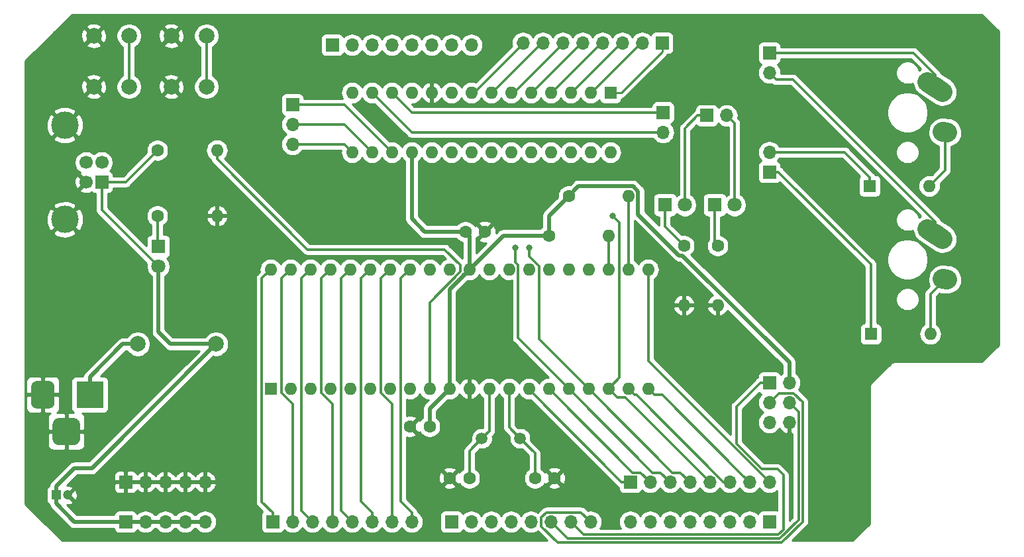
<source format=gbr>
G04 #@! TF.GenerationSoftware,KiCad,Pcbnew,(5.1.4)-1*
G04 #@! TF.CreationDate,2020-01-27T23:12:38+01:00*
G04 #@! TF.ProjectId,hw-tester,68772d74-6573-4746-9572-2e6b69636164,0.1*
G04 #@! TF.SameCoordinates,Original*
G04 #@! TF.FileFunction,Copper,L1,Top*
G04 #@! TF.FilePolarity,Positive*
%FSLAX46Y46*%
G04 Gerber Fmt 4.6, Leading zero omitted, Abs format (unit mm)*
G04 Created by KiCad (PCBNEW (5.1.4)-1) date 2020-01-27 23:12:38*
%MOMM*%
%LPD*%
G04 APERTURE LIST*
%ADD10C,1.500000*%
%ADD11O,1.600000X1.600000*%
%ADD12R,1.600000X1.600000*%
%ADD13C,2.000000*%
%ADD14C,1.600000*%
%ADD15C,0.100000*%
%ADD16C,3.500000*%
%ADD17C,3.000000*%
%ADD18R,3.500000X3.500000*%
%ADD19C,2.500000*%
%ADD20C,2.500000*%
%ADD21O,1.700000X1.700000*%
%ADD22R,1.700000X1.700000*%
%ADD23C,1.700000*%
%ADD24C,1.800000*%
%ADD25R,1.800000X1.800000*%
%ADD26C,1.200000*%
%ADD27R,1.200000X1.200000*%
%ADD28C,0.800000*%
%ADD29C,0.300000*%
%ADD30C,0.500000*%
%ADD31C,0.250000*%
%ADD32C,0.254000*%
G04 APERTURE END LIST*
D10*
X168221000Y-127254000D03*
X173101000Y-127254000D03*
D11*
X184658000Y-90678000D03*
X151638000Y-83058000D03*
X182118000Y-90678000D03*
X154178000Y-83058000D03*
X179578000Y-90678000D03*
X156718000Y-83058000D03*
X177038000Y-90678000D03*
X159258000Y-83058000D03*
X174498000Y-90678000D03*
X161798000Y-83058000D03*
X171958000Y-90678000D03*
X164338000Y-83058000D03*
X169418000Y-90678000D03*
X166878000Y-83058000D03*
X166878000Y-90678000D03*
X169418000Y-83058000D03*
X164338000Y-90678000D03*
X171958000Y-83058000D03*
X161798000Y-90678000D03*
X174498000Y-83058000D03*
X159258000Y-90678000D03*
X177038000Y-83058000D03*
X156718000Y-90678000D03*
X179578000Y-83058000D03*
X154178000Y-90678000D03*
X182118000Y-83058000D03*
X151638000Y-90678000D03*
D12*
X184658000Y-83058000D03*
D11*
X141224000Y-105664000D03*
X189484000Y-120904000D03*
X143764000Y-105664000D03*
X186944000Y-120904000D03*
X146304000Y-105664000D03*
X184404000Y-120904000D03*
X148844000Y-105664000D03*
X181864000Y-120904000D03*
X151384000Y-105664000D03*
X179324000Y-120904000D03*
X153924000Y-105664000D03*
X176784000Y-120904000D03*
X156464000Y-105664000D03*
X174244000Y-120904000D03*
X159004000Y-105664000D03*
X171704000Y-120904000D03*
X161544000Y-105664000D03*
X169164000Y-120904000D03*
X164084000Y-105664000D03*
X166624000Y-120904000D03*
X166624000Y-105664000D03*
X164084000Y-120904000D03*
X169164000Y-105664000D03*
X161544000Y-120904000D03*
X171704000Y-105664000D03*
X159004000Y-120904000D03*
X174244000Y-105664000D03*
X156464000Y-120904000D03*
X176784000Y-105664000D03*
X153924000Y-120904000D03*
X179324000Y-105664000D03*
X151384000Y-120904000D03*
X181864000Y-105664000D03*
X148844000Y-120904000D03*
X184404000Y-105664000D03*
X146304000Y-120904000D03*
X186944000Y-105664000D03*
X143764000Y-120904000D03*
X189484000Y-105664000D03*
D12*
X141224000Y-120904000D03*
D13*
X118618000Y-75796000D03*
X123118000Y-75796000D03*
X118618000Y-82296000D03*
X123118000Y-82296000D03*
X128524000Y-75796000D03*
X133024000Y-75796000D03*
X128524000Y-82296000D03*
X133024000Y-82296000D03*
D11*
X194056000Y-110236000D03*
D14*
X194056000Y-102616000D03*
D11*
X198374000Y-110236000D03*
D14*
X198374000Y-102616000D03*
D11*
X134366000Y-98806000D03*
D14*
X126746000Y-98806000D03*
D11*
X184404000Y-101346000D03*
D14*
X176784000Y-101346000D03*
D11*
X186944000Y-96266000D03*
D14*
X179324000Y-96266000D03*
D11*
X134366000Y-90424000D03*
D14*
X126746000Y-90424000D03*
D15*
G36*
X116070765Y-124620213D02*
G01*
X116155704Y-124632813D01*
X116238999Y-124653677D01*
X116319848Y-124682605D01*
X116397472Y-124719319D01*
X116471124Y-124763464D01*
X116540094Y-124814616D01*
X116603718Y-124872282D01*
X116661384Y-124935906D01*
X116712536Y-125004876D01*
X116756681Y-125078528D01*
X116793395Y-125156152D01*
X116822323Y-125237001D01*
X116843187Y-125320296D01*
X116855787Y-125405235D01*
X116860000Y-125491000D01*
X116860000Y-127241000D01*
X116855787Y-127326765D01*
X116843187Y-127411704D01*
X116822323Y-127494999D01*
X116793395Y-127575848D01*
X116756681Y-127653472D01*
X116712536Y-127727124D01*
X116661384Y-127796094D01*
X116603718Y-127859718D01*
X116540094Y-127917384D01*
X116471124Y-127968536D01*
X116397472Y-128012681D01*
X116319848Y-128049395D01*
X116238999Y-128078323D01*
X116155704Y-128099187D01*
X116070765Y-128111787D01*
X115985000Y-128116000D01*
X114235000Y-128116000D01*
X114149235Y-128111787D01*
X114064296Y-128099187D01*
X113981001Y-128078323D01*
X113900152Y-128049395D01*
X113822528Y-128012681D01*
X113748876Y-127968536D01*
X113679906Y-127917384D01*
X113616282Y-127859718D01*
X113558616Y-127796094D01*
X113507464Y-127727124D01*
X113463319Y-127653472D01*
X113426605Y-127575848D01*
X113397677Y-127494999D01*
X113376813Y-127411704D01*
X113364213Y-127326765D01*
X113360000Y-127241000D01*
X113360000Y-125491000D01*
X113364213Y-125405235D01*
X113376813Y-125320296D01*
X113397677Y-125237001D01*
X113426605Y-125156152D01*
X113463319Y-125078528D01*
X113507464Y-125004876D01*
X113558616Y-124935906D01*
X113616282Y-124872282D01*
X113679906Y-124814616D01*
X113748876Y-124763464D01*
X113822528Y-124719319D01*
X113900152Y-124682605D01*
X113981001Y-124653677D01*
X114064296Y-124632813D01*
X114149235Y-124620213D01*
X114235000Y-124616000D01*
X115985000Y-124616000D01*
X116070765Y-124620213D01*
X116070765Y-124620213D01*
G37*
D16*
X115110000Y-126366000D03*
D15*
G36*
X112933513Y-119919611D02*
G01*
X113006318Y-119930411D01*
X113077714Y-119948295D01*
X113147013Y-119973090D01*
X113213548Y-120004559D01*
X113276678Y-120042398D01*
X113335795Y-120086242D01*
X113390330Y-120135670D01*
X113439758Y-120190205D01*
X113483602Y-120249322D01*
X113521441Y-120312452D01*
X113552910Y-120378987D01*
X113577705Y-120448286D01*
X113595589Y-120519682D01*
X113606389Y-120592487D01*
X113610000Y-120666000D01*
X113610000Y-122666000D01*
X113606389Y-122739513D01*
X113595589Y-122812318D01*
X113577705Y-122883714D01*
X113552910Y-122953013D01*
X113521441Y-123019548D01*
X113483602Y-123082678D01*
X113439758Y-123141795D01*
X113390330Y-123196330D01*
X113335795Y-123245758D01*
X113276678Y-123289602D01*
X113213548Y-123327441D01*
X113147013Y-123358910D01*
X113077714Y-123383705D01*
X113006318Y-123401589D01*
X112933513Y-123412389D01*
X112860000Y-123416000D01*
X111360000Y-123416000D01*
X111286487Y-123412389D01*
X111213682Y-123401589D01*
X111142286Y-123383705D01*
X111072987Y-123358910D01*
X111006452Y-123327441D01*
X110943322Y-123289602D01*
X110884205Y-123245758D01*
X110829670Y-123196330D01*
X110780242Y-123141795D01*
X110736398Y-123082678D01*
X110698559Y-123019548D01*
X110667090Y-122953013D01*
X110642295Y-122883714D01*
X110624411Y-122812318D01*
X110613611Y-122739513D01*
X110610000Y-122666000D01*
X110610000Y-120666000D01*
X110613611Y-120592487D01*
X110624411Y-120519682D01*
X110642295Y-120448286D01*
X110667090Y-120378987D01*
X110698559Y-120312452D01*
X110736398Y-120249322D01*
X110780242Y-120190205D01*
X110829670Y-120135670D01*
X110884205Y-120086242D01*
X110943322Y-120042398D01*
X111006452Y-120004559D01*
X111072987Y-119973090D01*
X111142286Y-119948295D01*
X111213682Y-119930411D01*
X111286487Y-119919611D01*
X111360000Y-119916000D01*
X112860000Y-119916000D01*
X112933513Y-119919611D01*
X112933513Y-119919611D01*
G37*
D17*
X112110000Y-121666000D03*
D18*
X118110000Y-121666000D03*
D19*
X227421000Y-88118000D03*
D20*
X227710328Y-88137724D02*
X227131672Y-88098276D01*
D19*
X226151000Y-82343000D03*
D20*
X227099815Y-82947462D02*
X225202185Y-81738538D01*
D19*
X227421000Y-106914000D03*
D20*
X227710328Y-106933724D02*
X227131672Y-106894276D01*
D19*
X226151000Y-101139000D03*
D20*
X227099815Y-101743462D02*
X225202185Y-100534538D01*
D21*
X132842000Y-137922000D03*
X130302000Y-137922000D03*
X127762000Y-137922000D03*
X125222000Y-137922000D03*
D22*
X122682000Y-137922000D03*
D16*
X114924000Y-87218000D03*
X114924000Y-99258000D03*
D23*
X117634000Y-94488000D03*
X117634000Y-91988000D03*
X119634000Y-91988000D03*
D22*
X119634000Y-94488000D03*
D21*
X132842000Y-132842000D03*
X130302000Y-132842000D03*
X127762000Y-132842000D03*
X125222000Y-132842000D03*
D22*
X122682000Y-132842000D03*
D21*
X204978000Y-90678000D03*
D22*
X204978000Y-93218000D03*
D21*
X204978000Y-80518000D03*
D22*
X204978000Y-77978000D03*
D21*
X199517000Y-85979000D03*
D22*
X196977000Y-85979000D03*
D21*
X173482000Y-76708000D03*
X176022000Y-76708000D03*
X178562000Y-76708000D03*
X181102000Y-76708000D03*
X183642000Y-76708000D03*
X186182000Y-76708000D03*
X188722000Y-76708000D03*
D22*
X191262000Y-76708000D03*
D21*
X166878000Y-76962000D03*
X164338000Y-76962000D03*
X161798000Y-76962000D03*
X159258000Y-76962000D03*
X156718000Y-76962000D03*
X154178000Y-76962000D03*
X151638000Y-76962000D03*
D22*
X149098000Y-76962000D03*
D21*
X144018000Y-89662000D03*
X144018000Y-87122000D03*
D22*
X144018000Y-84582000D03*
D21*
X191389000Y-88138000D03*
D22*
X191389000Y-85598000D03*
D21*
X207518000Y-125222000D03*
X204978000Y-125222000D03*
X207518000Y-122682000D03*
X204978000Y-122682000D03*
X207518000Y-120142000D03*
D22*
X204978000Y-120142000D03*
D21*
X204978000Y-132842000D03*
X202438000Y-132842000D03*
X199898000Y-132842000D03*
X197358000Y-132842000D03*
X194818000Y-132842000D03*
X192278000Y-132842000D03*
X189738000Y-132842000D03*
D22*
X187198000Y-132842000D03*
D21*
X187198000Y-137922000D03*
X189738000Y-137922000D03*
X192278000Y-137922000D03*
X194818000Y-137922000D03*
X197358000Y-137922000D03*
X199898000Y-137922000D03*
X202438000Y-137922000D03*
D22*
X204978000Y-137922000D03*
D21*
X182118000Y-137922000D03*
X179578000Y-137922000D03*
X177038000Y-137922000D03*
X174498000Y-137922000D03*
X171958000Y-137922000D03*
X169418000Y-137922000D03*
X166878000Y-137922000D03*
D22*
X164338000Y-137922000D03*
D21*
X159258000Y-137922000D03*
X156718000Y-137922000D03*
X154178000Y-137922000D03*
X151638000Y-137922000D03*
X149098000Y-137922000D03*
X146558000Y-137922000D03*
X144018000Y-137922000D03*
D22*
X141478000Y-137922000D03*
D13*
X124239000Y-115189000D03*
X134239000Y-115189000D03*
D24*
X194183000Y-97409000D03*
D25*
X191643000Y-97409000D03*
D24*
X200533000Y-97409000D03*
D25*
X197993000Y-97409000D03*
D24*
X126873000Y-105283000D03*
D25*
X126873000Y-102743000D03*
D11*
X225425000Y-94996000D03*
D12*
X217805000Y-94996000D03*
D11*
X225552000Y-113919000D03*
D12*
X217932000Y-113919000D03*
D14*
X168616000Y-100838000D03*
X166116000Y-100838000D03*
X159044000Y-125730000D03*
X161544000Y-125730000D03*
D26*
X115292000Y-134493000D03*
D27*
X113792000Y-134493000D03*
D14*
X164124000Y-132334000D03*
X166624000Y-132334000D03*
X177506000Y-132334000D03*
X175006000Y-132334000D03*
D28*
X184912000Y-98806000D03*
X174244000Y-102870000D03*
X172466000Y-102870000D03*
D29*
X171704000Y-125857000D02*
X173101000Y-127254000D01*
X171704000Y-120904000D02*
X171704000Y-125857000D01*
X175006000Y-129159000D02*
X173101000Y-127254000D01*
X175006000Y-132334000D02*
X175006000Y-129159000D01*
X169164000Y-126311000D02*
X169164000Y-120904000D01*
X168221000Y-127254000D02*
X169164000Y-126311000D01*
X166624000Y-128851000D02*
X168221000Y-127254000D01*
X166624000Y-132334000D02*
X166624000Y-128851000D01*
D30*
X134239000Y-115189000D02*
X118364000Y-131064000D01*
X113792000Y-133393000D02*
X113792000Y-134493000D01*
X116121000Y-131064000D02*
X113792000Y-133393000D01*
X118364000Y-131064000D02*
X116121000Y-131064000D01*
X113792000Y-135593000D02*
X113792000Y-134493000D01*
X116121000Y-137922000D02*
X113792000Y-135593000D01*
X122682000Y-137922000D02*
X116121000Y-137922000D01*
X122682000Y-137922000D02*
X132842000Y-137922000D01*
X126873000Y-113665000D02*
X126873000Y-105283000D01*
X134239000Y-115189000D02*
X128397000Y-115189000D01*
X128397000Y-115189000D02*
X126873000Y-113665000D01*
X161544000Y-123444000D02*
X164084000Y-120904000D01*
X161544000Y-125730000D02*
X161544000Y-123444000D01*
X164084000Y-108204000D02*
X164084000Y-120904000D01*
X166624000Y-105664000D02*
X164084000Y-108204000D01*
X165824001Y-106463999D02*
X166624000Y-105664000D01*
X166624000Y-101346000D02*
X166116000Y-100838000D01*
X166624000Y-105664000D02*
X166624000Y-101346000D01*
X170942000Y-101346000D02*
X176784000Y-101346000D01*
X166624000Y-105664000D02*
X170942000Y-101346000D01*
X176784000Y-98806000D02*
X179324000Y-96266000D01*
X176784000Y-101346000D02*
X176784000Y-98806000D01*
X159258000Y-99187000D02*
X159258000Y-90678000D01*
X166116000Y-100838000D02*
X160909000Y-100838000D01*
X160909000Y-100838000D02*
X159258000Y-99187000D01*
D29*
X119634000Y-98044000D02*
X126873000Y-105283000D01*
X119634000Y-94488000D02*
X119634000Y-98044000D01*
X122682000Y-94488000D02*
X119634000Y-94488000D01*
X126746000Y-90424000D02*
X122682000Y-94488000D01*
D30*
X180123999Y-95466001D02*
X179324000Y-96266000D01*
X180574001Y-95015999D02*
X180123999Y-95466001D01*
X188194001Y-95665999D02*
X187544001Y-95015999D01*
X188194001Y-98604003D02*
X188194001Y-95665999D01*
X187544001Y-95015999D02*
X180574001Y-95015999D01*
X193455999Y-103866001D02*
X188194001Y-98604003D01*
X193854003Y-103866001D02*
X193455999Y-103866001D01*
X207518000Y-117529998D02*
X193854003Y-103866001D01*
X207518000Y-120142000D02*
X207518000Y-117529998D01*
D29*
X225552000Y-108783000D02*
X227421000Y-106914000D01*
X225552000Y-113919000D02*
X225552000Y-108783000D01*
X217932000Y-112819000D02*
X217932000Y-113919000D01*
X217932000Y-105022000D02*
X217932000Y-112819000D01*
X206128000Y-93218000D02*
X217932000Y-105022000D01*
X204978000Y-93218000D02*
X206128000Y-93218000D01*
X227421000Y-93000000D02*
X227421000Y-88118000D01*
X225425000Y-94996000D02*
X227421000Y-93000000D01*
X217805000Y-93896000D02*
X217805000Y-94996000D01*
X214587000Y-90678000D02*
X217805000Y-93896000D01*
X204978000Y-90678000D02*
X214587000Y-90678000D01*
D30*
X122824787Y-115189000D02*
X124239000Y-115189000D01*
X122337000Y-115189000D02*
X122824787Y-115189000D01*
X118110000Y-119416000D02*
X122337000Y-115189000D01*
X118110000Y-121666000D02*
X118110000Y-119416000D01*
D29*
X126746000Y-102616000D02*
X126873000Y-102743000D01*
X126746000Y-98806000D02*
X126746000Y-102616000D01*
X200533000Y-86995000D02*
X199517000Y-85979000D01*
X200533000Y-97409000D02*
X200533000Y-86995000D01*
X197993000Y-102235000D02*
X198374000Y-102616000D01*
X197993000Y-97409000D02*
X197993000Y-102235000D01*
X195827000Y-85979000D02*
X196977000Y-85979000D01*
X194183000Y-87623000D02*
X195827000Y-85979000D01*
X194183000Y-97409000D02*
X194183000Y-87623000D01*
X191643000Y-100203000D02*
X194056000Y-102616000D01*
X191643000Y-97409000D02*
X191643000Y-100203000D01*
X158204001Y-106463999D02*
X159004000Y-105664000D01*
X157853999Y-106814001D02*
X158204001Y-106463999D01*
X157853999Y-135315918D02*
X157853999Y-106814001D01*
X159258000Y-136719919D02*
X157853999Y-135315918D01*
X159258000Y-137922000D02*
X159258000Y-136719919D01*
X155664001Y-106463999D02*
X156464000Y-105664000D01*
X155313999Y-106814001D02*
X155664001Y-106463999D01*
X155313999Y-121456001D02*
X155313999Y-106814001D01*
X156718000Y-122860002D02*
X155313999Y-121456001D01*
X156718000Y-137922000D02*
X156718000Y-122860002D01*
X153124001Y-106463999D02*
X153924000Y-105664000D01*
X152773999Y-106814001D02*
X153124001Y-106463999D01*
X152773999Y-135315918D02*
X152773999Y-106814001D01*
X154178000Y-136719919D02*
X152773999Y-135315918D01*
X154178000Y-137922000D02*
X154178000Y-136719919D01*
X150584001Y-106463999D02*
X151384000Y-105664000D01*
X150233999Y-106814001D02*
X150584001Y-106463999D01*
X150233999Y-136517999D02*
X150233999Y-106814001D01*
X151638000Y-137922000D02*
X150233999Y-136517999D01*
X148044001Y-106463999D02*
X148844000Y-105664000D01*
X147693999Y-106814001D02*
X148044001Y-106463999D01*
X147693999Y-121456001D02*
X147693999Y-106814001D01*
X149098000Y-122860002D02*
X147693999Y-121456001D01*
X149098000Y-137922000D02*
X149098000Y-122860002D01*
X145504001Y-106463999D02*
X146304000Y-105664000D01*
X145153999Y-106814001D02*
X145504001Y-106463999D01*
X145153999Y-136517999D02*
X145153999Y-106814001D01*
X146558000Y-137922000D02*
X145153999Y-136517999D01*
X142964001Y-106463999D02*
X143764000Y-105664000D01*
X142613999Y-106814001D02*
X142964001Y-106463999D01*
X142613999Y-121456001D02*
X142613999Y-106814001D01*
X144018000Y-122860002D02*
X142613999Y-121456001D01*
X144018000Y-137922000D02*
X144018000Y-122860002D01*
X140424001Y-106463999D02*
X141224000Y-105664000D01*
X140073999Y-106814001D02*
X140424001Y-106463999D01*
X140073999Y-135367999D02*
X140073999Y-106814001D01*
X141478000Y-136772000D02*
X140073999Y-135367999D01*
X141478000Y-137922000D02*
X141478000Y-136772000D01*
X205827999Y-121832001D02*
X204978000Y-122682000D01*
X208094001Y-121481999D02*
X206178001Y-121481999D01*
X209218011Y-137890229D02*
X209218011Y-122606009D01*
X206535220Y-140573020D02*
X209218011Y-137890229D01*
X177913018Y-140573020D02*
X206535220Y-140573020D01*
X209218011Y-122606009D02*
X208094001Y-121481999D01*
X175837999Y-138498001D02*
X177913018Y-140573020D01*
X175837999Y-137345999D02*
X175837999Y-138498001D01*
X176461999Y-136721999D02*
X175837999Y-137345999D01*
X180917999Y-136721999D02*
X176461999Y-136721999D01*
X206178001Y-121481999D02*
X205827999Y-121832001D01*
X182118000Y-137922000D02*
X180917999Y-136721999D01*
X181229000Y-139573000D02*
X179578000Y-137922000D01*
X206121000Y-139573000D02*
X181229000Y-139573000D01*
X206756000Y-138938000D02*
X206121000Y-139573000D01*
X206756000Y-131953000D02*
X206756000Y-138938000D01*
X204978000Y-120142000D02*
X203828000Y-120142000D01*
X203828000Y-120142000D02*
X200787000Y-123183000D01*
X200787000Y-123183000D02*
X200787000Y-127943880D01*
X200787000Y-127943880D02*
X204034120Y-131191000D01*
X204034120Y-131191000D02*
X205994000Y-131191000D01*
X205994000Y-131191000D02*
X206756000Y-131953000D01*
X208367999Y-123531999D02*
X207518000Y-122682000D01*
X208718001Y-123882001D02*
X208367999Y-123531999D01*
X208718001Y-137683119D02*
X208718001Y-123882001D01*
X206328110Y-140073010D02*
X208718001Y-137683119D01*
X179189010Y-140073010D02*
X206328110Y-140073010D01*
X177038000Y-137922000D02*
X179189010Y-140073010D01*
X184404000Y-102477370D02*
X184404000Y-105664000D01*
X184404000Y-101346000D02*
X184404000Y-102477370D01*
X186944000Y-97397370D02*
X186944000Y-105664000D01*
X186944000Y-96266000D02*
X186944000Y-97397370D01*
X189484000Y-117348000D02*
X189484000Y-105664000D01*
X204978000Y-132842000D02*
X189484000Y-117348000D01*
X201588001Y-131992001D02*
X202438000Y-132842000D01*
X191299999Y-121703999D02*
X201588001Y-131992001D01*
X190283999Y-121703999D02*
X191299999Y-121703999D01*
X189484000Y-120904000D02*
X190283999Y-121703999D01*
X187743999Y-121703999D02*
X186944000Y-120904000D01*
X187996001Y-121703999D02*
X187743999Y-121703999D01*
X199134002Y-132842000D02*
X187996001Y-121703999D01*
X199898000Y-132842000D02*
X199134002Y-132842000D01*
X185203999Y-121703999D02*
X184404000Y-120904000D01*
X185554001Y-122054001D02*
X185203999Y-121703999D01*
X186570001Y-122054001D02*
X185554001Y-122054001D01*
X197358000Y-132842000D02*
X186570001Y-122054001D01*
X123118000Y-77210213D02*
X123118000Y-82296000D01*
X123118000Y-75796000D02*
X123118000Y-77210213D01*
X185793999Y-119514001D02*
X185793999Y-99687999D01*
X184404000Y-120904000D02*
X185793999Y-119514001D01*
X185793999Y-99687999D02*
X184912000Y-98806000D01*
X184912000Y-98806000D02*
X184912000Y-98806000D01*
X182663999Y-121703999D02*
X181864000Y-120904000D01*
X192601999Y-131641999D02*
X182663999Y-121703999D01*
X193617999Y-131641999D02*
X192601999Y-131641999D01*
X194818000Y-132842000D02*
X193617999Y-131641999D01*
X181064001Y-120104001D02*
X181864000Y-120904000D01*
X175514000Y-114554000D02*
X181064001Y-120104001D01*
X175514000Y-105231998D02*
X175514000Y-114554000D01*
X174244000Y-103961998D02*
X175514000Y-105231998D01*
X174244000Y-102870000D02*
X174244000Y-103961998D01*
X180123999Y-121703999D02*
X179324000Y-120904000D01*
X190061999Y-131641999D02*
X180123999Y-121703999D01*
X191077999Y-131641999D02*
X190061999Y-131641999D01*
X192278000Y-132842000D02*
X191077999Y-131641999D01*
X178524001Y-120104001D02*
X179324000Y-120904000D01*
X172854001Y-114434001D02*
X178524001Y-120104001D01*
X172854001Y-105111999D02*
X172854001Y-114434001D01*
X172466000Y-104723998D02*
X172854001Y-105111999D01*
X172466000Y-102870000D02*
X172466000Y-104723998D01*
X177583999Y-121703999D02*
X176784000Y-120904000D01*
X187521999Y-131641999D02*
X177583999Y-121703999D01*
X188537999Y-131641999D02*
X187521999Y-131641999D01*
X189738000Y-132842000D02*
X188537999Y-131641999D01*
X174244000Y-121038000D02*
X174244000Y-120904000D01*
X186048000Y-132842000D02*
X174244000Y-121038000D01*
X187198000Y-132842000D02*
X186048000Y-132842000D01*
X133024000Y-80881787D02*
X133024000Y-75796000D01*
X133024000Y-82296000D02*
X133024000Y-80881787D01*
X161544000Y-119772630D02*
X161544000Y-120904000D01*
X161544000Y-109895458D02*
X161544000Y-119772630D01*
X165473999Y-105111999D02*
X165473999Y-105965459D01*
X163486000Y-103124000D02*
X165473999Y-105111999D01*
X145934630Y-103124000D02*
X163486000Y-103124000D01*
X134366000Y-91555370D02*
X145934630Y-103124000D01*
X165473999Y-105965459D02*
X161544000Y-109895458D01*
X134366000Y-90424000D02*
X134366000Y-91555370D01*
X159258000Y-88138000D02*
X154178000Y-83058000D01*
X191389000Y-88138000D02*
X159258000Y-88138000D01*
X159258000Y-85598000D02*
X156718000Y-83058000D01*
X191389000Y-85598000D02*
X159258000Y-85598000D01*
X150622000Y-89662000D02*
X144018000Y-89662000D01*
X151638000Y-90678000D02*
X150622000Y-89662000D01*
X150622000Y-87122000D02*
X144018000Y-87122000D01*
X154178000Y-90678000D02*
X150622000Y-87122000D01*
X150622000Y-84582000D02*
X144018000Y-84582000D01*
X156718000Y-90678000D02*
X150622000Y-84582000D01*
D31*
X167132000Y-83058000D02*
X166878000Y-83058000D01*
X173482000Y-76708000D02*
X167132000Y-83058000D01*
X175768000Y-76708000D02*
X176022000Y-76708000D01*
X169418000Y-83058000D02*
X175768000Y-76708000D01*
X172212000Y-83058000D02*
X171958000Y-83058000D01*
X178562000Y-76708000D02*
X172212000Y-83058000D01*
X180848000Y-76708000D02*
X181102000Y-76708000D01*
X174498000Y-83058000D02*
X180848000Y-76708000D01*
X183388000Y-76708000D02*
X183642000Y-76708000D01*
X177038000Y-83058000D02*
X183388000Y-76708000D01*
X185928000Y-76708000D02*
X186182000Y-76708000D01*
X179578000Y-83058000D02*
X185928000Y-76708000D01*
X188468000Y-76708000D02*
X188722000Y-76708000D01*
X182118000Y-83058000D02*
X188468000Y-76708000D01*
X191262000Y-77808000D02*
X191262000Y-76708000D01*
X186012000Y-83058000D02*
X191262000Y-77808000D01*
X184658000Y-83058000D02*
X186012000Y-83058000D01*
D29*
X226151000Y-99556890D02*
X226151000Y-101139000D01*
X207962109Y-81367999D02*
X226151000Y-99556890D01*
X204978000Y-80518000D02*
X205827999Y-81367999D01*
X205827999Y-81367999D02*
X207962109Y-81367999D01*
X206128000Y-77978000D02*
X204978000Y-77978000D01*
X223368110Y-77978000D02*
X206128000Y-77978000D01*
X226151000Y-80760890D02*
X223368110Y-77978000D01*
X226151000Y-82343000D02*
X226151000Y-80760890D01*
D32*
G36*
X234290000Y-75203381D02*
G01*
X234290001Y-115296618D01*
X232136620Y-117450000D01*
X221012408Y-117450000D01*
X220979999Y-117446808D01*
X220947590Y-117450000D01*
X220947581Y-117450000D01*
X220850617Y-117459550D01*
X220726207Y-117497290D01*
X220611550Y-117558575D01*
X220511052Y-117641052D01*
X220490388Y-117666231D01*
X217996236Y-120160384D01*
X217971052Y-120181052D01*
X217950386Y-120206234D01*
X217888575Y-120281550D01*
X217870435Y-120315489D01*
X217827290Y-120396208D01*
X217789550Y-120520618D01*
X217780000Y-120617582D01*
X217780000Y-120617591D01*
X217776808Y-120650000D01*
X217780000Y-120682409D01*
X217780001Y-138156618D01*
X215626620Y-140310000D01*
X207908397Y-140310000D01*
X209745828Y-138472570D01*
X209775775Y-138447993D01*
X209805419Y-138411873D01*
X209824461Y-138388670D01*
X209873873Y-138328462D01*
X209946765Y-138192089D01*
X209986363Y-138061551D01*
X209991652Y-138044117D01*
X209997353Y-137986232D01*
X210003011Y-137928790D01*
X210003011Y-137928783D01*
X210006808Y-137890230D01*
X210003011Y-137851677D01*
X210003011Y-122644561D01*
X210006808Y-122606008D01*
X210003011Y-122567455D01*
X210003011Y-122567448D01*
X209991652Y-122452122D01*
X209985777Y-122432753D01*
X209946765Y-122304149D01*
X209928637Y-122270234D01*
X209873873Y-122167776D01*
X209817967Y-122099655D01*
X209800356Y-122078196D01*
X209800353Y-122078193D01*
X209775775Y-122048245D01*
X209745826Y-122023667D01*
X208729167Y-121007008D01*
X208758706Y-120971014D01*
X208896599Y-120713034D01*
X208981513Y-120433111D01*
X209010185Y-120142000D01*
X208981513Y-119850889D01*
X208896599Y-119570966D01*
X208758706Y-119312986D01*
X208573134Y-119086866D01*
X208403000Y-118947241D01*
X208403000Y-117573467D01*
X208407281Y-117529998D01*
X208403000Y-117486529D01*
X208403000Y-117486521D01*
X208390195Y-117356508D01*
X208339589Y-117189685D01*
X208257411Y-117035939D01*
X208146817Y-116901181D01*
X208113049Y-116873468D01*
X194970434Y-103730854D01*
X194970759Y-103730637D01*
X195170637Y-103530759D01*
X195327680Y-103295727D01*
X195435853Y-103034574D01*
X195491000Y-102757335D01*
X195491000Y-102474665D01*
X195435853Y-102197426D01*
X195327680Y-101936273D01*
X195170637Y-101701241D01*
X194970759Y-101501363D01*
X194735727Y-101344320D01*
X194474574Y-101236147D01*
X194197335Y-101181000D01*
X193914665Y-101181000D01*
X193761604Y-101211446D01*
X192428000Y-99877843D01*
X192428000Y-98947072D01*
X192543000Y-98947072D01*
X192667482Y-98934812D01*
X192787180Y-98898502D01*
X192897494Y-98839537D01*
X192994185Y-98760185D01*
X193073537Y-98663494D01*
X193132502Y-98553180D01*
X193138056Y-98534873D01*
X193204495Y-98601312D01*
X193455905Y-98769299D01*
X193735257Y-98885011D01*
X194031816Y-98944000D01*
X194334184Y-98944000D01*
X194630743Y-98885011D01*
X194910095Y-98769299D01*
X195161505Y-98601312D01*
X195375312Y-98387505D01*
X195543299Y-98136095D01*
X195659011Y-97856743D01*
X195718000Y-97560184D01*
X195718000Y-97257816D01*
X195659011Y-96961257D01*
X195543299Y-96681905D01*
X195375312Y-96430495D01*
X195161505Y-96216688D01*
X194968000Y-96087392D01*
X194968000Y-87948157D01*
X195657856Y-87258302D01*
X195675815Y-87280185D01*
X195772506Y-87359537D01*
X195882820Y-87418502D01*
X196002518Y-87454812D01*
X196127000Y-87467072D01*
X197827000Y-87467072D01*
X197951482Y-87454812D01*
X198071180Y-87418502D01*
X198181494Y-87359537D01*
X198278185Y-87280185D01*
X198357537Y-87183494D01*
X198416502Y-87073180D01*
X198437393Y-87004313D01*
X198461866Y-87034134D01*
X198687986Y-87219706D01*
X198945966Y-87357599D01*
X199225889Y-87442513D01*
X199444050Y-87464000D01*
X199589950Y-87464000D01*
X199748001Y-87448433D01*
X199748000Y-96087392D01*
X199554495Y-96216688D01*
X199488056Y-96283127D01*
X199482502Y-96264820D01*
X199423537Y-96154506D01*
X199344185Y-96057815D01*
X199247494Y-95978463D01*
X199137180Y-95919498D01*
X199017482Y-95883188D01*
X198893000Y-95870928D01*
X197093000Y-95870928D01*
X196968518Y-95883188D01*
X196848820Y-95919498D01*
X196738506Y-95978463D01*
X196641815Y-96057815D01*
X196562463Y-96154506D01*
X196503498Y-96264820D01*
X196467188Y-96384518D01*
X196454928Y-96509000D01*
X196454928Y-98309000D01*
X196467188Y-98433482D01*
X196503498Y-98553180D01*
X196562463Y-98663494D01*
X196641815Y-98760185D01*
X196738506Y-98839537D01*
X196848820Y-98898502D01*
X196968518Y-98934812D01*
X197093000Y-98947072D01*
X197208000Y-98947072D01*
X197208001Y-101778110D01*
X197102320Y-101936273D01*
X196994147Y-102197426D01*
X196939000Y-102474665D01*
X196939000Y-102757335D01*
X196994147Y-103034574D01*
X197102320Y-103295727D01*
X197259363Y-103530759D01*
X197459241Y-103730637D01*
X197694273Y-103887680D01*
X197955426Y-103995853D01*
X198232665Y-104051000D01*
X198515335Y-104051000D01*
X198792574Y-103995853D01*
X199053727Y-103887680D01*
X199288759Y-103730637D01*
X199488637Y-103530759D01*
X199645680Y-103295727D01*
X199753853Y-103034574D01*
X199809000Y-102757335D01*
X199809000Y-102474665D01*
X199753853Y-102197426D01*
X199645680Y-101936273D01*
X199488637Y-101701241D01*
X199288759Y-101501363D01*
X199053727Y-101344320D01*
X198792574Y-101236147D01*
X198778000Y-101233248D01*
X198778000Y-98947072D01*
X198893000Y-98947072D01*
X199017482Y-98934812D01*
X199137180Y-98898502D01*
X199247494Y-98839537D01*
X199344185Y-98760185D01*
X199423537Y-98663494D01*
X199482502Y-98553180D01*
X199488056Y-98534873D01*
X199554495Y-98601312D01*
X199805905Y-98769299D01*
X200085257Y-98885011D01*
X200381816Y-98944000D01*
X200684184Y-98944000D01*
X200980743Y-98885011D01*
X201260095Y-98769299D01*
X201511505Y-98601312D01*
X201725312Y-98387505D01*
X201893299Y-98136095D01*
X202009011Y-97856743D01*
X202068000Y-97560184D01*
X202068000Y-97257816D01*
X202009011Y-96961257D01*
X201893299Y-96681905D01*
X201725312Y-96430495D01*
X201511505Y-96216688D01*
X201318000Y-96087392D01*
X201318000Y-90678000D01*
X203485815Y-90678000D01*
X203514487Y-90969111D01*
X203599401Y-91249034D01*
X203737294Y-91507014D01*
X203922866Y-91733134D01*
X203952687Y-91757607D01*
X203883820Y-91778498D01*
X203773506Y-91837463D01*
X203676815Y-91916815D01*
X203597463Y-92013506D01*
X203538498Y-92123820D01*
X203502188Y-92243518D01*
X203489928Y-92368000D01*
X203489928Y-94068000D01*
X203502188Y-94192482D01*
X203538498Y-94312180D01*
X203597463Y-94422494D01*
X203676815Y-94519185D01*
X203773506Y-94598537D01*
X203883820Y-94657502D01*
X204003518Y-94693812D01*
X204128000Y-94706072D01*
X205828000Y-94706072D01*
X205952482Y-94693812D01*
X206072180Y-94657502D01*
X206182494Y-94598537D01*
X206279185Y-94519185D01*
X206297144Y-94497301D01*
X217147000Y-105347158D01*
X217147001Y-112480928D01*
X217132000Y-112480928D01*
X217007518Y-112493188D01*
X216887820Y-112529498D01*
X216777506Y-112588463D01*
X216680815Y-112667815D01*
X216601463Y-112764506D01*
X216542498Y-112874820D01*
X216506188Y-112994518D01*
X216493928Y-113119000D01*
X216493928Y-114719000D01*
X216506188Y-114843482D01*
X216542498Y-114963180D01*
X216601463Y-115073494D01*
X216680815Y-115170185D01*
X216777506Y-115249537D01*
X216887820Y-115308502D01*
X217007518Y-115344812D01*
X217132000Y-115357072D01*
X218732000Y-115357072D01*
X218856482Y-115344812D01*
X218976180Y-115308502D01*
X219086494Y-115249537D01*
X219183185Y-115170185D01*
X219262537Y-115073494D01*
X219321502Y-114963180D01*
X219357812Y-114843482D01*
X219370072Y-114719000D01*
X219370072Y-113919000D01*
X224110057Y-113919000D01*
X224137764Y-114200309D01*
X224219818Y-114470808D01*
X224353068Y-114720101D01*
X224532392Y-114938608D01*
X224750899Y-115117932D01*
X225000192Y-115251182D01*
X225270691Y-115333236D01*
X225481508Y-115354000D01*
X225622492Y-115354000D01*
X225833309Y-115333236D01*
X226103808Y-115251182D01*
X226353101Y-115117932D01*
X226571608Y-114938608D01*
X226750932Y-114720101D01*
X226884182Y-114470808D01*
X226966236Y-114200309D01*
X226993943Y-113919000D01*
X226966236Y-113637691D01*
X226884182Y-113367192D01*
X226750932Y-113117899D01*
X226571608Y-112899392D01*
X226353101Y-112720068D01*
X226337000Y-112711462D01*
X226337000Y-109108157D01*
X226710244Y-108734914D01*
X226911084Y-108768613D01*
X227674504Y-108820656D01*
X227952645Y-108812279D01*
X228314477Y-108728910D01*
X228653092Y-108576552D01*
X228955477Y-108361061D01*
X229210011Y-108090719D01*
X229406914Y-107775913D01*
X229538618Y-107428743D01*
X229600061Y-107062550D01*
X229588883Y-106691407D01*
X229505514Y-106329575D01*
X229353156Y-105990960D01*
X229137665Y-105688575D01*
X228867323Y-105434041D01*
X228552517Y-105237137D01*
X228205347Y-105105434D01*
X227930916Y-105059387D01*
X227167495Y-105007344D01*
X226889355Y-105015721D01*
X226527523Y-105099090D01*
X226188908Y-105251448D01*
X225886523Y-105466939D01*
X225631989Y-105737281D01*
X225435085Y-106052087D01*
X225303382Y-106399257D01*
X225241939Y-106765450D01*
X225253117Y-107136593D01*
X225336486Y-107498425D01*
X225457489Y-107767354D01*
X225024185Y-108200658D01*
X224994237Y-108225236D01*
X224969659Y-108255184D01*
X224969655Y-108255188D01*
X224936690Y-108295356D01*
X224896139Y-108344767D01*
X224869846Y-108393959D01*
X224823246Y-108481141D01*
X224778359Y-108629114D01*
X224763203Y-108783000D01*
X224767001Y-108821563D01*
X224767000Y-112711462D01*
X224750899Y-112720068D01*
X224532392Y-112899392D01*
X224353068Y-113117899D01*
X224219818Y-113367192D01*
X224137764Y-113637691D01*
X224110057Y-113919000D01*
X219370072Y-113919000D01*
X219370072Y-113119000D01*
X219357812Y-112994518D01*
X219321502Y-112874820D01*
X219262537Y-112764506D01*
X219183185Y-112667815D01*
X219086494Y-112588463D01*
X218976180Y-112529498D01*
X218856482Y-112493188D01*
X218732000Y-112480928D01*
X218717000Y-112480928D01*
X218717000Y-109327652D01*
X221145100Y-109327652D01*
X221145100Y-109620348D01*
X221202202Y-109907421D01*
X221314212Y-110177838D01*
X221476826Y-110421206D01*
X221683794Y-110628174D01*
X221927162Y-110790788D01*
X222197579Y-110902798D01*
X222484652Y-110959900D01*
X222777348Y-110959900D01*
X223064421Y-110902798D01*
X223334838Y-110790788D01*
X223578206Y-110628174D01*
X223785174Y-110421206D01*
X223947788Y-110177838D01*
X224059798Y-109907421D01*
X224116900Y-109620348D01*
X224116900Y-109327652D01*
X224059798Y-109040579D01*
X223947788Y-108770162D01*
X223785174Y-108526794D01*
X223578206Y-108319826D01*
X223334838Y-108157212D01*
X223064421Y-108045202D01*
X222777348Y-107988100D01*
X222484652Y-107988100D01*
X222197579Y-108045202D01*
X221927162Y-108157212D01*
X221683794Y-108319826D01*
X221476826Y-108526794D01*
X221314212Y-108770162D01*
X221202202Y-109040579D01*
X221145100Y-109327652D01*
X218717000Y-109327652D01*
X218717000Y-105060556D01*
X218720797Y-105022000D01*
X218717000Y-104983440D01*
X218717000Y-104983439D01*
X218711204Y-104924590D01*
X218705642Y-104868113D01*
X218660754Y-104720140D01*
X218635967Y-104673766D01*
X218587862Y-104583767D01*
X218521778Y-104503244D01*
X218514345Y-104494187D01*
X218514342Y-104494184D01*
X218489764Y-104464236D01*
X218459817Y-104439659D01*
X218155234Y-104135076D01*
X220002100Y-104135076D01*
X220002100Y-104652924D01*
X220103127Y-105160822D01*
X220301299Y-105639251D01*
X220589000Y-106069826D01*
X220955174Y-106436000D01*
X221385749Y-106723701D01*
X221864178Y-106921873D01*
X222372076Y-107022900D01*
X222889924Y-107022900D01*
X223397822Y-106921873D01*
X223876251Y-106723701D01*
X224306826Y-106436000D01*
X224673000Y-106069826D01*
X224960701Y-105639251D01*
X225158873Y-105160822D01*
X225259900Y-104652924D01*
X225259900Y-104135076D01*
X225158873Y-103627178D01*
X224960701Y-103148749D01*
X224673000Y-102718174D01*
X224306826Y-102352000D01*
X223876251Y-102064299D01*
X223397822Y-101866127D01*
X222889924Y-101765100D01*
X222372076Y-101765100D01*
X221864178Y-101866127D01*
X221385749Y-102064299D01*
X220955174Y-102352000D01*
X220589000Y-102718174D01*
X220301299Y-103148749D01*
X220103127Y-103627178D01*
X220002100Y-104135076D01*
X218155234Y-104135076D01*
X206710347Y-92690190D01*
X206685764Y-92660236D01*
X206566233Y-92562138D01*
X206466072Y-92508601D01*
X206466072Y-92368000D01*
X206453812Y-92243518D01*
X206417502Y-92123820D01*
X206358537Y-92013506D01*
X206279185Y-91916815D01*
X206182494Y-91837463D01*
X206072180Y-91778498D01*
X206003313Y-91757607D01*
X206033134Y-91733134D01*
X206218706Y-91507014D01*
X206242232Y-91463000D01*
X214261843Y-91463000D01*
X216549236Y-93750394D01*
X216474463Y-93841506D01*
X216415498Y-93951820D01*
X216379188Y-94071518D01*
X216366928Y-94196000D01*
X216366928Y-95796000D01*
X216379188Y-95920482D01*
X216415498Y-96040180D01*
X216474463Y-96150494D01*
X216553815Y-96247185D01*
X216650506Y-96326537D01*
X216760820Y-96385502D01*
X216880518Y-96421812D01*
X217005000Y-96434072D01*
X218605000Y-96434072D01*
X218729482Y-96421812D01*
X218849180Y-96385502D01*
X218959494Y-96326537D01*
X219056185Y-96247185D01*
X219135537Y-96150494D01*
X219194502Y-96040180D01*
X219230812Y-95920482D01*
X219243072Y-95796000D01*
X219243072Y-94196000D01*
X219230812Y-94071518D01*
X219194502Y-93951820D01*
X219135537Y-93841506D01*
X219056185Y-93744815D01*
X218959494Y-93665463D01*
X218849180Y-93606498D01*
X218729482Y-93570188D01*
X218605000Y-93557928D01*
X218514399Y-93557928D01*
X218460862Y-93457767D01*
X218390381Y-93371887D01*
X218387345Y-93368187D01*
X218387342Y-93368184D01*
X218362764Y-93338236D01*
X218332817Y-93313659D01*
X215169345Y-90150188D01*
X215144764Y-90120236D01*
X215025233Y-90022138D01*
X214888860Y-89949246D01*
X214740887Y-89904359D01*
X214625561Y-89893000D01*
X214625553Y-89893000D01*
X214587000Y-89889203D01*
X214548447Y-89893000D01*
X206242232Y-89893000D01*
X206218706Y-89848986D01*
X206033134Y-89622866D01*
X205807014Y-89437294D01*
X205549034Y-89299401D01*
X205269111Y-89214487D01*
X205050950Y-89193000D01*
X204905050Y-89193000D01*
X204686889Y-89214487D01*
X204406966Y-89299401D01*
X204148986Y-89437294D01*
X203922866Y-89622866D01*
X203737294Y-89848986D01*
X203599401Y-90106966D01*
X203514487Y-90386889D01*
X203485815Y-90678000D01*
X201318000Y-90678000D01*
X201318000Y-87033555D01*
X201321797Y-86995000D01*
X201318000Y-86956444D01*
X201318000Y-86956439D01*
X201312175Y-86897294D01*
X201306642Y-86841113D01*
X201261754Y-86693140D01*
X201230604Y-86634862D01*
X201188862Y-86556767D01*
X201090764Y-86437236D01*
X201060815Y-86412657D01*
X200966026Y-86317868D01*
X200980513Y-86270111D01*
X201009185Y-85979000D01*
X200980513Y-85687889D01*
X200895599Y-85407966D01*
X200757706Y-85149986D01*
X200572134Y-84923866D01*
X200346014Y-84738294D01*
X200088034Y-84600401D01*
X199808111Y-84515487D01*
X199589950Y-84494000D01*
X199444050Y-84494000D01*
X199225889Y-84515487D01*
X198945966Y-84600401D01*
X198687986Y-84738294D01*
X198461866Y-84923866D01*
X198437393Y-84953687D01*
X198416502Y-84884820D01*
X198357537Y-84774506D01*
X198278185Y-84677815D01*
X198181494Y-84598463D01*
X198071180Y-84539498D01*
X197951482Y-84503188D01*
X197827000Y-84490928D01*
X196127000Y-84490928D01*
X196002518Y-84503188D01*
X195882820Y-84539498D01*
X195772506Y-84598463D01*
X195675815Y-84677815D01*
X195596463Y-84774506D01*
X195537498Y-84884820D01*
X195501188Y-85004518D01*
X195488928Y-85129000D01*
X195488928Y-85269601D01*
X195388767Y-85323138D01*
X195349163Y-85355641D01*
X195299187Y-85396655D01*
X195299184Y-85396658D01*
X195269236Y-85421236D01*
X195244658Y-85451184D01*
X193655185Y-87040658D01*
X193625237Y-87065236D01*
X193600659Y-87095184D01*
X193600655Y-87095188D01*
X193578651Y-87122000D01*
X193527139Y-87184767D01*
X193526986Y-87185054D01*
X193454246Y-87321141D01*
X193409359Y-87469114D01*
X193394203Y-87623000D01*
X193398001Y-87661563D01*
X193398000Y-96087392D01*
X193204495Y-96216688D01*
X193138056Y-96283127D01*
X193132502Y-96264820D01*
X193073537Y-96154506D01*
X192994185Y-96057815D01*
X192897494Y-95978463D01*
X192787180Y-95919498D01*
X192667482Y-95883188D01*
X192543000Y-95870928D01*
X190743000Y-95870928D01*
X190618518Y-95883188D01*
X190498820Y-95919498D01*
X190388506Y-95978463D01*
X190291815Y-96057815D01*
X190212463Y-96154506D01*
X190153498Y-96264820D01*
X190117188Y-96384518D01*
X190104928Y-96509000D01*
X190104928Y-98309000D01*
X190117188Y-98433482D01*
X190153498Y-98553180D01*
X190212463Y-98663494D01*
X190291815Y-98760185D01*
X190388506Y-98839537D01*
X190498820Y-98898502D01*
X190618518Y-98934812D01*
X190743000Y-98947072D01*
X190858001Y-98947072D01*
X190858001Y-100016425D01*
X189079001Y-98237425D01*
X189079001Y-95709468D01*
X189083282Y-95665999D01*
X189079001Y-95622530D01*
X189079001Y-95622522D01*
X189066196Y-95492509D01*
X189015590Y-95325686D01*
X188933412Y-95171940D01*
X188916525Y-95151363D01*
X188850533Y-95070952D01*
X188850531Y-95070950D01*
X188822818Y-95037182D01*
X188789050Y-95009469D01*
X188200535Y-94420955D01*
X188172818Y-94387182D01*
X188038060Y-94276588D01*
X187884314Y-94194410D01*
X187717491Y-94143804D01*
X187587478Y-94130999D01*
X187587470Y-94130999D01*
X187544001Y-94126718D01*
X187500532Y-94130999D01*
X180617470Y-94130999D01*
X180574001Y-94126718D01*
X180530532Y-94130999D01*
X180530524Y-94130999D01*
X180415307Y-94142347D01*
X180400510Y-94143804D01*
X180349904Y-94159156D01*
X180233688Y-94194410D01*
X180079942Y-94276588D01*
X179945184Y-94387182D01*
X179917467Y-94420955D01*
X179528958Y-94809464D01*
X179528952Y-94809469D01*
X179500438Y-94837983D01*
X179465335Y-94831000D01*
X179182665Y-94831000D01*
X178905426Y-94886147D01*
X178644273Y-94994320D01*
X178409241Y-95151363D01*
X178209363Y-95351241D01*
X178052320Y-95586273D01*
X177944147Y-95847426D01*
X177889000Y-96124665D01*
X177889000Y-96407335D01*
X177895983Y-96442439D01*
X176188951Y-98149471D01*
X176155184Y-98177183D01*
X176127471Y-98210951D01*
X176127468Y-98210954D01*
X176044590Y-98311941D01*
X175962412Y-98465687D01*
X175911805Y-98632510D01*
X175894719Y-98806000D01*
X175899001Y-98849479D01*
X175899000Y-100211478D01*
X175869241Y-100231363D01*
X175669363Y-100431241D01*
X175649479Y-100461000D01*
X170985465Y-100461000D01*
X170941999Y-100456719D01*
X170898533Y-100461000D01*
X170898523Y-100461000D01*
X170768510Y-100473805D01*
X170601687Y-100524411D01*
X170447941Y-100606589D01*
X170447939Y-100606590D01*
X170447940Y-100606590D01*
X170346953Y-100689468D01*
X170346951Y-100689470D01*
X170313183Y-100717183D01*
X170285470Y-100750951D01*
X170045188Y-100991233D01*
X170056217Y-100767488D01*
X170014787Y-100487870D01*
X169919603Y-100221708D01*
X169852671Y-100096486D01*
X169608702Y-100024903D01*
X168795605Y-100838000D01*
X168809748Y-100852143D01*
X168630143Y-101031748D01*
X168616000Y-101017605D01*
X167802903Y-101830702D01*
X167874486Y-102074671D01*
X168129996Y-102195571D01*
X168404184Y-102264300D01*
X168686512Y-102278217D01*
X168770674Y-102265747D01*
X167509000Y-103527422D01*
X167509000Y-101617561D01*
X167623298Y-101651097D01*
X168436395Y-100838000D01*
X167623298Y-100024903D01*
X167379329Y-100096486D01*
X167365676Y-100125341D01*
X167230637Y-99923241D01*
X167152694Y-99845298D01*
X167802903Y-99845298D01*
X168616000Y-100658395D01*
X169429097Y-99845298D01*
X169357514Y-99601329D01*
X169102004Y-99480429D01*
X168827816Y-99411700D01*
X168545488Y-99397783D01*
X168265870Y-99439213D01*
X167999708Y-99534397D01*
X167874486Y-99601329D01*
X167802903Y-99845298D01*
X167152694Y-99845298D01*
X167030759Y-99723363D01*
X166795727Y-99566320D01*
X166534574Y-99458147D01*
X166257335Y-99403000D01*
X165974665Y-99403000D01*
X165697426Y-99458147D01*
X165436273Y-99566320D01*
X165201241Y-99723363D01*
X165001363Y-99923241D01*
X164981479Y-99953000D01*
X161275579Y-99953000D01*
X160143000Y-98820422D01*
X160143000Y-91808078D01*
X160277608Y-91697608D01*
X160456932Y-91479101D01*
X160528000Y-91346142D01*
X160599068Y-91479101D01*
X160778392Y-91697608D01*
X160996899Y-91876932D01*
X161246192Y-92010182D01*
X161516691Y-92092236D01*
X161727508Y-92113000D01*
X161868492Y-92113000D01*
X162079309Y-92092236D01*
X162349808Y-92010182D01*
X162599101Y-91876932D01*
X162817608Y-91697608D01*
X162996932Y-91479101D01*
X163068000Y-91346142D01*
X163139068Y-91479101D01*
X163318392Y-91697608D01*
X163536899Y-91876932D01*
X163786192Y-92010182D01*
X164056691Y-92092236D01*
X164267508Y-92113000D01*
X164408492Y-92113000D01*
X164619309Y-92092236D01*
X164889808Y-92010182D01*
X165139101Y-91876932D01*
X165357608Y-91697608D01*
X165536932Y-91479101D01*
X165608000Y-91346142D01*
X165679068Y-91479101D01*
X165858392Y-91697608D01*
X166076899Y-91876932D01*
X166326192Y-92010182D01*
X166596691Y-92092236D01*
X166807508Y-92113000D01*
X166948492Y-92113000D01*
X167159309Y-92092236D01*
X167429808Y-92010182D01*
X167679101Y-91876932D01*
X167897608Y-91697608D01*
X168076932Y-91479101D01*
X168148000Y-91346142D01*
X168219068Y-91479101D01*
X168398392Y-91697608D01*
X168616899Y-91876932D01*
X168866192Y-92010182D01*
X169136691Y-92092236D01*
X169347508Y-92113000D01*
X169488492Y-92113000D01*
X169699309Y-92092236D01*
X169969808Y-92010182D01*
X170219101Y-91876932D01*
X170437608Y-91697608D01*
X170616932Y-91479101D01*
X170688000Y-91346142D01*
X170759068Y-91479101D01*
X170938392Y-91697608D01*
X171156899Y-91876932D01*
X171406192Y-92010182D01*
X171676691Y-92092236D01*
X171887508Y-92113000D01*
X172028492Y-92113000D01*
X172239309Y-92092236D01*
X172509808Y-92010182D01*
X172759101Y-91876932D01*
X172977608Y-91697608D01*
X173156932Y-91479101D01*
X173228000Y-91346142D01*
X173299068Y-91479101D01*
X173478392Y-91697608D01*
X173696899Y-91876932D01*
X173946192Y-92010182D01*
X174216691Y-92092236D01*
X174427508Y-92113000D01*
X174568492Y-92113000D01*
X174779309Y-92092236D01*
X175049808Y-92010182D01*
X175299101Y-91876932D01*
X175517608Y-91697608D01*
X175696932Y-91479101D01*
X175768000Y-91346142D01*
X175839068Y-91479101D01*
X176018392Y-91697608D01*
X176236899Y-91876932D01*
X176486192Y-92010182D01*
X176756691Y-92092236D01*
X176967508Y-92113000D01*
X177108492Y-92113000D01*
X177319309Y-92092236D01*
X177589808Y-92010182D01*
X177839101Y-91876932D01*
X178057608Y-91697608D01*
X178236932Y-91479101D01*
X178308000Y-91346142D01*
X178379068Y-91479101D01*
X178558392Y-91697608D01*
X178776899Y-91876932D01*
X179026192Y-92010182D01*
X179296691Y-92092236D01*
X179507508Y-92113000D01*
X179648492Y-92113000D01*
X179859309Y-92092236D01*
X180129808Y-92010182D01*
X180379101Y-91876932D01*
X180597608Y-91697608D01*
X180776932Y-91479101D01*
X180848000Y-91346142D01*
X180919068Y-91479101D01*
X181098392Y-91697608D01*
X181316899Y-91876932D01*
X181566192Y-92010182D01*
X181836691Y-92092236D01*
X182047508Y-92113000D01*
X182188492Y-92113000D01*
X182399309Y-92092236D01*
X182669808Y-92010182D01*
X182919101Y-91876932D01*
X183137608Y-91697608D01*
X183316932Y-91479101D01*
X183388000Y-91346142D01*
X183459068Y-91479101D01*
X183638392Y-91697608D01*
X183856899Y-91876932D01*
X184106192Y-92010182D01*
X184376691Y-92092236D01*
X184587508Y-92113000D01*
X184728492Y-92113000D01*
X184939309Y-92092236D01*
X185209808Y-92010182D01*
X185459101Y-91876932D01*
X185677608Y-91697608D01*
X185856932Y-91479101D01*
X185990182Y-91229808D01*
X186072236Y-90959309D01*
X186099943Y-90678000D01*
X186072236Y-90396691D01*
X185990182Y-90126192D01*
X185856932Y-89876899D01*
X185677608Y-89658392D01*
X185459101Y-89479068D01*
X185209808Y-89345818D01*
X184939309Y-89263764D01*
X184728492Y-89243000D01*
X184587508Y-89243000D01*
X184376691Y-89263764D01*
X184106192Y-89345818D01*
X183856899Y-89479068D01*
X183638392Y-89658392D01*
X183459068Y-89876899D01*
X183388000Y-90009858D01*
X183316932Y-89876899D01*
X183137608Y-89658392D01*
X182919101Y-89479068D01*
X182669808Y-89345818D01*
X182399309Y-89263764D01*
X182188492Y-89243000D01*
X182047508Y-89243000D01*
X181836691Y-89263764D01*
X181566192Y-89345818D01*
X181316899Y-89479068D01*
X181098392Y-89658392D01*
X180919068Y-89876899D01*
X180848000Y-90009858D01*
X180776932Y-89876899D01*
X180597608Y-89658392D01*
X180379101Y-89479068D01*
X180129808Y-89345818D01*
X179859309Y-89263764D01*
X179648492Y-89243000D01*
X179507508Y-89243000D01*
X179296691Y-89263764D01*
X179026192Y-89345818D01*
X178776899Y-89479068D01*
X178558392Y-89658392D01*
X178379068Y-89876899D01*
X178308000Y-90009858D01*
X178236932Y-89876899D01*
X178057608Y-89658392D01*
X177839101Y-89479068D01*
X177589808Y-89345818D01*
X177319309Y-89263764D01*
X177108492Y-89243000D01*
X176967508Y-89243000D01*
X176756691Y-89263764D01*
X176486192Y-89345818D01*
X176236899Y-89479068D01*
X176018392Y-89658392D01*
X175839068Y-89876899D01*
X175768000Y-90009858D01*
X175696932Y-89876899D01*
X175517608Y-89658392D01*
X175299101Y-89479068D01*
X175049808Y-89345818D01*
X174779309Y-89263764D01*
X174568492Y-89243000D01*
X174427508Y-89243000D01*
X174216691Y-89263764D01*
X173946192Y-89345818D01*
X173696899Y-89479068D01*
X173478392Y-89658392D01*
X173299068Y-89876899D01*
X173228000Y-90009858D01*
X173156932Y-89876899D01*
X172977608Y-89658392D01*
X172759101Y-89479068D01*
X172509808Y-89345818D01*
X172239309Y-89263764D01*
X172028492Y-89243000D01*
X171887508Y-89243000D01*
X171676691Y-89263764D01*
X171406192Y-89345818D01*
X171156899Y-89479068D01*
X170938392Y-89658392D01*
X170759068Y-89876899D01*
X170688000Y-90009858D01*
X170616932Y-89876899D01*
X170437608Y-89658392D01*
X170219101Y-89479068D01*
X169969808Y-89345818D01*
X169699309Y-89263764D01*
X169488492Y-89243000D01*
X169347508Y-89243000D01*
X169136691Y-89263764D01*
X168866192Y-89345818D01*
X168616899Y-89479068D01*
X168398392Y-89658392D01*
X168219068Y-89876899D01*
X168148000Y-90009858D01*
X168076932Y-89876899D01*
X167897608Y-89658392D01*
X167679101Y-89479068D01*
X167429808Y-89345818D01*
X167159309Y-89263764D01*
X166948492Y-89243000D01*
X166807508Y-89243000D01*
X166596691Y-89263764D01*
X166326192Y-89345818D01*
X166076899Y-89479068D01*
X165858392Y-89658392D01*
X165679068Y-89876899D01*
X165608000Y-90009858D01*
X165536932Y-89876899D01*
X165357608Y-89658392D01*
X165139101Y-89479068D01*
X164889808Y-89345818D01*
X164619309Y-89263764D01*
X164408492Y-89243000D01*
X164267508Y-89243000D01*
X164056691Y-89263764D01*
X163786192Y-89345818D01*
X163536899Y-89479068D01*
X163318392Y-89658392D01*
X163139068Y-89876899D01*
X163068000Y-90009858D01*
X162996932Y-89876899D01*
X162817608Y-89658392D01*
X162599101Y-89479068D01*
X162349808Y-89345818D01*
X162079309Y-89263764D01*
X161868492Y-89243000D01*
X161727508Y-89243000D01*
X161516691Y-89263764D01*
X161246192Y-89345818D01*
X160996899Y-89479068D01*
X160778392Y-89658392D01*
X160599068Y-89876899D01*
X160528000Y-90009858D01*
X160456932Y-89876899D01*
X160277608Y-89658392D01*
X160059101Y-89479068D01*
X159809808Y-89345818D01*
X159539309Y-89263764D01*
X159328492Y-89243000D01*
X159187508Y-89243000D01*
X158976691Y-89263764D01*
X158706192Y-89345818D01*
X158456899Y-89479068D01*
X158238392Y-89658392D01*
X158059068Y-89876899D01*
X157988000Y-90009858D01*
X157916932Y-89876899D01*
X157737608Y-89658392D01*
X157519101Y-89479068D01*
X157269808Y-89345818D01*
X156999309Y-89263764D01*
X156788492Y-89243000D01*
X156647508Y-89243000D01*
X156436691Y-89263764D01*
X156419221Y-89269064D01*
X151643157Y-84493000D01*
X151708492Y-84493000D01*
X151919309Y-84472236D01*
X152189808Y-84390182D01*
X152439101Y-84256932D01*
X152657608Y-84077608D01*
X152836932Y-83859101D01*
X152908000Y-83726142D01*
X152979068Y-83859101D01*
X153158392Y-84077608D01*
X153376899Y-84256932D01*
X153626192Y-84390182D01*
X153896691Y-84472236D01*
X154107508Y-84493000D01*
X154248492Y-84493000D01*
X154459309Y-84472236D01*
X154476779Y-84466936D01*
X158675658Y-88665816D01*
X158700236Y-88695764D01*
X158730184Y-88720342D01*
X158730187Y-88720345D01*
X158759559Y-88744450D01*
X158819767Y-88793862D01*
X158956140Y-88866754D01*
X159104113Y-88911642D01*
X159179026Y-88919020D01*
X159219439Y-88923000D01*
X159219444Y-88923000D01*
X159258000Y-88926797D01*
X159296556Y-88923000D01*
X190124768Y-88923000D01*
X190148294Y-88967014D01*
X190333866Y-89193134D01*
X190559986Y-89378706D01*
X190817966Y-89516599D01*
X191097889Y-89601513D01*
X191316050Y-89623000D01*
X191461950Y-89623000D01*
X191680111Y-89601513D01*
X191960034Y-89516599D01*
X192218014Y-89378706D01*
X192444134Y-89193134D01*
X192629706Y-88967014D01*
X192767599Y-88709034D01*
X192852513Y-88429111D01*
X192881185Y-88138000D01*
X192852513Y-87846889D01*
X192767599Y-87566966D01*
X192629706Y-87308986D01*
X192444134Y-87082866D01*
X192414313Y-87058393D01*
X192483180Y-87037502D01*
X192593494Y-86978537D01*
X192690185Y-86899185D01*
X192769537Y-86802494D01*
X192828502Y-86692180D01*
X192864812Y-86572482D01*
X192877072Y-86448000D01*
X192877072Y-84748000D01*
X192864812Y-84623518D01*
X192828502Y-84503820D01*
X192769537Y-84393506D01*
X192690185Y-84296815D01*
X192593494Y-84217463D01*
X192483180Y-84158498D01*
X192363482Y-84122188D01*
X192239000Y-84109928D01*
X190539000Y-84109928D01*
X190414518Y-84122188D01*
X190294820Y-84158498D01*
X190184506Y-84217463D01*
X190087815Y-84296815D01*
X190008463Y-84393506D01*
X189949498Y-84503820D01*
X189913188Y-84623518D01*
X189900928Y-84748000D01*
X189900928Y-84813000D01*
X159583158Y-84813000D01*
X159263158Y-84493000D01*
X159328492Y-84493000D01*
X159539309Y-84472236D01*
X159809808Y-84390182D01*
X160059101Y-84256932D01*
X160277608Y-84077608D01*
X160456932Y-83859101D01*
X160530579Y-83721318D01*
X160645615Y-83913131D01*
X160834586Y-84121519D01*
X161060580Y-84289037D01*
X161314913Y-84409246D01*
X161448961Y-84449904D01*
X161671000Y-84327915D01*
X161671000Y-83185000D01*
X161651000Y-83185000D01*
X161651000Y-82931000D01*
X161671000Y-82931000D01*
X161671000Y-81788085D01*
X161925000Y-81788085D01*
X161925000Y-82931000D01*
X161945000Y-82931000D01*
X161945000Y-83185000D01*
X161925000Y-83185000D01*
X161925000Y-84327915D01*
X162147039Y-84449904D01*
X162281087Y-84409246D01*
X162535420Y-84289037D01*
X162761414Y-84121519D01*
X162950385Y-83913131D01*
X163065421Y-83721318D01*
X163139068Y-83859101D01*
X163318392Y-84077608D01*
X163536899Y-84256932D01*
X163786192Y-84390182D01*
X164056691Y-84472236D01*
X164267508Y-84493000D01*
X164408492Y-84493000D01*
X164619309Y-84472236D01*
X164889808Y-84390182D01*
X165139101Y-84256932D01*
X165357608Y-84077608D01*
X165536932Y-83859101D01*
X165608000Y-83726142D01*
X165679068Y-83859101D01*
X165858392Y-84077608D01*
X166076899Y-84256932D01*
X166326192Y-84390182D01*
X166596691Y-84472236D01*
X166807508Y-84493000D01*
X166948492Y-84493000D01*
X167159309Y-84472236D01*
X167429808Y-84390182D01*
X167679101Y-84256932D01*
X167897608Y-84077608D01*
X168076932Y-83859101D01*
X168148000Y-83726142D01*
X168219068Y-83859101D01*
X168398392Y-84077608D01*
X168616899Y-84256932D01*
X168866192Y-84390182D01*
X169136691Y-84472236D01*
X169347508Y-84493000D01*
X169488492Y-84493000D01*
X169699309Y-84472236D01*
X169969808Y-84390182D01*
X170219101Y-84256932D01*
X170437608Y-84077608D01*
X170616932Y-83859101D01*
X170688000Y-83726142D01*
X170759068Y-83859101D01*
X170938392Y-84077608D01*
X171156899Y-84256932D01*
X171406192Y-84390182D01*
X171676691Y-84472236D01*
X171887508Y-84493000D01*
X172028492Y-84493000D01*
X172239309Y-84472236D01*
X172509808Y-84390182D01*
X172759101Y-84256932D01*
X172977608Y-84077608D01*
X173156932Y-83859101D01*
X173228000Y-83726142D01*
X173299068Y-83859101D01*
X173478392Y-84077608D01*
X173696899Y-84256932D01*
X173946192Y-84390182D01*
X174216691Y-84472236D01*
X174427508Y-84493000D01*
X174568492Y-84493000D01*
X174779309Y-84472236D01*
X175049808Y-84390182D01*
X175299101Y-84256932D01*
X175517608Y-84077608D01*
X175696932Y-83859101D01*
X175768000Y-83726142D01*
X175839068Y-83859101D01*
X176018392Y-84077608D01*
X176236899Y-84256932D01*
X176486192Y-84390182D01*
X176756691Y-84472236D01*
X176967508Y-84493000D01*
X177108492Y-84493000D01*
X177319309Y-84472236D01*
X177589808Y-84390182D01*
X177839101Y-84256932D01*
X178057608Y-84077608D01*
X178236932Y-83859101D01*
X178308000Y-83726142D01*
X178379068Y-83859101D01*
X178558392Y-84077608D01*
X178776899Y-84256932D01*
X179026192Y-84390182D01*
X179296691Y-84472236D01*
X179507508Y-84493000D01*
X179648492Y-84493000D01*
X179859309Y-84472236D01*
X180129808Y-84390182D01*
X180379101Y-84256932D01*
X180597608Y-84077608D01*
X180776932Y-83859101D01*
X180848000Y-83726142D01*
X180919068Y-83859101D01*
X181098392Y-84077608D01*
X181316899Y-84256932D01*
X181566192Y-84390182D01*
X181836691Y-84472236D01*
X182047508Y-84493000D01*
X182188492Y-84493000D01*
X182399309Y-84472236D01*
X182669808Y-84390182D01*
X182919101Y-84256932D01*
X183137608Y-84077608D01*
X183230419Y-83964518D01*
X183232188Y-83982482D01*
X183268498Y-84102180D01*
X183327463Y-84212494D01*
X183406815Y-84309185D01*
X183503506Y-84388537D01*
X183613820Y-84447502D01*
X183733518Y-84483812D01*
X183858000Y-84496072D01*
X185458000Y-84496072D01*
X185582482Y-84483812D01*
X185702180Y-84447502D01*
X185812494Y-84388537D01*
X185909185Y-84309185D01*
X185988537Y-84212494D01*
X186047502Y-84102180D01*
X186083812Y-83982482D01*
X186096072Y-83858000D01*
X186096072Y-83813397D01*
X186160986Y-83807003D01*
X186304247Y-83763546D01*
X186436276Y-83692974D01*
X186552001Y-83598001D01*
X186575804Y-83568997D01*
X189626801Y-80518000D01*
X203485815Y-80518000D01*
X203514487Y-80809111D01*
X203599401Y-81089034D01*
X203737294Y-81347014D01*
X203922866Y-81573134D01*
X204148986Y-81758706D01*
X204406966Y-81896599D01*
X204686889Y-81981513D01*
X204905050Y-82003000D01*
X205050950Y-82003000D01*
X205269111Y-81981513D01*
X205319529Y-81966219D01*
X205329558Y-81974449D01*
X205389766Y-82023861D01*
X205526139Y-82096753D01*
X205674111Y-82141640D01*
X205688489Y-82143056D01*
X205789438Y-82152999D01*
X205789445Y-82152999D01*
X205827998Y-82156796D01*
X205866551Y-82152999D01*
X207636952Y-82152999D01*
X224340445Y-98856493D01*
X224115763Y-98982966D01*
X224085353Y-99009054D01*
X224059798Y-98880579D01*
X223947788Y-98610162D01*
X223785174Y-98366794D01*
X223578206Y-98159826D01*
X223334838Y-97997212D01*
X223064421Y-97885202D01*
X222777348Y-97828100D01*
X222484652Y-97828100D01*
X222197579Y-97885202D01*
X221927162Y-97997212D01*
X221683794Y-98159826D01*
X221476826Y-98366794D01*
X221314212Y-98610162D01*
X221202202Y-98880579D01*
X221145100Y-99167652D01*
X221145100Y-99460348D01*
X221202202Y-99747421D01*
X221314212Y-100017838D01*
X221476826Y-100261206D01*
X221683794Y-100468174D01*
X221927162Y-100630788D01*
X222197579Y-100742798D01*
X222484652Y-100799900D01*
X222777348Y-100799900D01*
X223064421Y-100742798D01*
X223316076Y-100638559D01*
X223352964Y-100944500D01*
X223468475Y-101297387D01*
X223650613Y-101620960D01*
X223892377Y-101902782D01*
X224111280Y-102074578D01*
X226165100Y-103383006D01*
X226413312Y-103508796D01*
X226770903Y-103608805D01*
X227141134Y-103637131D01*
X227509777Y-103592683D01*
X227862664Y-103477171D01*
X228186237Y-103295034D01*
X228468058Y-103053270D01*
X228697299Y-102761171D01*
X228865149Y-102429963D01*
X228965158Y-102072373D01*
X228993483Y-101702141D01*
X228949036Y-101333499D01*
X228833524Y-100980611D01*
X228651387Y-100657039D01*
X228409623Y-100375218D01*
X228190720Y-100203422D01*
X226922324Y-99395364D01*
X226919526Y-99386139D01*
X226911745Y-99360490D01*
X226879754Y-99255030D01*
X226806862Y-99118657D01*
X226708764Y-98999126D01*
X226678817Y-98974549D01*
X222700268Y-94996000D01*
X223983057Y-94996000D01*
X224010764Y-95277309D01*
X224092818Y-95547808D01*
X224226068Y-95797101D01*
X224405392Y-96015608D01*
X224623899Y-96194932D01*
X224873192Y-96328182D01*
X225143691Y-96410236D01*
X225354508Y-96431000D01*
X225495492Y-96431000D01*
X225706309Y-96410236D01*
X225976808Y-96328182D01*
X226226101Y-96194932D01*
X226444608Y-96015608D01*
X226623932Y-95797101D01*
X226757182Y-95547808D01*
X226839236Y-95277309D01*
X226866943Y-94996000D01*
X226839236Y-94714691D01*
X226833937Y-94697221D01*
X227948817Y-93582341D01*
X227978764Y-93557764D01*
X228009872Y-93519860D01*
X228048329Y-93473000D01*
X228076862Y-93438233D01*
X228149754Y-93301860D01*
X228194641Y-93153887D01*
X228206000Y-93038561D01*
X228206000Y-93038554D01*
X228209797Y-93000001D01*
X228206000Y-92961448D01*
X228206000Y-89957904D01*
X228314477Y-89932910D01*
X228653092Y-89780552D01*
X228955477Y-89565061D01*
X229210011Y-89294719D01*
X229406914Y-88979913D01*
X229538618Y-88632743D01*
X229600061Y-88266550D01*
X229588883Y-87895407D01*
X229505514Y-87533575D01*
X229353156Y-87194960D01*
X229137665Y-86892575D01*
X228867323Y-86638041D01*
X228552517Y-86441137D01*
X228205347Y-86309434D01*
X227930916Y-86263387D01*
X227167495Y-86211344D01*
X226889355Y-86219721D01*
X226527523Y-86303090D01*
X226188908Y-86455448D01*
X225886523Y-86670939D01*
X225631989Y-86941281D01*
X225435085Y-87256087D01*
X225303382Y-87603257D01*
X225241939Y-87969450D01*
X225253117Y-88340593D01*
X225336486Y-88702425D01*
X225488844Y-89041040D01*
X225704335Y-89343425D01*
X225974677Y-89597959D01*
X226289483Y-89794863D01*
X226636001Y-89926319D01*
X226636000Y-92674842D01*
X225723779Y-93587063D01*
X225706309Y-93581764D01*
X225495492Y-93561000D01*
X225354508Y-93561000D01*
X225143691Y-93581764D01*
X224873192Y-93663818D01*
X224623899Y-93797068D01*
X224405392Y-93976392D01*
X224226068Y-94194899D01*
X224092818Y-94444192D01*
X224010764Y-94714691D01*
X223983057Y-94996000D01*
X222700268Y-94996000D01*
X218235920Y-90531652D01*
X221145100Y-90531652D01*
X221145100Y-90824348D01*
X221202202Y-91111421D01*
X221314212Y-91381838D01*
X221476826Y-91625206D01*
X221683794Y-91832174D01*
X221927162Y-91994788D01*
X222197579Y-92106798D01*
X222484652Y-92163900D01*
X222777348Y-92163900D01*
X223064421Y-92106798D01*
X223334838Y-91994788D01*
X223578206Y-91832174D01*
X223785174Y-91625206D01*
X223947788Y-91381838D01*
X224059798Y-91111421D01*
X224116900Y-90824348D01*
X224116900Y-90531652D01*
X224059798Y-90244579D01*
X223947788Y-89974162D01*
X223785174Y-89730794D01*
X223578206Y-89523826D01*
X223334838Y-89361212D01*
X223064421Y-89249202D01*
X222777348Y-89192100D01*
X222484652Y-89192100D01*
X222197579Y-89249202D01*
X221927162Y-89361212D01*
X221683794Y-89523826D01*
X221476826Y-89730794D01*
X221314212Y-89974162D01*
X221202202Y-90244579D01*
X221145100Y-90531652D01*
X218235920Y-90531652D01*
X213043344Y-85339076D01*
X220002100Y-85339076D01*
X220002100Y-85856924D01*
X220103127Y-86364822D01*
X220301299Y-86843251D01*
X220589000Y-87273826D01*
X220955174Y-87640000D01*
X221385749Y-87927701D01*
X221864178Y-88125873D01*
X222372076Y-88226900D01*
X222889924Y-88226900D01*
X223397822Y-88125873D01*
X223876251Y-87927701D01*
X224306826Y-87640000D01*
X224673000Y-87273826D01*
X224960701Y-86843251D01*
X225158873Y-86364822D01*
X225259900Y-85856924D01*
X225259900Y-85339076D01*
X225158873Y-84831178D01*
X224960701Y-84352749D01*
X224673000Y-83922174D01*
X224306826Y-83556000D01*
X223876251Y-83268299D01*
X223397822Y-83070127D01*
X222889924Y-82969100D01*
X222372076Y-82969100D01*
X221864178Y-83070127D01*
X221385749Y-83268299D01*
X220955174Y-83556000D01*
X220589000Y-83922174D01*
X220301299Y-84352749D01*
X220103127Y-84831178D01*
X220002100Y-85339076D01*
X213043344Y-85339076D01*
X208544456Y-80840189D01*
X208519873Y-80810235D01*
X208400342Y-80712137D01*
X208263969Y-80639245D01*
X208115996Y-80594358D01*
X208000670Y-80582999D01*
X208000662Y-80582999D01*
X207962109Y-80579202D01*
X207923556Y-80582999D01*
X206463783Y-80582999D01*
X206470185Y-80518000D01*
X206441513Y-80226889D01*
X206356599Y-79946966D01*
X206218706Y-79688986D01*
X206033134Y-79462866D01*
X206003313Y-79438393D01*
X206072180Y-79417502D01*
X206182494Y-79358537D01*
X206279185Y-79279185D01*
X206358537Y-79182494D01*
X206417502Y-79072180D01*
X206453812Y-78952482D01*
X206466072Y-78828000D01*
X206466072Y-78763000D01*
X223042953Y-78763000D01*
X224340446Y-80060493D01*
X224115763Y-80186966D01*
X224085353Y-80213054D01*
X224059798Y-80084579D01*
X223947788Y-79814162D01*
X223785174Y-79570794D01*
X223578206Y-79363826D01*
X223334838Y-79201212D01*
X223064421Y-79089202D01*
X222777348Y-79032100D01*
X222484652Y-79032100D01*
X222197579Y-79089202D01*
X221927162Y-79201212D01*
X221683794Y-79363826D01*
X221476826Y-79570794D01*
X221314212Y-79814162D01*
X221202202Y-80084579D01*
X221145100Y-80371652D01*
X221145100Y-80664348D01*
X221202202Y-80951421D01*
X221314212Y-81221838D01*
X221476826Y-81465206D01*
X221683794Y-81672174D01*
X221927162Y-81834788D01*
X222197579Y-81946798D01*
X222484652Y-82003900D01*
X222777348Y-82003900D01*
X223064421Y-81946798D01*
X223316076Y-81842559D01*
X223352964Y-82148500D01*
X223468475Y-82501387D01*
X223650613Y-82824960D01*
X223892377Y-83106782D01*
X224111280Y-83278578D01*
X226165100Y-84587006D01*
X226413312Y-84712796D01*
X226770903Y-84812805D01*
X227141134Y-84841131D01*
X227509777Y-84796683D01*
X227862664Y-84681171D01*
X228186237Y-84499034D01*
X228468058Y-84257270D01*
X228697299Y-83965171D01*
X228865149Y-83633963D01*
X228965158Y-83276373D01*
X228993483Y-82906141D01*
X228949036Y-82537499D01*
X228833524Y-82184611D01*
X228651387Y-81861039D01*
X228409623Y-81579218D01*
X228190720Y-81407422D01*
X226922325Y-80599365D01*
X226879754Y-80459030D01*
X226871482Y-80443554D01*
X226806862Y-80322657D01*
X226708764Y-80203126D01*
X226678810Y-80178543D01*
X223950457Y-77450190D01*
X223925874Y-77420236D01*
X223806343Y-77322138D01*
X223669970Y-77249246D01*
X223521997Y-77204359D01*
X223406671Y-77193000D01*
X223406663Y-77193000D01*
X223368110Y-77189203D01*
X223329557Y-77193000D01*
X206466072Y-77193000D01*
X206466072Y-77128000D01*
X206453812Y-77003518D01*
X206417502Y-76883820D01*
X206358537Y-76773506D01*
X206279185Y-76676815D01*
X206182494Y-76597463D01*
X206072180Y-76538498D01*
X205952482Y-76502188D01*
X205828000Y-76489928D01*
X204128000Y-76489928D01*
X204003518Y-76502188D01*
X203883820Y-76538498D01*
X203773506Y-76597463D01*
X203676815Y-76676815D01*
X203597463Y-76773506D01*
X203538498Y-76883820D01*
X203502188Y-77003518D01*
X203489928Y-77128000D01*
X203489928Y-78828000D01*
X203502188Y-78952482D01*
X203538498Y-79072180D01*
X203597463Y-79182494D01*
X203676815Y-79279185D01*
X203773506Y-79358537D01*
X203883820Y-79417502D01*
X203952687Y-79438393D01*
X203922866Y-79462866D01*
X203737294Y-79688986D01*
X203599401Y-79946966D01*
X203514487Y-80226889D01*
X203485815Y-80518000D01*
X189626801Y-80518000D01*
X191773004Y-78371798D01*
X191802001Y-78348001D01*
X191896974Y-78232276D01*
X191916326Y-78196072D01*
X192112000Y-78196072D01*
X192236482Y-78183812D01*
X192356180Y-78147502D01*
X192466494Y-78088537D01*
X192563185Y-78009185D01*
X192642537Y-77912494D01*
X192701502Y-77802180D01*
X192737812Y-77682482D01*
X192750072Y-77558000D01*
X192750072Y-75858000D01*
X192737812Y-75733518D01*
X192701502Y-75613820D01*
X192642537Y-75503506D01*
X192563185Y-75406815D01*
X192466494Y-75327463D01*
X192356180Y-75268498D01*
X192236482Y-75232188D01*
X192112000Y-75219928D01*
X190412000Y-75219928D01*
X190287518Y-75232188D01*
X190167820Y-75268498D01*
X190057506Y-75327463D01*
X189960815Y-75406815D01*
X189881463Y-75503506D01*
X189822498Y-75613820D01*
X189801607Y-75682687D01*
X189777134Y-75652866D01*
X189551014Y-75467294D01*
X189293034Y-75329401D01*
X189013111Y-75244487D01*
X188794950Y-75223000D01*
X188649050Y-75223000D01*
X188430889Y-75244487D01*
X188150966Y-75329401D01*
X187892986Y-75467294D01*
X187666866Y-75652866D01*
X187481294Y-75878986D01*
X187452000Y-75933791D01*
X187422706Y-75878986D01*
X187237134Y-75652866D01*
X187011014Y-75467294D01*
X186753034Y-75329401D01*
X186473111Y-75244487D01*
X186254950Y-75223000D01*
X186109050Y-75223000D01*
X185890889Y-75244487D01*
X185610966Y-75329401D01*
X185352986Y-75467294D01*
X185126866Y-75652866D01*
X184941294Y-75878986D01*
X184912000Y-75933791D01*
X184882706Y-75878986D01*
X184697134Y-75652866D01*
X184471014Y-75467294D01*
X184213034Y-75329401D01*
X183933111Y-75244487D01*
X183714950Y-75223000D01*
X183569050Y-75223000D01*
X183350889Y-75244487D01*
X183070966Y-75329401D01*
X182812986Y-75467294D01*
X182586866Y-75652866D01*
X182401294Y-75878986D01*
X182372000Y-75933791D01*
X182342706Y-75878986D01*
X182157134Y-75652866D01*
X181931014Y-75467294D01*
X181673034Y-75329401D01*
X181393111Y-75244487D01*
X181174950Y-75223000D01*
X181029050Y-75223000D01*
X180810889Y-75244487D01*
X180530966Y-75329401D01*
X180272986Y-75467294D01*
X180046866Y-75652866D01*
X179861294Y-75878986D01*
X179832000Y-75933791D01*
X179802706Y-75878986D01*
X179617134Y-75652866D01*
X179391014Y-75467294D01*
X179133034Y-75329401D01*
X178853111Y-75244487D01*
X178634950Y-75223000D01*
X178489050Y-75223000D01*
X178270889Y-75244487D01*
X177990966Y-75329401D01*
X177732986Y-75467294D01*
X177506866Y-75652866D01*
X177321294Y-75878986D01*
X177292000Y-75933791D01*
X177262706Y-75878986D01*
X177077134Y-75652866D01*
X176851014Y-75467294D01*
X176593034Y-75329401D01*
X176313111Y-75244487D01*
X176094950Y-75223000D01*
X175949050Y-75223000D01*
X175730889Y-75244487D01*
X175450966Y-75329401D01*
X175192986Y-75467294D01*
X174966866Y-75652866D01*
X174781294Y-75878986D01*
X174752000Y-75933791D01*
X174722706Y-75878986D01*
X174537134Y-75652866D01*
X174311014Y-75467294D01*
X174053034Y-75329401D01*
X173773111Y-75244487D01*
X173554950Y-75223000D01*
X173409050Y-75223000D01*
X173190889Y-75244487D01*
X172910966Y-75329401D01*
X172652986Y-75467294D01*
X172426866Y-75652866D01*
X172241294Y-75878986D01*
X172103401Y-76136966D01*
X172018487Y-76416889D01*
X171989815Y-76708000D01*
X172018487Y-76999111D01*
X172041203Y-77073995D01*
X167398790Y-81716409D01*
X167159309Y-81643764D01*
X166948492Y-81623000D01*
X166807508Y-81623000D01*
X166596691Y-81643764D01*
X166326192Y-81725818D01*
X166076899Y-81859068D01*
X165858392Y-82038392D01*
X165679068Y-82256899D01*
X165608000Y-82389858D01*
X165536932Y-82256899D01*
X165357608Y-82038392D01*
X165139101Y-81859068D01*
X164889808Y-81725818D01*
X164619309Y-81643764D01*
X164408492Y-81623000D01*
X164267508Y-81623000D01*
X164056691Y-81643764D01*
X163786192Y-81725818D01*
X163536899Y-81859068D01*
X163318392Y-82038392D01*
X163139068Y-82256899D01*
X163065421Y-82394682D01*
X162950385Y-82202869D01*
X162761414Y-81994481D01*
X162535420Y-81826963D01*
X162281087Y-81706754D01*
X162147039Y-81666096D01*
X161925000Y-81788085D01*
X161671000Y-81788085D01*
X161448961Y-81666096D01*
X161314913Y-81706754D01*
X161060580Y-81826963D01*
X160834586Y-81994481D01*
X160645615Y-82202869D01*
X160530579Y-82394682D01*
X160456932Y-82256899D01*
X160277608Y-82038392D01*
X160059101Y-81859068D01*
X159809808Y-81725818D01*
X159539309Y-81643764D01*
X159328492Y-81623000D01*
X159187508Y-81623000D01*
X158976691Y-81643764D01*
X158706192Y-81725818D01*
X158456899Y-81859068D01*
X158238392Y-82038392D01*
X158059068Y-82256899D01*
X157988000Y-82389858D01*
X157916932Y-82256899D01*
X157737608Y-82038392D01*
X157519101Y-81859068D01*
X157269808Y-81725818D01*
X156999309Y-81643764D01*
X156788492Y-81623000D01*
X156647508Y-81623000D01*
X156436691Y-81643764D01*
X156166192Y-81725818D01*
X155916899Y-81859068D01*
X155698392Y-82038392D01*
X155519068Y-82256899D01*
X155448000Y-82389858D01*
X155376932Y-82256899D01*
X155197608Y-82038392D01*
X154979101Y-81859068D01*
X154729808Y-81725818D01*
X154459309Y-81643764D01*
X154248492Y-81623000D01*
X154107508Y-81623000D01*
X153896691Y-81643764D01*
X153626192Y-81725818D01*
X153376899Y-81859068D01*
X153158392Y-82038392D01*
X152979068Y-82256899D01*
X152908000Y-82389858D01*
X152836932Y-82256899D01*
X152657608Y-82038392D01*
X152439101Y-81859068D01*
X152189808Y-81725818D01*
X151919309Y-81643764D01*
X151708492Y-81623000D01*
X151567508Y-81623000D01*
X151356691Y-81643764D01*
X151086192Y-81725818D01*
X150836899Y-81859068D01*
X150618392Y-82038392D01*
X150439068Y-82256899D01*
X150305818Y-82506192D01*
X150223764Y-82776691D01*
X150196057Y-83058000D01*
X150223764Y-83339309D01*
X150305818Y-83609808D01*
X150405874Y-83797000D01*
X145506072Y-83797000D01*
X145506072Y-83732000D01*
X145493812Y-83607518D01*
X145457502Y-83487820D01*
X145398537Y-83377506D01*
X145319185Y-83280815D01*
X145222494Y-83201463D01*
X145112180Y-83142498D01*
X144992482Y-83106188D01*
X144868000Y-83093928D01*
X143168000Y-83093928D01*
X143043518Y-83106188D01*
X142923820Y-83142498D01*
X142813506Y-83201463D01*
X142716815Y-83280815D01*
X142637463Y-83377506D01*
X142578498Y-83487820D01*
X142542188Y-83607518D01*
X142529928Y-83732000D01*
X142529928Y-85432000D01*
X142542188Y-85556482D01*
X142578498Y-85676180D01*
X142637463Y-85786494D01*
X142716815Y-85883185D01*
X142813506Y-85962537D01*
X142923820Y-86021502D01*
X142992687Y-86042393D01*
X142962866Y-86066866D01*
X142777294Y-86292986D01*
X142639401Y-86550966D01*
X142554487Y-86830889D01*
X142525815Y-87122000D01*
X142554487Y-87413111D01*
X142639401Y-87693034D01*
X142777294Y-87951014D01*
X142962866Y-88177134D01*
X143188986Y-88362706D01*
X143243791Y-88392000D01*
X143188986Y-88421294D01*
X142962866Y-88606866D01*
X142777294Y-88832986D01*
X142639401Y-89090966D01*
X142554487Y-89370889D01*
X142525815Y-89662000D01*
X142554487Y-89953111D01*
X142639401Y-90233034D01*
X142777294Y-90491014D01*
X142962866Y-90717134D01*
X143188986Y-90902706D01*
X143446966Y-91040599D01*
X143726889Y-91125513D01*
X143945050Y-91147000D01*
X144090950Y-91147000D01*
X144309111Y-91125513D01*
X144589034Y-91040599D01*
X144847014Y-90902706D01*
X145073134Y-90717134D01*
X145258706Y-90491014D01*
X145282232Y-90447000D01*
X150218809Y-90447000D01*
X150196057Y-90678000D01*
X150223764Y-90959309D01*
X150305818Y-91229808D01*
X150439068Y-91479101D01*
X150618392Y-91697608D01*
X150836899Y-91876932D01*
X151086192Y-92010182D01*
X151356691Y-92092236D01*
X151567508Y-92113000D01*
X151708492Y-92113000D01*
X151919309Y-92092236D01*
X152189808Y-92010182D01*
X152439101Y-91876932D01*
X152657608Y-91697608D01*
X152836932Y-91479101D01*
X152908000Y-91346142D01*
X152979068Y-91479101D01*
X153158392Y-91697608D01*
X153376899Y-91876932D01*
X153626192Y-92010182D01*
X153896691Y-92092236D01*
X154107508Y-92113000D01*
X154248492Y-92113000D01*
X154459309Y-92092236D01*
X154729808Y-92010182D01*
X154979101Y-91876932D01*
X155197608Y-91697608D01*
X155376932Y-91479101D01*
X155448000Y-91346142D01*
X155519068Y-91479101D01*
X155698392Y-91697608D01*
X155916899Y-91876932D01*
X156166192Y-92010182D01*
X156436691Y-92092236D01*
X156647508Y-92113000D01*
X156788492Y-92113000D01*
X156999309Y-92092236D01*
X157269808Y-92010182D01*
X157519101Y-91876932D01*
X157737608Y-91697608D01*
X157916932Y-91479101D01*
X157988000Y-91346142D01*
X158059068Y-91479101D01*
X158238392Y-91697608D01*
X158373001Y-91808079D01*
X158373000Y-99143531D01*
X158368719Y-99187000D01*
X158373000Y-99230469D01*
X158373000Y-99230476D01*
X158385805Y-99360489D01*
X158436411Y-99527312D01*
X158518589Y-99681058D01*
X158629183Y-99815817D01*
X158662956Y-99843534D01*
X160252470Y-101433049D01*
X160280183Y-101466817D01*
X160313951Y-101494530D01*
X160313953Y-101494532D01*
X160414941Y-101577411D01*
X160568686Y-101659589D01*
X160705993Y-101701241D01*
X160735510Y-101710195D01*
X160865523Y-101723000D01*
X160865531Y-101723000D01*
X160909000Y-101727281D01*
X160952469Y-101723000D01*
X164981479Y-101723000D01*
X165001363Y-101752759D01*
X165201241Y-101952637D01*
X165436273Y-102109680D01*
X165697426Y-102217853D01*
X165739001Y-102226123D01*
X165739000Y-104266842D01*
X164068347Y-102596190D01*
X164043764Y-102566236D01*
X163924233Y-102468138D01*
X163787860Y-102395246D01*
X163639887Y-102350359D01*
X163524561Y-102339000D01*
X163524553Y-102339000D01*
X163486000Y-102335203D01*
X163447447Y-102339000D01*
X146259788Y-102339000D01*
X135373957Y-91453170D01*
X135385608Y-91443608D01*
X135564932Y-91225101D01*
X135698182Y-90975808D01*
X135780236Y-90705309D01*
X135807943Y-90424000D01*
X135780236Y-90142691D01*
X135698182Y-89872192D01*
X135564932Y-89622899D01*
X135385608Y-89404392D01*
X135167101Y-89225068D01*
X134917808Y-89091818D01*
X134647309Y-89009764D01*
X134436492Y-88989000D01*
X134295508Y-88989000D01*
X134084691Y-89009764D01*
X133814192Y-89091818D01*
X133564899Y-89225068D01*
X133346392Y-89404392D01*
X133167068Y-89622899D01*
X133033818Y-89872192D01*
X132951764Y-90142691D01*
X132924057Y-90424000D01*
X132951764Y-90705309D01*
X133033818Y-90975808D01*
X133167068Y-91225101D01*
X133346392Y-91443608D01*
X133564899Y-91622932D01*
X133584911Y-91633628D01*
X133592359Y-91709256D01*
X133637246Y-91857229D01*
X133669095Y-91916815D01*
X133710139Y-91993603D01*
X133750690Y-92043014D01*
X133783655Y-92083182D01*
X133783659Y-92083186D01*
X133808237Y-92113134D01*
X133838185Y-92137712D01*
X145352288Y-103651816D01*
X145376866Y-103681764D01*
X145406814Y-103706342D01*
X145406817Y-103706345D01*
X145436189Y-103730450D01*
X145496397Y-103779862D01*
X145632770Y-103852754D01*
X145746258Y-103887180D01*
X145780742Y-103897641D01*
X145795120Y-103899057D01*
X145896069Y-103909000D01*
X145896076Y-103909000D01*
X145934629Y-103912797D01*
X145973182Y-103909000D01*
X163160843Y-103909000D01*
X163576252Y-104324410D01*
X163346580Y-104432963D01*
X163120586Y-104600481D01*
X162931615Y-104808869D01*
X162816579Y-105000682D01*
X162742932Y-104862899D01*
X162563608Y-104644392D01*
X162345101Y-104465068D01*
X162095808Y-104331818D01*
X161825309Y-104249764D01*
X161614492Y-104229000D01*
X161473508Y-104229000D01*
X161262691Y-104249764D01*
X160992192Y-104331818D01*
X160742899Y-104465068D01*
X160524392Y-104644392D01*
X160345068Y-104862899D01*
X160274000Y-104995858D01*
X160202932Y-104862899D01*
X160023608Y-104644392D01*
X159805101Y-104465068D01*
X159555808Y-104331818D01*
X159285309Y-104249764D01*
X159074492Y-104229000D01*
X158933508Y-104229000D01*
X158722691Y-104249764D01*
X158452192Y-104331818D01*
X158202899Y-104465068D01*
X157984392Y-104644392D01*
X157805068Y-104862899D01*
X157734000Y-104995858D01*
X157662932Y-104862899D01*
X157483608Y-104644392D01*
X157265101Y-104465068D01*
X157015808Y-104331818D01*
X156745309Y-104249764D01*
X156534492Y-104229000D01*
X156393508Y-104229000D01*
X156182691Y-104249764D01*
X155912192Y-104331818D01*
X155662899Y-104465068D01*
X155444392Y-104644392D01*
X155265068Y-104862899D01*
X155194000Y-104995858D01*
X155122932Y-104862899D01*
X154943608Y-104644392D01*
X154725101Y-104465068D01*
X154475808Y-104331818D01*
X154205309Y-104249764D01*
X153994492Y-104229000D01*
X153853508Y-104229000D01*
X153642691Y-104249764D01*
X153372192Y-104331818D01*
X153122899Y-104465068D01*
X152904392Y-104644392D01*
X152725068Y-104862899D01*
X152654000Y-104995858D01*
X152582932Y-104862899D01*
X152403608Y-104644392D01*
X152185101Y-104465068D01*
X151935808Y-104331818D01*
X151665309Y-104249764D01*
X151454492Y-104229000D01*
X151313508Y-104229000D01*
X151102691Y-104249764D01*
X150832192Y-104331818D01*
X150582899Y-104465068D01*
X150364392Y-104644392D01*
X150185068Y-104862899D01*
X150114000Y-104995858D01*
X150042932Y-104862899D01*
X149863608Y-104644392D01*
X149645101Y-104465068D01*
X149395808Y-104331818D01*
X149125309Y-104249764D01*
X148914492Y-104229000D01*
X148773508Y-104229000D01*
X148562691Y-104249764D01*
X148292192Y-104331818D01*
X148042899Y-104465068D01*
X147824392Y-104644392D01*
X147645068Y-104862899D01*
X147574000Y-104995858D01*
X147502932Y-104862899D01*
X147323608Y-104644392D01*
X147105101Y-104465068D01*
X146855808Y-104331818D01*
X146585309Y-104249764D01*
X146374492Y-104229000D01*
X146233508Y-104229000D01*
X146022691Y-104249764D01*
X145752192Y-104331818D01*
X145502899Y-104465068D01*
X145284392Y-104644392D01*
X145105068Y-104862899D01*
X145034000Y-104995858D01*
X144962932Y-104862899D01*
X144783608Y-104644392D01*
X144565101Y-104465068D01*
X144315808Y-104331818D01*
X144045309Y-104249764D01*
X143834492Y-104229000D01*
X143693508Y-104229000D01*
X143482691Y-104249764D01*
X143212192Y-104331818D01*
X142962899Y-104465068D01*
X142744392Y-104644392D01*
X142565068Y-104862899D01*
X142494000Y-104995858D01*
X142422932Y-104862899D01*
X142243608Y-104644392D01*
X142025101Y-104465068D01*
X141775808Y-104331818D01*
X141505309Y-104249764D01*
X141294492Y-104229000D01*
X141153508Y-104229000D01*
X140942691Y-104249764D01*
X140672192Y-104331818D01*
X140422899Y-104465068D01*
X140204392Y-104644392D01*
X140025068Y-104862899D01*
X139891818Y-105112192D01*
X139809764Y-105382691D01*
X139782057Y-105664000D01*
X139809764Y-105945309D01*
X139815064Y-105962780D01*
X139546185Y-106231658D01*
X139516236Y-106256237D01*
X139491658Y-106286185D01*
X139491654Y-106286189D01*
X139463470Y-106320532D01*
X139418138Y-106375768D01*
X139385944Y-106436000D01*
X139345245Y-106512142D01*
X139300358Y-106660115D01*
X139285202Y-106814001D01*
X139289000Y-106852564D01*
X139288999Y-135329446D01*
X139285202Y-135367999D01*
X139288999Y-135406552D01*
X139288999Y-135406559D01*
X139300358Y-135521885D01*
X139345245Y-135669858D01*
X139418137Y-135806231D01*
X139516235Y-135925763D01*
X139546189Y-135950346D01*
X140198698Y-136602856D01*
X140176815Y-136620815D01*
X140097463Y-136717506D01*
X140038498Y-136827820D01*
X140002188Y-136947518D01*
X139989928Y-137072000D01*
X139989928Y-138772000D01*
X140002188Y-138896482D01*
X140038498Y-139016180D01*
X140097463Y-139126494D01*
X140176815Y-139223185D01*
X140273506Y-139302537D01*
X140383820Y-139361502D01*
X140503518Y-139397812D01*
X140628000Y-139410072D01*
X142328000Y-139410072D01*
X142452482Y-139397812D01*
X142572180Y-139361502D01*
X142682494Y-139302537D01*
X142779185Y-139223185D01*
X142858537Y-139126494D01*
X142917502Y-139016180D01*
X142938393Y-138947313D01*
X142962866Y-138977134D01*
X143188986Y-139162706D01*
X143446966Y-139300599D01*
X143726889Y-139385513D01*
X143945050Y-139407000D01*
X144090950Y-139407000D01*
X144309111Y-139385513D01*
X144589034Y-139300599D01*
X144847014Y-139162706D01*
X145073134Y-138977134D01*
X145258706Y-138751014D01*
X145288000Y-138696209D01*
X145317294Y-138751014D01*
X145502866Y-138977134D01*
X145728986Y-139162706D01*
X145986966Y-139300599D01*
X146266889Y-139385513D01*
X146485050Y-139407000D01*
X146630950Y-139407000D01*
X146849111Y-139385513D01*
X147129034Y-139300599D01*
X147387014Y-139162706D01*
X147613134Y-138977134D01*
X147798706Y-138751014D01*
X147828000Y-138696209D01*
X147857294Y-138751014D01*
X148042866Y-138977134D01*
X148268986Y-139162706D01*
X148526966Y-139300599D01*
X148806889Y-139385513D01*
X149025050Y-139407000D01*
X149170950Y-139407000D01*
X149389111Y-139385513D01*
X149669034Y-139300599D01*
X149927014Y-139162706D01*
X150153134Y-138977134D01*
X150338706Y-138751014D01*
X150368000Y-138696209D01*
X150397294Y-138751014D01*
X150582866Y-138977134D01*
X150808986Y-139162706D01*
X151066966Y-139300599D01*
X151346889Y-139385513D01*
X151565050Y-139407000D01*
X151710950Y-139407000D01*
X151929111Y-139385513D01*
X152209034Y-139300599D01*
X152467014Y-139162706D01*
X152693134Y-138977134D01*
X152878706Y-138751014D01*
X152908000Y-138696209D01*
X152937294Y-138751014D01*
X153122866Y-138977134D01*
X153348986Y-139162706D01*
X153606966Y-139300599D01*
X153886889Y-139385513D01*
X154105050Y-139407000D01*
X154250950Y-139407000D01*
X154469111Y-139385513D01*
X154749034Y-139300599D01*
X155007014Y-139162706D01*
X155233134Y-138977134D01*
X155418706Y-138751014D01*
X155448000Y-138696209D01*
X155477294Y-138751014D01*
X155662866Y-138977134D01*
X155888986Y-139162706D01*
X156146966Y-139300599D01*
X156426889Y-139385513D01*
X156645050Y-139407000D01*
X156790950Y-139407000D01*
X157009111Y-139385513D01*
X157289034Y-139300599D01*
X157547014Y-139162706D01*
X157773134Y-138977134D01*
X157958706Y-138751014D01*
X157988000Y-138696209D01*
X158017294Y-138751014D01*
X158202866Y-138977134D01*
X158428986Y-139162706D01*
X158686966Y-139300599D01*
X158966889Y-139385513D01*
X159185050Y-139407000D01*
X159330950Y-139407000D01*
X159549111Y-139385513D01*
X159829034Y-139300599D01*
X160087014Y-139162706D01*
X160313134Y-138977134D01*
X160498706Y-138751014D01*
X160636599Y-138493034D01*
X160721513Y-138213111D01*
X160750185Y-137922000D01*
X160721513Y-137630889D01*
X160636599Y-137350966D01*
X160498706Y-137092986D01*
X160313134Y-136866866D01*
X160087014Y-136681294D01*
X160040547Y-136656457D01*
X160031641Y-136566032D01*
X160028768Y-136556559D01*
X160017070Y-136517999D01*
X159986754Y-136418059D01*
X159913862Y-136281686D01*
X159860069Y-136216140D01*
X159840345Y-136192106D01*
X159840342Y-136192103D01*
X159815764Y-136162155D01*
X159785816Y-136137577D01*
X158638999Y-134990761D01*
X158638999Y-133326702D01*
X163310903Y-133326702D01*
X163382486Y-133570671D01*
X163637996Y-133691571D01*
X163912184Y-133760300D01*
X164194512Y-133774217D01*
X164474130Y-133732787D01*
X164740292Y-133637603D01*
X164865514Y-133570671D01*
X164937097Y-133326702D01*
X164124000Y-132513605D01*
X163310903Y-133326702D01*
X158638999Y-133326702D01*
X158638999Y-132404512D01*
X162683783Y-132404512D01*
X162725213Y-132684130D01*
X162820397Y-132950292D01*
X162887329Y-133075514D01*
X163131298Y-133147097D01*
X163944395Y-132334000D01*
X163131298Y-131520903D01*
X162887329Y-131592486D01*
X162766429Y-131847996D01*
X162697700Y-132122184D01*
X162683783Y-132404512D01*
X158638999Y-132404512D01*
X158638999Y-131341298D01*
X163310903Y-131341298D01*
X164124000Y-132154395D01*
X164937097Y-131341298D01*
X164865514Y-131097329D01*
X164610004Y-130976429D01*
X164335816Y-130907700D01*
X164053488Y-130893783D01*
X163773870Y-130935213D01*
X163507708Y-131030397D01*
X163382486Y-131097329D01*
X163310903Y-131341298D01*
X158638999Y-131341298D01*
X158638999Y-127107876D01*
X158832184Y-127156300D01*
X159114512Y-127170217D01*
X159394130Y-127128787D01*
X159660292Y-127033603D01*
X159785514Y-126966671D01*
X159857097Y-126722702D01*
X159044000Y-125909605D01*
X159029858Y-125923748D01*
X158850253Y-125744143D01*
X158864395Y-125730000D01*
X158850253Y-125715858D01*
X159029858Y-125536253D01*
X159044000Y-125550395D01*
X159857097Y-124737298D01*
X159785514Y-124493329D01*
X159530004Y-124372429D01*
X159255816Y-124303700D01*
X158973488Y-124289783D01*
X158693870Y-124331213D01*
X158638999Y-124350836D01*
X158638999Y-122292849D01*
X158722691Y-122318236D01*
X158933508Y-122339000D01*
X159074492Y-122339000D01*
X159285309Y-122318236D01*
X159555808Y-122236182D01*
X159805101Y-122102932D01*
X160023608Y-121923608D01*
X160202932Y-121705101D01*
X160274000Y-121572142D01*
X160345068Y-121705101D01*
X160524392Y-121923608D01*
X160742899Y-122102932D01*
X160992192Y-122236182D01*
X161262691Y-122318236D01*
X161404244Y-122332178D01*
X160948951Y-122787471D01*
X160915184Y-122815183D01*
X160887471Y-122848951D01*
X160887468Y-122848954D01*
X160804590Y-122949941D01*
X160722412Y-123103687D01*
X160671805Y-123270510D01*
X160654719Y-123444000D01*
X160659001Y-123487479D01*
X160659000Y-124595478D01*
X160629241Y-124615363D01*
X160429363Y-124815241D01*
X160295308Y-125015869D01*
X160280671Y-124988486D01*
X160036702Y-124916903D01*
X159223605Y-125730000D01*
X160036702Y-126543097D01*
X160280671Y-126471514D01*
X160294324Y-126442659D01*
X160429363Y-126644759D01*
X160629241Y-126844637D01*
X160864273Y-127001680D01*
X161125426Y-127109853D01*
X161402665Y-127165000D01*
X161685335Y-127165000D01*
X161962574Y-127109853D01*
X162223727Y-127001680D01*
X162458759Y-126844637D01*
X162658637Y-126644759D01*
X162815680Y-126409727D01*
X162923853Y-126148574D01*
X162979000Y-125871335D01*
X162979000Y-125588665D01*
X162923853Y-125311426D01*
X162815680Y-125050273D01*
X162658637Y-124815241D01*
X162458759Y-124615363D01*
X162429000Y-124595479D01*
X162429000Y-123810578D01*
X163910704Y-122328875D01*
X164013508Y-122339000D01*
X164154492Y-122339000D01*
X164365309Y-122318236D01*
X164635808Y-122236182D01*
X164885101Y-122102932D01*
X165103608Y-121923608D01*
X165282932Y-121705101D01*
X165356579Y-121567318D01*
X165471615Y-121759131D01*
X165660586Y-121967519D01*
X165886580Y-122135037D01*
X166140913Y-122255246D01*
X166274961Y-122295904D01*
X166497000Y-122173915D01*
X166497000Y-121031000D01*
X166477000Y-121031000D01*
X166477000Y-120777000D01*
X166497000Y-120777000D01*
X166497000Y-119634085D01*
X166274961Y-119512096D01*
X166140913Y-119552754D01*
X165886580Y-119672963D01*
X165660586Y-119840481D01*
X165471615Y-120048869D01*
X165356579Y-120240682D01*
X165282932Y-120102899D01*
X165103608Y-119884392D01*
X164969000Y-119773922D01*
X164969000Y-108570578D01*
X166450704Y-107088875D01*
X166553508Y-107099000D01*
X166694492Y-107099000D01*
X166905309Y-107078236D01*
X167175808Y-106996182D01*
X167425101Y-106862932D01*
X167643608Y-106683608D01*
X167822932Y-106465101D01*
X167894000Y-106332142D01*
X167965068Y-106465101D01*
X168144392Y-106683608D01*
X168362899Y-106862932D01*
X168612192Y-106996182D01*
X168882691Y-107078236D01*
X169093508Y-107099000D01*
X169234492Y-107099000D01*
X169445309Y-107078236D01*
X169715808Y-106996182D01*
X169965101Y-106862932D01*
X170183608Y-106683608D01*
X170362932Y-106465101D01*
X170434000Y-106332142D01*
X170505068Y-106465101D01*
X170684392Y-106683608D01*
X170902899Y-106862932D01*
X171152192Y-106996182D01*
X171422691Y-107078236D01*
X171633508Y-107099000D01*
X171774492Y-107099000D01*
X171985309Y-107078236D01*
X172069001Y-107052849D01*
X172069002Y-114395438D01*
X172065204Y-114434001D01*
X172080360Y-114587887D01*
X172125247Y-114735860D01*
X172125248Y-114735861D01*
X172198140Y-114872234D01*
X172226515Y-114906808D01*
X172271656Y-114961813D01*
X172271660Y-114961817D01*
X172296238Y-114991765D01*
X172326186Y-115016343D01*
X176778842Y-119469000D01*
X176713508Y-119469000D01*
X176502691Y-119489764D01*
X176232192Y-119571818D01*
X175982899Y-119705068D01*
X175764392Y-119884392D01*
X175585068Y-120102899D01*
X175514000Y-120235858D01*
X175442932Y-120102899D01*
X175263608Y-119884392D01*
X175045101Y-119705068D01*
X174795808Y-119571818D01*
X174525309Y-119489764D01*
X174314492Y-119469000D01*
X174173508Y-119469000D01*
X173962691Y-119489764D01*
X173692192Y-119571818D01*
X173442899Y-119705068D01*
X173224392Y-119884392D01*
X173045068Y-120102899D01*
X172974000Y-120235858D01*
X172902932Y-120102899D01*
X172723608Y-119884392D01*
X172505101Y-119705068D01*
X172255808Y-119571818D01*
X171985309Y-119489764D01*
X171774492Y-119469000D01*
X171633508Y-119469000D01*
X171422691Y-119489764D01*
X171152192Y-119571818D01*
X170902899Y-119705068D01*
X170684392Y-119884392D01*
X170505068Y-120102899D01*
X170434000Y-120235858D01*
X170362932Y-120102899D01*
X170183608Y-119884392D01*
X169965101Y-119705068D01*
X169715808Y-119571818D01*
X169445309Y-119489764D01*
X169234492Y-119469000D01*
X169093508Y-119469000D01*
X168882691Y-119489764D01*
X168612192Y-119571818D01*
X168362899Y-119705068D01*
X168144392Y-119884392D01*
X167965068Y-120102899D01*
X167891421Y-120240682D01*
X167776385Y-120048869D01*
X167587414Y-119840481D01*
X167361420Y-119672963D01*
X167107087Y-119552754D01*
X166973039Y-119512096D01*
X166751000Y-119634085D01*
X166751000Y-120777000D01*
X166771000Y-120777000D01*
X166771000Y-121031000D01*
X166751000Y-121031000D01*
X166751000Y-122173915D01*
X166973039Y-122295904D01*
X167107087Y-122255246D01*
X167361420Y-122135037D01*
X167587414Y-121967519D01*
X167776385Y-121759131D01*
X167891421Y-121567318D01*
X167965068Y-121705101D01*
X168144392Y-121923608D01*
X168362899Y-122102932D01*
X168379001Y-122111539D01*
X168379000Y-125873294D01*
X168357411Y-125869000D01*
X168084589Y-125869000D01*
X167817011Y-125922225D01*
X167564957Y-126026629D01*
X167338114Y-126178201D01*
X167145201Y-126371114D01*
X166993629Y-126597957D01*
X166889225Y-126850011D01*
X166836000Y-127117589D01*
X166836000Y-127390411D01*
X166858967Y-127505875D01*
X166096185Y-128268658D01*
X166066237Y-128293236D01*
X166041659Y-128323184D01*
X166041655Y-128323188D01*
X166036230Y-128329799D01*
X165968139Y-128412767D01*
X165937284Y-128470494D01*
X165895246Y-128549141D01*
X165850359Y-128697114D01*
X165835203Y-128851000D01*
X165839001Y-128889563D01*
X165839000Y-131132661D01*
X165709241Y-131219363D01*
X165509363Y-131419241D01*
X165375308Y-131619869D01*
X165360671Y-131592486D01*
X165116702Y-131520903D01*
X164303605Y-132334000D01*
X165116702Y-133147097D01*
X165360671Y-133075514D01*
X165374324Y-133046659D01*
X165509363Y-133248759D01*
X165709241Y-133448637D01*
X165944273Y-133605680D01*
X166205426Y-133713853D01*
X166482665Y-133769000D01*
X166765335Y-133769000D01*
X167042574Y-133713853D01*
X167303727Y-133605680D01*
X167538759Y-133448637D01*
X167738637Y-133248759D01*
X167895680Y-133013727D01*
X168003853Y-132752574D01*
X168059000Y-132475335D01*
X168059000Y-132192665D01*
X168003853Y-131915426D01*
X167895680Y-131654273D01*
X167738637Y-131419241D01*
X167538759Y-131219363D01*
X167409000Y-131132661D01*
X167409000Y-129176157D01*
X167969125Y-128616033D01*
X168084589Y-128639000D01*
X168357411Y-128639000D01*
X168624989Y-128585775D01*
X168877043Y-128481371D01*
X169103886Y-128329799D01*
X169296799Y-128136886D01*
X169448371Y-127910043D01*
X169552775Y-127657989D01*
X169606000Y-127390411D01*
X169606000Y-127117589D01*
X169583033Y-127002125D01*
X169691817Y-126893341D01*
X169721764Y-126868764D01*
X169819862Y-126749233D01*
X169892754Y-126612860D01*
X169937641Y-126464887D01*
X169949000Y-126349561D01*
X169949000Y-126349554D01*
X169952797Y-126311001D01*
X169949000Y-126272448D01*
X169949000Y-122111538D01*
X169965101Y-122102932D01*
X170183608Y-121923608D01*
X170362932Y-121705101D01*
X170434000Y-121572142D01*
X170505068Y-121705101D01*
X170684392Y-121923608D01*
X170902899Y-122102932D01*
X170919000Y-122111538D01*
X170919001Y-125818437D01*
X170915203Y-125857000D01*
X170930359Y-126010886D01*
X170975246Y-126158859D01*
X170975247Y-126158860D01*
X171048139Y-126295233D01*
X171061080Y-126311001D01*
X171121655Y-126384812D01*
X171121659Y-126384816D01*
X171146237Y-126414764D01*
X171176185Y-126439342D01*
X171738967Y-127002125D01*
X171716000Y-127117589D01*
X171716000Y-127390411D01*
X171769225Y-127657989D01*
X171873629Y-127910043D01*
X172025201Y-128136886D01*
X172218114Y-128329799D01*
X172444957Y-128481371D01*
X172697011Y-128585775D01*
X172964589Y-128639000D01*
X173237411Y-128639000D01*
X173352875Y-128616032D01*
X174221001Y-129484158D01*
X174221000Y-131132661D01*
X174091241Y-131219363D01*
X173891363Y-131419241D01*
X173734320Y-131654273D01*
X173626147Y-131915426D01*
X173571000Y-132192665D01*
X173571000Y-132475335D01*
X173626147Y-132752574D01*
X173734320Y-133013727D01*
X173891363Y-133248759D01*
X174091241Y-133448637D01*
X174326273Y-133605680D01*
X174587426Y-133713853D01*
X174864665Y-133769000D01*
X175147335Y-133769000D01*
X175424574Y-133713853D01*
X175685727Y-133605680D01*
X175920759Y-133448637D01*
X176042694Y-133326702D01*
X176692903Y-133326702D01*
X176764486Y-133570671D01*
X177019996Y-133691571D01*
X177294184Y-133760300D01*
X177576512Y-133774217D01*
X177856130Y-133732787D01*
X178122292Y-133637603D01*
X178247514Y-133570671D01*
X178319097Y-133326702D01*
X177506000Y-132513605D01*
X176692903Y-133326702D01*
X176042694Y-133326702D01*
X176120637Y-133248759D01*
X176254692Y-133048131D01*
X176269329Y-133075514D01*
X176513298Y-133147097D01*
X177326395Y-132334000D01*
X177685605Y-132334000D01*
X178498702Y-133147097D01*
X178742671Y-133075514D01*
X178863571Y-132820004D01*
X178932300Y-132545816D01*
X178946217Y-132263488D01*
X178904787Y-131983870D01*
X178809603Y-131717708D01*
X178742671Y-131592486D01*
X178498702Y-131520903D01*
X177685605Y-132334000D01*
X177326395Y-132334000D01*
X176513298Y-131520903D01*
X176269329Y-131592486D01*
X176255676Y-131621341D01*
X176120637Y-131419241D01*
X176042694Y-131341298D01*
X176692903Y-131341298D01*
X177506000Y-132154395D01*
X178319097Y-131341298D01*
X178247514Y-131097329D01*
X177992004Y-130976429D01*
X177717816Y-130907700D01*
X177435488Y-130893783D01*
X177155870Y-130935213D01*
X176889708Y-131030397D01*
X176764486Y-131097329D01*
X176692903Y-131341298D01*
X176042694Y-131341298D01*
X175920759Y-131219363D01*
X175791000Y-131132661D01*
X175791000Y-129197556D01*
X175794797Y-129159000D01*
X175791000Y-129120444D01*
X175791000Y-129120439D01*
X175786136Y-129071052D01*
X175779642Y-129005113D01*
X175734754Y-128857140D01*
X175710861Y-128812439D01*
X175661862Y-128720767D01*
X175563764Y-128601236D01*
X175533810Y-128576653D01*
X174463032Y-127505875D01*
X174486000Y-127390411D01*
X174486000Y-127117589D01*
X174432775Y-126850011D01*
X174328371Y-126597957D01*
X174176799Y-126371114D01*
X173983886Y-126178201D01*
X173757043Y-126026629D01*
X173504989Y-125922225D01*
X173237411Y-125869000D01*
X172964589Y-125869000D01*
X172849125Y-125891967D01*
X172489000Y-125531843D01*
X172489000Y-122111538D01*
X172505101Y-122102932D01*
X172723608Y-121923608D01*
X172902932Y-121705101D01*
X172974000Y-121572142D01*
X173045068Y-121705101D01*
X173224392Y-121923608D01*
X173442899Y-122102932D01*
X173692192Y-122236182D01*
X173962691Y-122318236D01*
X174173508Y-122339000D01*
X174314492Y-122339000D01*
X174424052Y-122328209D01*
X185465658Y-133369816D01*
X185490236Y-133399764D01*
X185520184Y-133424342D01*
X185520187Y-133424345D01*
X185549559Y-133448450D01*
X185609767Y-133497862D01*
X185685808Y-133538506D01*
X185709928Y-133551398D01*
X185709928Y-133692000D01*
X185722188Y-133816482D01*
X185758498Y-133936180D01*
X185817463Y-134046494D01*
X185896815Y-134143185D01*
X185993506Y-134222537D01*
X186103820Y-134281502D01*
X186223518Y-134317812D01*
X186348000Y-134330072D01*
X188048000Y-134330072D01*
X188172482Y-134317812D01*
X188292180Y-134281502D01*
X188402494Y-134222537D01*
X188499185Y-134143185D01*
X188578537Y-134046494D01*
X188637502Y-133936180D01*
X188658393Y-133867313D01*
X188682866Y-133897134D01*
X188908986Y-134082706D01*
X189166966Y-134220599D01*
X189446889Y-134305513D01*
X189665050Y-134327000D01*
X189810950Y-134327000D01*
X190029111Y-134305513D01*
X190309034Y-134220599D01*
X190567014Y-134082706D01*
X190793134Y-133897134D01*
X190978706Y-133671014D01*
X191008000Y-133616209D01*
X191037294Y-133671014D01*
X191222866Y-133897134D01*
X191448986Y-134082706D01*
X191706966Y-134220599D01*
X191986889Y-134305513D01*
X192205050Y-134327000D01*
X192350950Y-134327000D01*
X192569111Y-134305513D01*
X192849034Y-134220599D01*
X193107014Y-134082706D01*
X193333134Y-133897134D01*
X193518706Y-133671014D01*
X193548000Y-133616209D01*
X193577294Y-133671014D01*
X193762866Y-133897134D01*
X193988986Y-134082706D01*
X194246966Y-134220599D01*
X194526889Y-134305513D01*
X194745050Y-134327000D01*
X194890950Y-134327000D01*
X195109111Y-134305513D01*
X195389034Y-134220599D01*
X195647014Y-134082706D01*
X195873134Y-133897134D01*
X196058706Y-133671014D01*
X196088000Y-133616209D01*
X196117294Y-133671014D01*
X196302866Y-133897134D01*
X196528986Y-134082706D01*
X196786966Y-134220599D01*
X197066889Y-134305513D01*
X197285050Y-134327000D01*
X197430950Y-134327000D01*
X197649111Y-134305513D01*
X197929034Y-134220599D01*
X198187014Y-134082706D01*
X198413134Y-133897134D01*
X198598706Y-133671014D01*
X198628000Y-133616209D01*
X198657294Y-133671014D01*
X198842866Y-133897134D01*
X199068986Y-134082706D01*
X199326966Y-134220599D01*
X199606889Y-134305513D01*
X199825050Y-134327000D01*
X199970950Y-134327000D01*
X200189111Y-134305513D01*
X200469034Y-134220599D01*
X200727014Y-134082706D01*
X200953134Y-133897134D01*
X201138706Y-133671014D01*
X201168000Y-133616209D01*
X201197294Y-133671014D01*
X201382866Y-133897134D01*
X201608986Y-134082706D01*
X201866966Y-134220599D01*
X202146889Y-134305513D01*
X202365050Y-134327000D01*
X202510950Y-134327000D01*
X202729111Y-134305513D01*
X203009034Y-134220599D01*
X203267014Y-134082706D01*
X203493134Y-133897134D01*
X203678706Y-133671014D01*
X203708000Y-133616209D01*
X203737294Y-133671014D01*
X203922866Y-133897134D01*
X204148986Y-134082706D01*
X204406966Y-134220599D01*
X204686889Y-134305513D01*
X204905050Y-134327000D01*
X205050950Y-134327000D01*
X205269111Y-134305513D01*
X205549034Y-134220599D01*
X205807014Y-134082706D01*
X205971000Y-133948126D01*
X205971001Y-136451806D01*
X205952482Y-136446188D01*
X205828000Y-136433928D01*
X204128000Y-136433928D01*
X204003518Y-136446188D01*
X203883820Y-136482498D01*
X203773506Y-136541463D01*
X203676815Y-136620815D01*
X203597463Y-136717506D01*
X203538498Y-136827820D01*
X203517607Y-136896687D01*
X203493134Y-136866866D01*
X203267014Y-136681294D01*
X203009034Y-136543401D01*
X202729111Y-136458487D01*
X202510950Y-136437000D01*
X202365050Y-136437000D01*
X202146889Y-136458487D01*
X201866966Y-136543401D01*
X201608986Y-136681294D01*
X201382866Y-136866866D01*
X201197294Y-137092986D01*
X201168000Y-137147791D01*
X201138706Y-137092986D01*
X200953134Y-136866866D01*
X200727014Y-136681294D01*
X200469034Y-136543401D01*
X200189111Y-136458487D01*
X199970950Y-136437000D01*
X199825050Y-136437000D01*
X199606889Y-136458487D01*
X199326966Y-136543401D01*
X199068986Y-136681294D01*
X198842866Y-136866866D01*
X198657294Y-137092986D01*
X198628000Y-137147791D01*
X198598706Y-137092986D01*
X198413134Y-136866866D01*
X198187014Y-136681294D01*
X197929034Y-136543401D01*
X197649111Y-136458487D01*
X197430950Y-136437000D01*
X197285050Y-136437000D01*
X197066889Y-136458487D01*
X196786966Y-136543401D01*
X196528986Y-136681294D01*
X196302866Y-136866866D01*
X196117294Y-137092986D01*
X196088000Y-137147791D01*
X196058706Y-137092986D01*
X195873134Y-136866866D01*
X195647014Y-136681294D01*
X195389034Y-136543401D01*
X195109111Y-136458487D01*
X194890950Y-136437000D01*
X194745050Y-136437000D01*
X194526889Y-136458487D01*
X194246966Y-136543401D01*
X193988986Y-136681294D01*
X193762866Y-136866866D01*
X193577294Y-137092986D01*
X193548000Y-137147791D01*
X193518706Y-137092986D01*
X193333134Y-136866866D01*
X193107014Y-136681294D01*
X192849034Y-136543401D01*
X192569111Y-136458487D01*
X192350950Y-136437000D01*
X192205050Y-136437000D01*
X191986889Y-136458487D01*
X191706966Y-136543401D01*
X191448986Y-136681294D01*
X191222866Y-136866866D01*
X191037294Y-137092986D01*
X191008000Y-137147791D01*
X190978706Y-137092986D01*
X190793134Y-136866866D01*
X190567014Y-136681294D01*
X190309034Y-136543401D01*
X190029111Y-136458487D01*
X189810950Y-136437000D01*
X189665050Y-136437000D01*
X189446889Y-136458487D01*
X189166966Y-136543401D01*
X188908986Y-136681294D01*
X188682866Y-136866866D01*
X188497294Y-137092986D01*
X188468000Y-137147791D01*
X188438706Y-137092986D01*
X188253134Y-136866866D01*
X188027014Y-136681294D01*
X187769034Y-136543401D01*
X187489111Y-136458487D01*
X187270950Y-136437000D01*
X187125050Y-136437000D01*
X186906889Y-136458487D01*
X186626966Y-136543401D01*
X186368986Y-136681294D01*
X186142866Y-136866866D01*
X185957294Y-137092986D01*
X185819401Y-137350966D01*
X185734487Y-137630889D01*
X185705815Y-137922000D01*
X185734487Y-138213111D01*
X185819401Y-138493034D01*
X185957294Y-138751014D01*
X185987648Y-138788000D01*
X183328352Y-138788000D01*
X183358706Y-138751014D01*
X183496599Y-138493034D01*
X183581513Y-138213111D01*
X183610185Y-137922000D01*
X183581513Y-137630889D01*
X183496599Y-137350966D01*
X183358706Y-137092986D01*
X183173134Y-136866866D01*
X182947014Y-136681294D01*
X182689034Y-136543401D01*
X182409111Y-136458487D01*
X182190950Y-136437000D01*
X182045050Y-136437000D01*
X181826889Y-136458487D01*
X181779131Y-136472974D01*
X181500346Y-136194189D01*
X181475763Y-136164235D01*
X181356232Y-136066137D01*
X181219859Y-135993245D01*
X181071886Y-135948358D01*
X180956560Y-135936999D01*
X180956552Y-135936999D01*
X180917999Y-135933202D01*
X180879446Y-135936999D01*
X176500551Y-135936999D01*
X176461998Y-135933202D01*
X176423445Y-135936999D01*
X176423438Y-135936999D01*
X176329230Y-135946278D01*
X176308111Y-135948358D01*
X176273671Y-135958805D01*
X176160139Y-135993245D01*
X176023766Y-136066137D01*
X175995227Y-136089559D01*
X175934186Y-136139654D01*
X175934183Y-136139657D01*
X175904235Y-136164235D01*
X175879656Y-136194184D01*
X175363008Y-136710833D01*
X175327014Y-136681294D01*
X175069034Y-136543401D01*
X174789111Y-136458487D01*
X174570950Y-136437000D01*
X174425050Y-136437000D01*
X174206889Y-136458487D01*
X173926966Y-136543401D01*
X173668986Y-136681294D01*
X173442866Y-136866866D01*
X173257294Y-137092986D01*
X173228000Y-137147791D01*
X173198706Y-137092986D01*
X173013134Y-136866866D01*
X172787014Y-136681294D01*
X172529034Y-136543401D01*
X172249111Y-136458487D01*
X172030950Y-136437000D01*
X171885050Y-136437000D01*
X171666889Y-136458487D01*
X171386966Y-136543401D01*
X171128986Y-136681294D01*
X170902866Y-136866866D01*
X170717294Y-137092986D01*
X170688000Y-137147791D01*
X170658706Y-137092986D01*
X170473134Y-136866866D01*
X170247014Y-136681294D01*
X169989034Y-136543401D01*
X169709111Y-136458487D01*
X169490950Y-136437000D01*
X169345050Y-136437000D01*
X169126889Y-136458487D01*
X168846966Y-136543401D01*
X168588986Y-136681294D01*
X168362866Y-136866866D01*
X168177294Y-137092986D01*
X168148000Y-137147791D01*
X168118706Y-137092986D01*
X167933134Y-136866866D01*
X167707014Y-136681294D01*
X167449034Y-136543401D01*
X167169111Y-136458487D01*
X166950950Y-136437000D01*
X166805050Y-136437000D01*
X166586889Y-136458487D01*
X166306966Y-136543401D01*
X166048986Y-136681294D01*
X165822866Y-136866866D01*
X165798393Y-136896687D01*
X165777502Y-136827820D01*
X165718537Y-136717506D01*
X165639185Y-136620815D01*
X165542494Y-136541463D01*
X165432180Y-136482498D01*
X165312482Y-136446188D01*
X165188000Y-136433928D01*
X163488000Y-136433928D01*
X163363518Y-136446188D01*
X163243820Y-136482498D01*
X163133506Y-136541463D01*
X163036815Y-136620815D01*
X162957463Y-136717506D01*
X162898498Y-136827820D01*
X162862188Y-136947518D01*
X162849928Y-137072000D01*
X162849928Y-138772000D01*
X162862188Y-138896482D01*
X162898498Y-139016180D01*
X162957463Y-139126494D01*
X163036815Y-139223185D01*
X163133506Y-139302537D01*
X163243820Y-139361502D01*
X163363518Y-139397812D01*
X163488000Y-139410072D01*
X165188000Y-139410072D01*
X165312482Y-139397812D01*
X165432180Y-139361502D01*
X165542494Y-139302537D01*
X165639185Y-139223185D01*
X165718537Y-139126494D01*
X165777502Y-139016180D01*
X165798393Y-138947313D01*
X165822866Y-138977134D01*
X166048986Y-139162706D01*
X166306966Y-139300599D01*
X166586889Y-139385513D01*
X166805050Y-139407000D01*
X166950950Y-139407000D01*
X167169111Y-139385513D01*
X167449034Y-139300599D01*
X167707014Y-139162706D01*
X167933134Y-138977134D01*
X168118706Y-138751014D01*
X168148000Y-138696209D01*
X168177294Y-138751014D01*
X168362866Y-138977134D01*
X168588986Y-139162706D01*
X168846966Y-139300599D01*
X169126889Y-139385513D01*
X169345050Y-139407000D01*
X169490950Y-139407000D01*
X169709111Y-139385513D01*
X169989034Y-139300599D01*
X170247014Y-139162706D01*
X170473134Y-138977134D01*
X170658706Y-138751014D01*
X170688000Y-138696209D01*
X170717294Y-138751014D01*
X170902866Y-138977134D01*
X171128986Y-139162706D01*
X171386966Y-139300599D01*
X171666889Y-139385513D01*
X171885050Y-139407000D01*
X172030950Y-139407000D01*
X172249111Y-139385513D01*
X172529034Y-139300599D01*
X172787014Y-139162706D01*
X173013134Y-138977134D01*
X173198706Y-138751014D01*
X173228000Y-138696209D01*
X173257294Y-138751014D01*
X173442866Y-138977134D01*
X173668986Y-139162706D01*
X173926966Y-139300599D01*
X174206889Y-139385513D01*
X174425050Y-139407000D01*
X174570950Y-139407000D01*
X174789111Y-139385513D01*
X175069034Y-139300599D01*
X175327014Y-139162706D01*
X175363008Y-139133167D01*
X176539840Y-140310000D01*
X114573381Y-140310000D01*
X112249617Y-137986237D01*
X112249613Y-137986232D01*
X109880000Y-135616620D01*
X109880000Y-133893000D01*
X112553928Y-133893000D01*
X112553928Y-135093000D01*
X112566188Y-135217482D01*
X112602498Y-135337180D01*
X112661463Y-135447494D01*
X112740815Y-135544185D01*
X112837506Y-135623537D01*
X112909517Y-135662028D01*
X112919805Y-135766489D01*
X112970411Y-135933312D01*
X113052589Y-136087058D01*
X113163183Y-136221817D01*
X113196956Y-136249534D01*
X115464470Y-138517049D01*
X115492183Y-138550817D01*
X115525951Y-138578530D01*
X115525953Y-138578532D01*
X115575243Y-138618983D01*
X115626941Y-138661411D01*
X115780687Y-138743589D01*
X115947510Y-138794195D01*
X116077523Y-138807000D01*
X116077533Y-138807000D01*
X116120999Y-138811281D01*
X116164465Y-138807000D01*
X121197375Y-138807000D01*
X121206188Y-138896482D01*
X121242498Y-139016180D01*
X121301463Y-139126494D01*
X121380815Y-139223185D01*
X121477506Y-139302537D01*
X121587820Y-139361502D01*
X121707518Y-139397812D01*
X121832000Y-139410072D01*
X123532000Y-139410072D01*
X123656482Y-139397812D01*
X123776180Y-139361502D01*
X123886494Y-139302537D01*
X123983185Y-139223185D01*
X124062537Y-139126494D01*
X124121502Y-139016180D01*
X124142393Y-138947313D01*
X124166866Y-138977134D01*
X124392986Y-139162706D01*
X124650966Y-139300599D01*
X124930889Y-139385513D01*
X125149050Y-139407000D01*
X125294950Y-139407000D01*
X125513111Y-139385513D01*
X125793034Y-139300599D01*
X126051014Y-139162706D01*
X126277134Y-138977134D01*
X126416759Y-138807000D01*
X126567241Y-138807000D01*
X126706866Y-138977134D01*
X126932986Y-139162706D01*
X127190966Y-139300599D01*
X127470889Y-139385513D01*
X127689050Y-139407000D01*
X127834950Y-139407000D01*
X128053111Y-139385513D01*
X128333034Y-139300599D01*
X128591014Y-139162706D01*
X128817134Y-138977134D01*
X128956759Y-138807000D01*
X129107241Y-138807000D01*
X129246866Y-138977134D01*
X129472986Y-139162706D01*
X129730966Y-139300599D01*
X130010889Y-139385513D01*
X130229050Y-139407000D01*
X130374950Y-139407000D01*
X130593111Y-139385513D01*
X130873034Y-139300599D01*
X131131014Y-139162706D01*
X131357134Y-138977134D01*
X131496759Y-138807000D01*
X131647241Y-138807000D01*
X131786866Y-138977134D01*
X132012986Y-139162706D01*
X132270966Y-139300599D01*
X132550889Y-139385513D01*
X132769050Y-139407000D01*
X132914950Y-139407000D01*
X133133111Y-139385513D01*
X133413034Y-139300599D01*
X133671014Y-139162706D01*
X133897134Y-138977134D01*
X134082706Y-138751014D01*
X134220599Y-138493034D01*
X134305513Y-138213111D01*
X134334185Y-137922000D01*
X134305513Y-137630889D01*
X134220599Y-137350966D01*
X134082706Y-137092986D01*
X133897134Y-136866866D01*
X133671014Y-136681294D01*
X133413034Y-136543401D01*
X133133111Y-136458487D01*
X132914950Y-136437000D01*
X132769050Y-136437000D01*
X132550889Y-136458487D01*
X132270966Y-136543401D01*
X132012986Y-136681294D01*
X131786866Y-136866866D01*
X131647241Y-137037000D01*
X131496759Y-137037000D01*
X131357134Y-136866866D01*
X131131014Y-136681294D01*
X130873034Y-136543401D01*
X130593111Y-136458487D01*
X130374950Y-136437000D01*
X130229050Y-136437000D01*
X130010889Y-136458487D01*
X129730966Y-136543401D01*
X129472986Y-136681294D01*
X129246866Y-136866866D01*
X129107241Y-137037000D01*
X128956759Y-137037000D01*
X128817134Y-136866866D01*
X128591014Y-136681294D01*
X128333034Y-136543401D01*
X128053111Y-136458487D01*
X127834950Y-136437000D01*
X127689050Y-136437000D01*
X127470889Y-136458487D01*
X127190966Y-136543401D01*
X126932986Y-136681294D01*
X126706866Y-136866866D01*
X126567241Y-137037000D01*
X126416759Y-137037000D01*
X126277134Y-136866866D01*
X126051014Y-136681294D01*
X125793034Y-136543401D01*
X125513111Y-136458487D01*
X125294950Y-136437000D01*
X125149050Y-136437000D01*
X124930889Y-136458487D01*
X124650966Y-136543401D01*
X124392986Y-136681294D01*
X124166866Y-136866866D01*
X124142393Y-136896687D01*
X124121502Y-136827820D01*
X124062537Y-136717506D01*
X123983185Y-136620815D01*
X123886494Y-136541463D01*
X123776180Y-136482498D01*
X123656482Y-136446188D01*
X123532000Y-136433928D01*
X121832000Y-136433928D01*
X121707518Y-136446188D01*
X121587820Y-136482498D01*
X121477506Y-136541463D01*
X121380815Y-136620815D01*
X121301463Y-136717506D01*
X121242498Y-136827820D01*
X121206188Y-136947518D01*
X121197375Y-137037000D01*
X116487579Y-137037000D01*
X115175253Y-135724675D01*
X115370438Y-135731495D01*
X115610549Y-135692395D01*
X115838418Y-135607202D01*
X115914852Y-135566348D01*
X115962159Y-135342764D01*
X115292000Y-134672605D01*
X115277858Y-134686748D01*
X115098253Y-134507143D01*
X115112395Y-134493000D01*
X115471605Y-134493000D01*
X116141764Y-135163159D01*
X116365348Y-135115852D01*
X116466237Y-134894484D01*
X116522000Y-134657687D01*
X116530495Y-134414562D01*
X116491395Y-134174451D01*
X116406202Y-133946582D01*
X116365348Y-133870148D01*
X116141764Y-133822841D01*
X115471605Y-134493000D01*
X115112395Y-134493000D01*
X115098253Y-134478858D01*
X115277858Y-134299253D01*
X115292000Y-134313395D01*
X115913395Y-133692000D01*
X121193928Y-133692000D01*
X121206188Y-133816482D01*
X121242498Y-133936180D01*
X121301463Y-134046494D01*
X121380815Y-134143185D01*
X121477506Y-134222537D01*
X121587820Y-134281502D01*
X121707518Y-134317812D01*
X121832000Y-134330072D01*
X122396250Y-134327000D01*
X122555000Y-134168250D01*
X122555000Y-132969000D01*
X122809000Y-132969000D01*
X122809000Y-134168250D01*
X122967750Y-134327000D01*
X123532000Y-134330072D01*
X123656482Y-134317812D01*
X123776180Y-134281502D01*
X123886494Y-134222537D01*
X123983185Y-134143185D01*
X124062537Y-134046494D01*
X124121502Y-133936180D01*
X124145966Y-133855534D01*
X124221731Y-133939588D01*
X124455080Y-134113641D01*
X124717901Y-134238825D01*
X124865110Y-134283476D01*
X125095000Y-134162155D01*
X125095000Y-132969000D01*
X125349000Y-132969000D01*
X125349000Y-134162155D01*
X125578890Y-134283476D01*
X125726099Y-134238825D01*
X125988920Y-134113641D01*
X126222269Y-133939588D01*
X126417178Y-133723355D01*
X126492000Y-133597745D01*
X126566822Y-133723355D01*
X126761731Y-133939588D01*
X126995080Y-134113641D01*
X127257901Y-134238825D01*
X127405110Y-134283476D01*
X127635000Y-134162155D01*
X127635000Y-132969000D01*
X127889000Y-132969000D01*
X127889000Y-134162155D01*
X128118890Y-134283476D01*
X128266099Y-134238825D01*
X128528920Y-134113641D01*
X128762269Y-133939588D01*
X128957178Y-133723355D01*
X129032000Y-133597745D01*
X129106822Y-133723355D01*
X129301731Y-133939588D01*
X129535080Y-134113641D01*
X129797901Y-134238825D01*
X129945110Y-134283476D01*
X130175000Y-134162155D01*
X130175000Y-132969000D01*
X130429000Y-132969000D01*
X130429000Y-134162155D01*
X130658890Y-134283476D01*
X130806099Y-134238825D01*
X131068920Y-134113641D01*
X131302269Y-133939588D01*
X131497178Y-133723355D01*
X131572000Y-133597745D01*
X131646822Y-133723355D01*
X131841731Y-133939588D01*
X132075080Y-134113641D01*
X132337901Y-134238825D01*
X132485110Y-134283476D01*
X132715000Y-134162155D01*
X132715000Y-132969000D01*
X132969000Y-132969000D01*
X132969000Y-134162155D01*
X133198890Y-134283476D01*
X133346099Y-134238825D01*
X133608920Y-134113641D01*
X133842269Y-133939588D01*
X134037178Y-133723355D01*
X134186157Y-133473252D01*
X134283481Y-133198891D01*
X134162814Y-132969000D01*
X132969000Y-132969000D01*
X132715000Y-132969000D01*
X130429000Y-132969000D01*
X130175000Y-132969000D01*
X127889000Y-132969000D01*
X127635000Y-132969000D01*
X125349000Y-132969000D01*
X125095000Y-132969000D01*
X122809000Y-132969000D01*
X122555000Y-132969000D01*
X121355750Y-132969000D01*
X121197000Y-133127750D01*
X121193928Y-133692000D01*
X115913395Y-133692000D01*
X115962159Y-133643236D01*
X115914852Y-133419652D01*
X115693484Y-133318763D01*
X115456687Y-133263000D01*
X115213562Y-133254505D01*
X115175948Y-133260630D01*
X116444578Y-131992000D01*
X121193928Y-131992000D01*
X121197000Y-132556250D01*
X121355750Y-132715000D01*
X122555000Y-132715000D01*
X122555000Y-131515750D01*
X122809000Y-131515750D01*
X122809000Y-132715000D01*
X125095000Y-132715000D01*
X125095000Y-131521845D01*
X125349000Y-131521845D01*
X125349000Y-132715000D01*
X127635000Y-132715000D01*
X127635000Y-131521845D01*
X127889000Y-131521845D01*
X127889000Y-132715000D01*
X130175000Y-132715000D01*
X130175000Y-131521845D01*
X130429000Y-131521845D01*
X130429000Y-132715000D01*
X132715000Y-132715000D01*
X132715000Y-131521845D01*
X132969000Y-131521845D01*
X132969000Y-132715000D01*
X134162814Y-132715000D01*
X134283481Y-132485109D01*
X134186157Y-132210748D01*
X134037178Y-131960645D01*
X133842269Y-131744412D01*
X133608920Y-131570359D01*
X133346099Y-131445175D01*
X133198890Y-131400524D01*
X132969000Y-131521845D01*
X132715000Y-131521845D01*
X132485110Y-131400524D01*
X132337901Y-131445175D01*
X132075080Y-131570359D01*
X131841731Y-131744412D01*
X131646822Y-131960645D01*
X131572000Y-132086255D01*
X131497178Y-131960645D01*
X131302269Y-131744412D01*
X131068920Y-131570359D01*
X130806099Y-131445175D01*
X130658890Y-131400524D01*
X130429000Y-131521845D01*
X130175000Y-131521845D01*
X129945110Y-131400524D01*
X129797901Y-131445175D01*
X129535080Y-131570359D01*
X129301731Y-131744412D01*
X129106822Y-131960645D01*
X129032000Y-132086255D01*
X128957178Y-131960645D01*
X128762269Y-131744412D01*
X128528920Y-131570359D01*
X128266099Y-131445175D01*
X128118890Y-131400524D01*
X127889000Y-131521845D01*
X127635000Y-131521845D01*
X127405110Y-131400524D01*
X127257901Y-131445175D01*
X126995080Y-131570359D01*
X126761731Y-131744412D01*
X126566822Y-131960645D01*
X126492000Y-132086255D01*
X126417178Y-131960645D01*
X126222269Y-131744412D01*
X125988920Y-131570359D01*
X125726099Y-131445175D01*
X125578890Y-131400524D01*
X125349000Y-131521845D01*
X125095000Y-131521845D01*
X124865110Y-131400524D01*
X124717901Y-131445175D01*
X124455080Y-131570359D01*
X124221731Y-131744412D01*
X124145966Y-131828466D01*
X124121502Y-131747820D01*
X124062537Y-131637506D01*
X123983185Y-131540815D01*
X123886494Y-131461463D01*
X123776180Y-131402498D01*
X123656482Y-131366188D01*
X123532000Y-131353928D01*
X122967750Y-131357000D01*
X122809000Y-131515750D01*
X122555000Y-131515750D01*
X122396250Y-131357000D01*
X121832000Y-131353928D01*
X121707518Y-131366188D01*
X121587820Y-131402498D01*
X121477506Y-131461463D01*
X121380815Y-131540815D01*
X121301463Y-131637506D01*
X121242498Y-131747820D01*
X121206188Y-131867518D01*
X121193928Y-131992000D01*
X116444578Y-131992000D01*
X116487579Y-131949000D01*
X118320531Y-131949000D01*
X118364000Y-131953281D01*
X118407469Y-131949000D01*
X118407477Y-131949000D01*
X118537490Y-131936195D01*
X118704313Y-131885589D01*
X118858059Y-131803411D01*
X118992817Y-131692817D01*
X119020534Y-131659044D01*
X133892475Y-116787104D01*
X134077967Y-116824000D01*
X134400033Y-116824000D01*
X134715912Y-116761168D01*
X135013463Y-116637918D01*
X135281252Y-116458987D01*
X135508987Y-116231252D01*
X135687918Y-115963463D01*
X135811168Y-115665912D01*
X135874000Y-115350033D01*
X135874000Y-115027967D01*
X135811168Y-114712088D01*
X135687918Y-114414537D01*
X135508987Y-114146748D01*
X135281252Y-113919013D01*
X135013463Y-113740082D01*
X134715912Y-113616832D01*
X134400033Y-113554000D01*
X134077967Y-113554000D01*
X133762088Y-113616832D01*
X133464537Y-113740082D01*
X133196748Y-113919013D01*
X132969013Y-114146748D01*
X132863941Y-114304000D01*
X128763579Y-114304000D01*
X127758000Y-113298422D01*
X127758000Y-106537790D01*
X127851505Y-106475312D01*
X128065312Y-106261505D01*
X128233299Y-106010095D01*
X128349011Y-105730743D01*
X128408000Y-105434184D01*
X128408000Y-105131816D01*
X128349011Y-104835257D01*
X128233299Y-104555905D01*
X128065312Y-104304495D01*
X127998873Y-104238056D01*
X128017180Y-104232502D01*
X128127494Y-104173537D01*
X128224185Y-104094185D01*
X128303537Y-103997494D01*
X128362502Y-103887180D01*
X128398812Y-103767482D01*
X128411072Y-103643000D01*
X128411072Y-101843000D01*
X128398812Y-101718518D01*
X128362502Y-101598820D01*
X128303537Y-101488506D01*
X128224185Y-101391815D01*
X128127494Y-101312463D01*
X128017180Y-101253498D01*
X127897482Y-101217188D01*
X127773000Y-101204928D01*
X127531000Y-101204928D01*
X127531000Y-100007339D01*
X127660759Y-99920637D01*
X127860637Y-99720759D01*
X128017680Y-99485727D01*
X128125853Y-99224574D01*
X128139684Y-99155039D01*
X132974096Y-99155039D01*
X133014754Y-99289087D01*
X133134963Y-99543420D01*
X133302481Y-99769414D01*
X133510869Y-99958385D01*
X133752119Y-100103070D01*
X134016960Y-100197909D01*
X134239000Y-100076624D01*
X134239000Y-98933000D01*
X134493000Y-98933000D01*
X134493000Y-100076624D01*
X134715040Y-100197909D01*
X134979881Y-100103070D01*
X135221131Y-99958385D01*
X135429519Y-99769414D01*
X135597037Y-99543420D01*
X135717246Y-99289087D01*
X135757904Y-99155039D01*
X135635915Y-98933000D01*
X134493000Y-98933000D01*
X134239000Y-98933000D01*
X133096085Y-98933000D01*
X132974096Y-99155039D01*
X128139684Y-99155039D01*
X128181000Y-98947335D01*
X128181000Y-98664665D01*
X128139685Y-98456961D01*
X132974096Y-98456961D01*
X133096085Y-98679000D01*
X134239000Y-98679000D01*
X134239000Y-97535376D01*
X134493000Y-97535376D01*
X134493000Y-98679000D01*
X135635915Y-98679000D01*
X135757904Y-98456961D01*
X135717246Y-98322913D01*
X135597037Y-98068580D01*
X135429519Y-97842586D01*
X135221131Y-97653615D01*
X134979881Y-97508930D01*
X134715040Y-97414091D01*
X134493000Y-97535376D01*
X134239000Y-97535376D01*
X134016960Y-97414091D01*
X133752119Y-97508930D01*
X133510869Y-97653615D01*
X133302481Y-97842586D01*
X133134963Y-98068580D01*
X133014754Y-98322913D01*
X132974096Y-98456961D01*
X128139685Y-98456961D01*
X128125853Y-98387426D01*
X128017680Y-98126273D01*
X127860637Y-97891241D01*
X127660759Y-97691363D01*
X127425727Y-97534320D01*
X127164574Y-97426147D01*
X126887335Y-97371000D01*
X126604665Y-97371000D01*
X126327426Y-97426147D01*
X126066273Y-97534320D01*
X125831241Y-97691363D01*
X125631363Y-97891241D01*
X125474320Y-98126273D01*
X125366147Y-98387426D01*
X125311000Y-98664665D01*
X125311000Y-98947335D01*
X125366147Y-99224574D01*
X125474320Y-99485727D01*
X125631363Y-99720759D01*
X125831241Y-99920637D01*
X125961000Y-100007339D01*
X125961001Y-101206110D01*
X125848518Y-101217188D01*
X125728820Y-101253498D01*
X125618506Y-101312463D01*
X125521815Y-101391815D01*
X125442463Y-101488506D01*
X125383498Y-101598820D01*
X125347188Y-101718518D01*
X125334928Y-101843000D01*
X125334928Y-102634770D01*
X120419000Y-97718843D01*
X120419000Y-95976072D01*
X120484000Y-95976072D01*
X120608482Y-95963812D01*
X120728180Y-95927502D01*
X120838494Y-95868537D01*
X120935185Y-95789185D01*
X121014537Y-95692494D01*
X121073502Y-95582180D01*
X121109812Y-95462482D01*
X121122072Y-95338000D01*
X121122072Y-95273000D01*
X122643447Y-95273000D01*
X122682000Y-95276797D01*
X122720553Y-95273000D01*
X122720561Y-95273000D01*
X122835887Y-95261641D01*
X122983860Y-95216754D01*
X123120233Y-95143862D01*
X123239764Y-95045764D01*
X123264347Y-95015810D01*
X126451604Y-91828554D01*
X126604665Y-91859000D01*
X126887335Y-91859000D01*
X127164574Y-91803853D01*
X127425727Y-91695680D01*
X127660759Y-91538637D01*
X127860637Y-91338759D01*
X128017680Y-91103727D01*
X128125853Y-90842574D01*
X128181000Y-90565335D01*
X128181000Y-90282665D01*
X128125853Y-90005426D01*
X128017680Y-89744273D01*
X127860637Y-89509241D01*
X127660759Y-89309363D01*
X127425727Y-89152320D01*
X127164574Y-89044147D01*
X126887335Y-88989000D01*
X126604665Y-88989000D01*
X126327426Y-89044147D01*
X126066273Y-89152320D01*
X125831241Y-89309363D01*
X125631363Y-89509241D01*
X125474320Y-89744273D01*
X125366147Y-90005426D01*
X125311000Y-90282665D01*
X125311000Y-90565335D01*
X125341446Y-90718396D01*
X122356843Y-93703000D01*
X121122072Y-93703000D01*
X121122072Y-93638000D01*
X121109812Y-93513518D01*
X121073502Y-93393820D01*
X121014537Y-93283506D01*
X120935185Y-93186815D01*
X120838494Y-93107463D01*
X120728180Y-93048498D01*
X120686310Y-93035797D01*
X120787475Y-92934632D01*
X120949990Y-92691411D01*
X121061932Y-92421158D01*
X121119000Y-92134260D01*
X121119000Y-91841740D01*
X121061932Y-91554842D01*
X120949990Y-91284589D01*
X120787475Y-91041368D01*
X120580632Y-90834525D01*
X120337411Y-90672010D01*
X120067158Y-90560068D01*
X119780260Y-90503000D01*
X119487740Y-90503000D01*
X119200842Y-90560068D01*
X118930589Y-90672010D01*
X118687368Y-90834525D01*
X118634000Y-90887893D01*
X118580632Y-90834525D01*
X118337411Y-90672010D01*
X118067158Y-90560068D01*
X117780260Y-90503000D01*
X117487740Y-90503000D01*
X117200842Y-90560068D01*
X116930589Y-90672010D01*
X116687368Y-90834525D01*
X116480525Y-91041368D01*
X116318010Y-91284589D01*
X116206068Y-91554842D01*
X116149000Y-91841740D01*
X116149000Y-92134260D01*
X116206068Y-92421158D01*
X116318010Y-92691411D01*
X116480525Y-92934632D01*
X116687368Y-93141475D01*
X116850410Y-93250416D01*
X116785208Y-93459603D01*
X117634000Y-94308395D01*
X117648143Y-94294253D01*
X117827748Y-94473858D01*
X117813605Y-94488000D01*
X117827748Y-94502143D01*
X117648143Y-94681748D01*
X117634000Y-94667605D01*
X116785208Y-95516397D01*
X116862843Y-95765472D01*
X117126883Y-95891371D01*
X117410411Y-95963339D01*
X117702531Y-95978611D01*
X117992019Y-95936599D01*
X118267747Y-95838919D01*
X118343850Y-95798241D01*
X118429506Y-95868537D01*
X118539820Y-95927502D01*
X118659518Y-95963812D01*
X118784000Y-95976072D01*
X118849000Y-95976072D01*
X118849001Y-98005437D01*
X118845203Y-98044000D01*
X118860359Y-98197886D01*
X118905246Y-98345859D01*
X118916436Y-98366794D01*
X118978139Y-98482233D01*
X118996087Y-98504102D01*
X119051655Y-98571812D01*
X119051659Y-98571816D01*
X119076237Y-98601764D01*
X119106185Y-98626342D01*
X125383403Y-104903561D01*
X125338000Y-105131816D01*
X125338000Y-105434184D01*
X125396989Y-105730743D01*
X125512701Y-106010095D01*
X125680688Y-106261505D01*
X125894495Y-106475312D01*
X125988001Y-106537791D01*
X125988000Y-113621531D01*
X125983719Y-113665000D01*
X125988000Y-113708469D01*
X125988000Y-113708476D01*
X126000805Y-113838489D01*
X126051411Y-114005312D01*
X126133589Y-114159058D01*
X126244183Y-114293817D01*
X126277956Y-114321534D01*
X127740468Y-115784047D01*
X127768183Y-115817817D01*
X127801951Y-115845530D01*
X127801953Y-115845532D01*
X127873452Y-115904210D01*
X127902941Y-115928411D01*
X128056687Y-116010589D01*
X128223510Y-116061195D01*
X128353523Y-116074000D01*
X128353533Y-116074000D01*
X128396999Y-116078281D01*
X128440465Y-116074000D01*
X132102421Y-116074000D01*
X117997422Y-130179000D01*
X116164465Y-130179000D01*
X116120999Y-130174719D01*
X116077533Y-130179000D01*
X116077523Y-130179000D01*
X115947510Y-130191805D01*
X115780687Y-130242411D01*
X115626941Y-130324589D01*
X115626939Y-130324590D01*
X115626940Y-130324590D01*
X115525953Y-130407468D01*
X115525951Y-130407470D01*
X115492183Y-130435183D01*
X115464470Y-130468951D01*
X113196956Y-132736466D01*
X113163183Y-132764183D01*
X113052589Y-132898942D01*
X112970411Y-133052688D01*
X112919805Y-133219511D01*
X112909517Y-133323972D01*
X112837506Y-133362463D01*
X112740815Y-133441815D01*
X112661463Y-133538506D01*
X112602498Y-133648820D01*
X112566188Y-133768518D01*
X112553928Y-133893000D01*
X109880000Y-133893000D01*
X109880000Y-128116000D01*
X112721928Y-128116000D01*
X112734188Y-128240482D01*
X112770498Y-128360180D01*
X112829463Y-128470494D01*
X112908815Y-128567185D01*
X113005506Y-128646537D01*
X113115820Y-128705502D01*
X113235518Y-128741812D01*
X113360000Y-128754072D01*
X114824250Y-128751000D01*
X114983000Y-128592250D01*
X114983000Y-126493000D01*
X115237000Y-126493000D01*
X115237000Y-128592250D01*
X115395750Y-128751000D01*
X116860000Y-128754072D01*
X116984482Y-128741812D01*
X117104180Y-128705502D01*
X117214494Y-128646537D01*
X117311185Y-128567185D01*
X117390537Y-128470494D01*
X117449502Y-128360180D01*
X117485812Y-128240482D01*
X117498072Y-128116000D01*
X117495000Y-126651750D01*
X117336250Y-126493000D01*
X115237000Y-126493000D01*
X114983000Y-126493000D01*
X112883750Y-126493000D01*
X112725000Y-126651750D01*
X112721928Y-128116000D01*
X109880000Y-128116000D01*
X109880000Y-123416000D01*
X109971928Y-123416000D01*
X109984188Y-123540482D01*
X110020498Y-123660180D01*
X110079463Y-123770494D01*
X110158815Y-123867185D01*
X110255506Y-123946537D01*
X110365820Y-124005502D01*
X110485518Y-124041812D01*
X110610000Y-124054072D01*
X111824250Y-124051000D01*
X111983000Y-123892250D01*
X111983000Y-121793000D01*
X112237000Y-121793000D01*
X112237000Y-123892250D01*
X112395750Y-124051000D01*
X113066805Y-124052698D01*
X113005506Y-124085463D01*
X112908815Y-124164815D01*
X112829463Y-124261506D01*
X112770498Y-124371820D01*
X112734188Y-124491518D01*
X112721928Y-124616000D01*
X112725000Y-126080250D01*
X112883750Y-126239000D01*
X114983000Y-126239000D01*
X114983000Y-124139750D01*
X115237000Y-124139750D01*
X115237000Y-126239000D01*
X117336250Y-126239000D01*
X117495000Y-126080250D01*
X117498072Y-124616000D01*
X117485812Y-124491518D01*
X117449502Y-124371820D01*
X117390537Y-124261506D01*
X117311185Y-124164815D01*
X117214494Y-124085463D01*
X117155767Y-124054072D01*
X119860000Y-124054072D01*
X119984482Y-124041812D01*
X120104180Y-124005502D01*
X120214494Y-123946537D01*
X120311185Y-123867185D01*
X120390537Y-123770494D01*
X120449502Y-123660180D01*
X120485812Y-123540482D01*
X120498072Y-123416000D01*
X120498072Y-119916000D01*
X120485812Y-119791518D01*
X120449502Y-119671820D01*
X120390537Y-119561506D01*
X120311185Y-119464815D01*
X120214494Y-119385463D01*
X120104180Y-119326498D01*
X119984482Y-119290188D01*
X119860000Y-119277928D01*
X119499650Y-119277928D01*
X122703579Y-116074000D01*
X122863941Y-116074000D01*
X122969013Y-116231252D01*
X123196748Y-116458987D01*
X123464537Y-116637918D01*
X123762088Y-116761168D01*
X124077967Y-116824000D01*
X124400033Y-116824000D01*
X124715912Y-116761168D01*
X125013463Y-116637918D01*
X125281252Y-116458987D01*
X125508987Y-116231252D01*
X125687918Y-115963463D01*
X125811168Y-115665912D01*
X125874000Y-115350033D01*
X125874000Y-115027967D01*
X125811168Y-114712088D01*
X125687918Y-114414537D01*
X125508987Y-114146748D01*
X125281252Y-113919013D01*
X125013463Y-113740082D01*
X124715912Y-113616832D01*
X124400033Y-113554000D01*
X124077967Y-113554000D01*
X123762088Y-113616832D01*
X123464537Y-113740082D01*
X123196748Y-113919013D01*
X122969013Y-114146748D01*
X122863941Y-114304000D01*
X122380469Y-114304000D01*
X122337000Y-114299719D01*
X122293531Y-114304000D01*
X122293523Y-114304000D01*
X122163510Y-114316805D01*
X121996687Y-114367411D01*
X121842941Y-114449589D01*
X121741953Y-114532468D01*
X121741951Y-114532470D01*
X121708183Y-114560183D01*
X121680470Y-114593951D01*
X117514951Y-118759470D01*
X117481184Y-118787183D01*
X117453471Y-118820951D01*
X117453468Y-118820954D01*
X117370590Y-118921941D01*
X117288412Y-119075687D01*
X117237805Y-119242510D01*
X117234317Y-119277928D01*
X116360000Y-119277928D01*
X116235518Y-119290188D01*
X116115820Y-119326498D01*
X116005506Y-119385463D01*
X115908815Y-119464815D01*
X115829463Y-119561506D01*
X115770498Y-119671820D01*
X115734188Y-119791518D01*
X115721928Y-119916000D01*
X115721928Y-123416000D01*
X115734188Y-123540482D01*
X115770498Y-123660180D01*
X115829463Y-123770494D01*
X115908815Y-123867185D01*
X116005506Y-123946537D01*
X116067345Y-123979591D01*
X115395750Y-123981000D01*
X115237000Y-124139750D01*
X114983000Y-124139750D01*
X114824250Y-123981000D01*
X113903633Y-123979069D01*
X113964494Y-123946537D01*
X114061185Y-123867185D01*
X114140537Y-123770494D01*
X114199502Y-123660180D01*
X114235812Y-123540482D01*
X114248072Y-123416000D01*
X114245000Y-121951750D01*
X114086250Y-121793000D01*
X112237000Y-121793000D01*
X111983000Y-121793000D01*
X110133750Y-121793000D01*
X109975000Y-121951750D01*
X109971928Y-123416000D01*
X109880000Y-123416000D01*
X109880000Y-119916000D01*
X109971928Y-119916000D01*
X109975000Y-121380250D01*
X110133750Y-121539000D01*
X111983000Y-121539000D01*
X111983000Y-119439750D01*
X112237000Y-119439750D01*
X112237000Y-121539000D01*
X114086250Y-121539000D01*
X114245000Y-121380250D01*
X114248072Y-119916000D01*
X114235812Y-119791518D01*
X114199502Y-119671820D01*
X114140537Y-119561506D01*
X114061185Y-119464815D01*
X113964494Y-119385463D01*
X113854180Y-119326498D01*
X113734482Y-119290188D01*
X113610000Y-119277928D01*
X112395750Y-119281000D01*
X112237000Y-119439750D01*
X111983000Y-119439750D01*
X111824250Y-119281000D01*
X110610000Y-119277928D01*
X110485518Y-119290188D01*
X110365820Y-119326498D01*
X110255506Y-119385463D01*
X110158815Y-119464815D01*
X110079463Y-119561506D01*
X110020498Y-119671820D01*
X109984188Y-119791518D01*
X109971928Y-119916000D01*
X109880000Y-119916000D01*
X109880000Y-100927609D01*
X113433997Y-100927609D01*
X113620073Y-101268766D01*
X114037409Y-101484513D01*
X114488815Y-101614696D01*
X114956946Y-101654313D01*
X115423811Y-101601842D01*
X115871468Y-101459297D01*
X116227927Y-101268766D01*
X116414003Y-100927609D01*
X114924000Y-99437605D01*
X113433997Y-100927609D01*
X109880000Y-100927609D01*
X109880000Y-99290946D01*
X112527687Y-99290946D01*
X112580158Y-99757811D01*
X112722703Y-100205468D01*
X112913234Y-100561927D01*
X113254391Y-100748003D01*
X114744395Y-99258000D01*
X115103605Y-99258000D01*
X116593609Y-100748003D01*
X116934766Y-100561927D01*
X117150513Y-100144591D01*
X117280696Y-99693185D01*
X117320313Y-99225054D01*
X117267842Y-98758189D01*
X117125297Y-98310532D01*
X116934766Y-97954073D01*
X116593609Y-97767997D01*
X115103605Y-99258000D01*
X114744395Y-99258000D01*
X113254391Y-97767997D01*
X112913234Y-97954073D01*
X112697487Y-98371409D01*
X112567304Y-98822815D01*
X112527687Y-99290946D01*
X109880000Y-99290946D01*
X109880000Y-97588391D01*
X113433997Y-97588391D01*
X114924000Y-99078395D01*
X116414003Y-97588391D01*
X116227927Y-97247234D01*
X115810591Y-97031487D01*
X115359185Y-96901304D01*
X114891054Y-96861687D01*
X114424189Y-96914158D01*
X113976532Y-97056703D01*
X113620073Y-97247234D01*
X113433997Y-97588391D01*
X109880000Y-97588391D01*
X109880000Y-94556531D01*
X116143389Y-94556531D01*
X116185401Y-94846019D01*
X116283081Y-95121747D01*
X116356528Y-95259157D01*
X116605603Y-95336792D01*
X117454395Y-94488000D01*
X116605603Y-93639208D01*
X116356528Y-93716843D01*
X116230629Y-93980883D01*
X116158661Y-94264411D01*
X116143389Y-94556531D01*
X109880000Y-94556531D01*
X109880000Y-88887609D01*
X113433997Y-88887609D01*
X113620073Y-89228766D01*
X114037409Y-89444513D01*
X114488815Y-89574696D01*
X114956946Y-89614313D01*
X115423811Y-89561842D01*
X115871468Y-89419297D01*
X116227927Y-89228766D01*
X116414003Y-88887609D01*
X114924000Y-87397605D01*
X113433997Y-88887609D01*
X109880000Y-88887609D01*
X109880000Y-87250946D01*
X112527687Y-87250946D01*
X112580158Y-87717811D01*
X112722703Y-88165468D01*
X112913234Y-88521927D01*
X113254391Y-88708003D01*
X114744395Y-87218000D01*
X115103605Y-87218000D01*
X116593609Y-88708003D01*
X116934766Y-88521927D01*
X117150513Y-88104591D01*
X117280696Y-87653185D01*
X117320313Y-87185054D01*
X117267842Y-86718189D01*
X117125297Y-86270532D01*
X116934766Y-85914073D01*
X116593609Y-85727997D01*
X115103605Y-87218000D01*
X114744395Y-87218000D01*
X113254391Y-85727997D01*
X112913234Y-85914073D01*
X112697487Y-86331409D01*
X112567304Y-86782815D01*
X112527687Y-87250946D01*
X109880000Y-87250946D01*
X109880000Y-85548391D01*
X113433997Y-85548391D01*
X114924000Y-87038395D01*
X116414003Y-85548391D01*
X116227927Y-85207234D01*
X115810591Y-84991487D01*
X115359185Y-84861304D01*
X114891054Y-84821687D01*
X114424189Y-84874158D01*
X113976532Y-85016703D01*
X113620073Y-85207234D01*
X113433997Y-85548391D01*
X109880000Y-85548391D01*
X109880000Y-83431413D01*
X117662192Y-83431413D01*
X117757956Y-83695814D01*
X118047571Y-83836704D01*
X118359108Y-83918384D01*
X118680595Y-83937718D01*
X118999675Y-83893961D01*
X119304088Y-83788795D01*
X119478044Y-83695814D01*
X119573808Y-83431413D01*
X118618000Y-82475605D01*
X117662192Y-83431413D01*
X109880000Y-83431413D01*
X109880000Y-82358595D01*
X116976282Y-82358595D01*
X117020039Y-82677675D01*
X117125205Y-82982088D01*
X117218186Y-83156044D01*
X117482587Y-83251808D01*
X118438395Y-82296000D01*
X118797605Y-82296000D01*
X119753413Y-83251808D01*
X120017814Y-83156044D01*
X120158704Y-82866429D01*
X120240384Y-82554892D01*
X120259718Y-82233405D01*
X120215961Y-81914325D01*
X120110795Y-81609912D01*
X120017814Y-81435956D01*
X119753413Y-81340192D01*
X118797605Y-82296000D01*
X118438395Y-82296000D01*
X117482587Y-81340192D01*
X117218186Y-81435956D01*
X117077296Y-81725571D01*
X116995616Y-82037108D01*
X116976282Y-82358595D01*
X109880000Y-82358595D01*
X109880000Y-81160587D01*
X117662192Y-81160587D01*
X118618000Y-82116395D01*
X119573808Y-81160587D01*
X119478044Y-80896186D01*
X119188429Y-80755296D01*
X118876892Y-80673616D01*
X118555405Y-80654282D01*
X118236325Y-80698039D01*
X117931912Y-80803205D01*
X117757956Y-80896186D01*
X117662192Y-81160587D01*
X109880000Y-81160587D01*
X109880000Y-79013380D01*
X110979614Y-77913767D01*
X110979618Y-77913762D01*
X111961967Y-76931413D01*
X117662192Y-76931413D01*
X117757956Y-77195814D01*
X118047571Y-77336704D01*
X118359108Y-77418384D01*
X118680595Y-77437718D01*
X118999675Y-77393961D01*
X119304088Y-77288795D01*
X119478044Y-77195814D01*
X119573808Y-76931413D01*
X118618000Y-75975605D01*
X117662192Y-76931413D01*
X111961967Y-76931413D01*
X113034785Y-75858595D01*
X116976282Y-75858595D01*
X117020039Y-76177675D01*
X117125205Y-76482088D01*
X117218186Y-76656044D01*
X117482587Y-76751808D01*
X118438395Y-75796000D01*
X118797605Y-75796000D01*
X119753413Y-76751808D01*
X120017814Y-76656044D01*
X120158704Y-76366429D01*
X120240384Y-76054892D01*
X120259718Y-75733405D01*
X120246219Y-75634967D01*
X121483000Y-75634967D01*
X121483000Y-75957033D01*
X121545832Y-76272912D01*
X121669082Y-76570463D01*
X121848013Y-76838252D01*
X122075748Y-77065987D01*
X122333000Y-77237877D01*
X122333001Y-80854122D01*
X122075748Y-81026013D01*
X121848013Y-81253748D01*
X121669082Y-81521537D01*
X121545832Y-81819088D01*
X121483000Y-82134967D01*
X121483000Y-82457033D01*
X121545832Y-82772912D01*
X121669082Y-83070463D01*
X121848013Y-83338252D01*
X122075748Y-83565987D01*
X122343537Y-83744918D01*
X122641088Y-83868168D01*
X122956967Y-83931000D01*
X123279033Y-83931000D01*
X123594912Y-83868168D01*
X123892463Y-83744918D01*
X124160252Y-83565987D01*
X124294826Y-83431413D01*
X127568192Y-83431413D01*
X127663956Y-83695814D01*
X127953571Y-83836704D01*
X128265108Y-83918384D01*
X128586595Y-83937718D01*
X128905675Y-83893961D01*
X129210088Y-83788795D01*
X129384044Y-83695814D01*
X129479808Y-83431413D01*
X128524000Y-82475605D01*
X127568192Y-83431413D01*
X124294826Y-83431413D01*
X124387987Y-83338252D01*
X124566918Y-83070463D01*
X124690168Y-82772912D01*
X124753000Y-82457033D01*
X124753000Y-82358595D01*
X126882282Y-82358595D01*
X126926039Y-82677675D01*
X127031205Y-82982088D01*
X127124186Y-83156044D01*
X127388587Y-83251808D01*
X128344395Y-82296000D01*
X128703605Y-82296000D01*
X129659413Y-83251808D01*
X129923814Y-83156044D01*
X130064704Y-82866429D01*
X130146384Y-82554892D01*
X130165718Y-82233405D01*
X130121961Y-81914325D01*
X130016795Y-81609912D01*
X129923814Y-81435956D01*
X129659413Y-81340192D01*
X128703605Y-82296000D01*
X128344395Y-82296000D01*
X127388587Y-81340192D01*
X127124186Y-81435956D01*
X126983296Y-81725571D01*
X126901616Y-82037108D01*
X126882282Y-82358595D01*
X124753000Y-82358595D01*
X124753000Y-82134967D01*
X124690168Y-81819088D01*
X124566918Y-81521537D01*
X124387987Y-81253748D01*
X124294826Y-81160587D01*
X127568192Y-81160587D01*
X128524000Y-82116395D01*
X129479808Y-81160587D01*
X129384044Y-80896186D01*
X129094429Y-80755296D01*
X128782892Y-80673616D01*
X128461405Y-80654282D01*
X128142325Y-80698039D01*
X127837912Y-80803205D01*
X127663956Y-80896186D01*
X127568192Y-81160587D01*
X124294826Y-81160587D01*
X124160252Y-81026013D01*
X123903000Y-80854123D01*
X123903000Y-77237877D01*
X124160252Y-77065987D01*
X124294826Y-76931413D01*
X127568192Y-76931413D01*
X127663956Y-77195814D01*
X127953571Y-77336704D01*
X128265108Y-77418384D01*
X128586595Y-77437718D01*
X128905675Y-77393961D01*
X129210088Y-77288795D01*
X129384044Y-77195814D01*
X129479808Y-76931413D01*
X128524000Y-75975605D01*
X127568192Y-76931413D01*
X124294826Y-76931413D01*
X124387987Y-76838252D01*
X124566918Y-76570463D01*
X124690168Y-76272912D01*
X124753000Y-75957033D01*
X124753000Y-75858595D01*
X126882282Y-75858595D01*
X126926039Y-76177675D01*
X127031205Y-76482088D01*
X127124186Y-76656044D01*
X127388587Y-76751808D01*
X128344395Y-75796000D01*
X128703605Y-75796000D01*
X129659413Y-76751808D01*
X129923814Y-76656044D01*
X130064704Y-76366429D01*
X130146384Y-76054892D01*
X130165718Y-75733405D01*
X130152219Y-75634967D01*
X131389000Y-75634967D01*
X131389000Y-75957033D01*
X131451832Y-76272912D01*
X131575082Y-76570463D01*
X131754013Y-76838252D01*
X131981748Y-77065987D01*
X132239001Y-77237878D01*
X132239000Y-80854123D01*
X131981748Y-81026013D01*
X131754013Y-81253748D01*
X131575082Y-81521537D01*
X131451832Y-81819088D01*
X131389000Y-82134967D01*
X131389000Y-82457033D01*
X131451832Y-82772912D01*
X131575082Y-83070463D01*
X131754013Y-83338252D01*
X131981748Y-83565987D01*
X132249537Y-83744918D01*
X132547088Y-83868168D01*
X132862967Y-83931000D01*
X133185033Y-83931000D01*
X133500912Y-83868168D01*
X133798463Y-83744918D01*
X134066252Y-83565987D01*
X134293987Y-83338252D01*
X134472918Y-83070463D01*
X134596168Y-82772912D01*
X134659000Y-82457033D01*
X134659000Y-82134967D01*
X134596168Y-81819088D01*
X134472918Y-81521537D01*
X134293987Y-81253748D01*
X134066252Y-81026013D01*
X133809000Y-80854123D01*
X133809000Y-77237877D01*
X134066252Y-77065987D01*
X134293987Y-76838252D01*
X134472918Y-76570463D01*
X134596168Y-76272912D01*
X134628175Y-76112000D01*
X147609928Y-76112000D01*
X147609928Y-77812000D01*
X147622188Y-77936482D01*
X147658498Y-78056180D01*
X147717463Y-78166494D01*
X147796815Y-78263185D01*
X147893506Y-78342537D01*
X148003820Y-78401502D01*
X148123518Y-78437812D01*
X148248000Y-78450072D01*
X149948000Y-78450072D01*
X150072482Y-78437812D01*
X150192180Y-78401502D01*
X150302494Y-78342537D01*
X150399185Y-78263185D01*
X150478537Y-78166494D01*
X150537502Y-78056180D01*
X150558393Y-77987313D01*
X150582866Y-78017134D01*
X150808986Y-78202706D01*
X151066966Y-78340599D01*
X151346889Y-78425513D01*
X151565050Y-78447000D01*
X151710950Y-78447000D01*
X151929111Y-78425513D01*
X152209034Y-78340599D01*
X152467014Y-78202706D01*
X152693134Y-78017134D01*
X152878706Y-77791014D01*
X152908000Y-77736209D01*
X152937294Y-77791014D01*
X153122866Y-78017134D01*
X153348986Y-78202706D01*
X153606966Y-78340599D01*
X153886889Y-78425513D01*
X154105050Y-78447000D01*
X154250950Y-78447000D01*
X154469111Y-78425513D01*
X154749034Y-78340599D01*
X155007014Y-78202706D01*
X155233134Y-78017134D01*
X155418706Y-77791014D01*
X155448000Y-77736209D01*
X155477294Y-77791014D01*
X155662866Y-78017134D01*
X155888986Y-78202706D01*
X156146966Y-78340599D01*
X156426889Y-78425513D01*
X156645050Y-78447000D01*
X156790950Y-78447000D01*
X157009111Y-78425513D01*
X157289034Y-78340599D01*
X157547014Y-78202706D01*
X157773134Y-78017134D01*
X157958706Y-77791014D01*
X157988000Y-77736209D01*
X158017294Y-77791014D01*
X158202866Y-78017134D01*
X158428986Y-78202706D01*
X158686966Y-78340599D01*
X158966889Y-78425513D01*
X159185050Y-78447000D01*
X159330950Y-78447000D01*
X159549111Y-78425513D01*
X159829034Y-78340599D01*
X160087014Y-78202706D01*
X160313134Y-78017134D01*
X160498706Y-77791014D01*
X160528000Y-77736209D01*
X160557294Y-77791014D01*
X160742866Y-78017134D01*
X160968986Y-78202706D01*
X161226966Y-78340599D01*
X161506889Y-78425513D01*
X161725050Y-78447000D01*
X161870950Y-78447000D01*
X162089111Y-78425513D01*
X162369034Y-78340599D01*
X162627014Y-78202706D01*
X162853134Y-78017134D01*
X163038706Y-77791014D01*
X163068000Y-77736209D01*
X163097294Y-77791014D01*
X163282866Y-78017134D01*
X163508986Y-78202706D01*
X163766966Y-78340599D01*
X164046889Y-78425513D01*
X164265050Y-78447000D01*
X164410950Y-78447000D01*
X164629111Y-78425513D01*
X164909034Y-78340599D01*
X165167014Y-78202706D01*
X165393134Y-78017134D01*
X165578706Y-77791014D01*
X165608000Y-77736209D01*
X165637294Y-77791014D01*
X165822866Y-78017134D01*
X166048986Y-78202706D01*
X166306966Y-78340599D01*
X166586889Y-78425513D01*
X166805050Y-78447000D01*
X166950950Y-78447000D01*
X167169111Y-78425513D01*
X167449034Y-78340599D01*
X167707014Y-78202706D01*
X167933134Y-78017134D01*
X168118706Y-77791014D01*
X168256599Y-77533034D01*
X168341513Y-77253111D01*
X168370185Y-76962000D01*
X168341513Y-76670889D01*
X168256599Y-76390966D01*
X168118706Y-76132986D01*
X167933134Y-75906866D01*
X167707014Y-75721294D01*
X167449034Y-75583401D01*
X167169111Y-75498487D01*
X166950950Y-75477000D01*
X166805050Y-75477000D01*
X166586889Y-75498487D01*
X166306966Y-75583401D01*
X166048986Y-75721294D01*
X165822866Y-75906866D01*
X165637294Y-76132986D01*
X165608000Y-76187791D01*
X165578706Y-76132986D01*
X165393134Y-75906866D01*
X165167014Y-75721294D01*
X164909034Y-75583401D01*
X164629111Y-75498487D01*
X164410950Y-75477000D01*
X164265050Y-75477000D01*
X164046889Y-75498487D01*
X163766966Y-75583401D01*
X163508986Y-75721294D01*
X163282866Y-75906866D01*
X163097294Y-76132986D01*
X163068000Y-76187791D01*
X163038706Y-76132986D01*
X162853134Y-75906866D01*
X162627014Y-75721294D01*
X162369034Y-75583401D01*
X162089111Y-75498487D01*
X161870950Y-75477000D01*
X161725050Y-75477000D01*
X161506889Y-75498487D01*
X161226966Y-75583401D01*
X160968986Y-75721294D01*
X160742866Y-75906866D01*
X160557294Y-76132986D01*
X160528000Y-76187791D01*
X160498706Y-76132986D01*
X160313134Y-75906866D01*
X160087014Y-75721294D01*
X159829034Y-75583401D01*
X159549111Y-75498487D01*
X159330950Y-75477000D01*
X159185050Y-75477000D01*
X158966889Y-75498487D01*
X158686966Y-75583401D01*
X158428986Y-75721294D01*
X158202866Y-75906866D01*
X158017294Y-76132986D01*
X157988000Y-76187791D01*
X157958706Y-76132986D01*
X157773134Y-75906866D01*
X157547014Y-75721294D01*
X157289034Y-75583401D01*
X157009111Y-75498487D01*
X156790950Y-75477000D01*
X156645050Y-75477000D01*
X156426889Y-75498487D01*
X156146966Y-75583401D01*
X155888986Y-75721294D01*
X155662866Y-75906866D01*
X155477294Y-76132986D01*
X155448000Y-76187791D01*
X155418706Y-76132986D01*
X155233134Y-75906866D01*
X155007014Y-75721294D01*
X154749034Y-75583401D01*
X154469111Y-75498487D01*
X154250950Y-75477000D01*
X154105050Y-75477000D01*
X153886889Y-75498487D01*
X153606966Y-75583401D01*
X153348986Y-75721294D01*
X153122866Y-75906866D01*
X152937294Y-76132986D01*
X152908000Y-76187791D01*
X152878706Y-76132986D01*
X152693134Y-75906866D01*
X152467014Y-75721294D01*
X152209034Y-75583401D01*
X151929111Y-75498487D01*
X151710950Y-75477000D01*
X151565050Y-75477000D01*
X151346889Y-75498487D01*
X151066966Y-75583401D01*
X150808986Y-75721294D01*
X150582866Y-75906866D01*
X150558393Y-75936687D01*
X150537502Y-75867820D01*
X150478537Y-75757506D01*
X150399185Y-75660815D01*
X150302494Y-75581463D01*
X150192180Y-75522498D01*
X150072482Y-75486188D01*
X149948000Y-75473928D01*
X148248000Y-75473928D01*
X148123518Y-75486188D01*
X148003820Y-75522498D01*
X147893506Y-75581463D01*
X147796815Y-75660815D01*
X147717463Y-75757506D01*
X147658498Y-75867820D01*
X147622188Y-75987518D01*
X147609928Y-76112000D01*
X134628175Y-76112000D01*
X134659000Y-75957033D01*
X134659000Y-75634967D01*
X134596168Y-75319088D01*
X134472918Y-75021537D01*
X134293987Y-74753748D01*
X134066252Y-74526013D01*
X133798463Y-74347082D01*
X133500912Y-74223832D01*
X133185033Y-74161000D01*
X132862967Y-74161000D01*
X132547088Y-74223832D01*
X132249537Y-74347082D01*
X131981748Y-74526013D01*
X131754013Y-74753748D01*
X131575082Y-75021537D01*
X131451832Y-75319088D01*
X131389000Y-75634967D01*
X130152219Y-75634967D01*
X130121961Y-75414325D01*
X130016795Y-75109912D01*
X129923814Y-74935956D01*
X129659413Y-74840192D01*
X128703605Y-75796000D01*
X128344395Y-75796000D01*
X127388587Y-74840192D01*
X127124186Y-74935956D01*
X126983296Y-75225571D01*
X126901616Y-75537108D01*
X126882282Y-75858595D01*
X124753000Y-75858595D01*
X124753000Y-75634967D01*
X124690168Y-75319088D01*
X124566918Y-75021537D01*
X124387987Y-74753748D01*
X124294826Y-74660587D01*
X127568192Y-74660587D01*
X128524000Y-75616395D01*
X129479808Y-74660587D01*
X129384044Y-74396186D01*
X129094429Y-74255296D01*
X128782892Y-74173616D01*
X128461405Y-74154282D01*
X128142325Y-74198039D01*
X127837912Y-74303205D01*
X127663956Y-74396186D01*
X127568192Y-74660587D01*
X124294826Y-74660587D01*
X124160252Y-74526013D01*
X123892463Y-74347082D01*
X123594912Y-74223832D01*
X123279033Y-74161000D01*
X122956967Y-74161000D01*
X122641088Y-74223832D01*
X122343537Y-74347082D01*
X122075748Y-74526013D01*
X121848013Y-74753748D01*
X121669082Y-75021537D01*
X121545832Y-75319088D01*
X121483000Y-75634967D01*
X120246219Y-75634967D01*
X120215961Y-75414325D01*
X120110795Y-75109912D01*
X120017814Y-74935956D01*
X119753413Y-74840192D01*
X118797605Y-75796000D01*
X118438395Y-75796000D01*
X117482587Y-74840192D01*
X117218186Y-74935956D01*
X117077296Y-75225571D01*
X116995616Y-75537108D01*
X116976282Y-75858595D01*
X113034785Y-75858595D01*
X113519613Y-75373768D01*
X113519617Y-75373763D01*
X114232793Y-74660587D01*
X117662192Y-74660587D01*
X118618000Y-75616395D01*
X119573808Y-74660587D01*
X119478044Y-74396186D01*
X119188429Y-74255296D01*
X118876892Y-74173616D01*
X118555405Y-74154282D01*
X118236325Y-74198039D01*
X117931912Y-74303205D01*
X117757956Y-74396186D01*
X117662192Y-74660587D01*
X114232793Y-74660587D01*
X115843381Y-73050000D01*
X232136620Y-73050000D01*
X234290000Y-75203381D01*
X234290000Y-75203381D01*
G37*
X234290000Y-75203381D02*
X234290001Y-115296618D01*
X232136620Y-117450000D01*
X221012408Y-117450000D01*
X220979999Y-117446808D01*
X220947590Y-117450000D01*
X220947581Y-117450000D01*
X220850617Y-117459550D01*
X220726207Y-117497290D01*
X220611550Y-117558575D01*
X220511052Y-117641052D01*
X220490388Y-117666231D01*
X217996236Y-120160384D01*
X217971052Y-120181052D01*
X217950386Y-120206234D01*
X217888575Y-120281550D01*
X217870435Y-120315489D01*
X217827290Y-120396208D01*
X217789550Y-120520618D01*
X217780000Y-120617582D01*
X217780000Y-120617591D01*
X217776808Y-120650000D01*
X217780000Y-120682409D01*
X217780001Y-138156618D01*
X215626620Y-140310000D01*
X207908397Y-140310000D01*
X209745828Y-138472570D01*
X209775775Y-138447993D01*
X209805419Y-138411873D01*
X209824461Y-138388670D01*
X209873873Y-138328462D01*
X209946765Y-138192089D01*
X209986363Y-138061551D01*
X209991652Y-138044117D01*
X209997353Y-137986232D01*
X210003011Y-137928790D01*
X210003011Y-137928783D01*
X210006808Y-137890230D01*
X210003011Y-137851677D01*
X210003011Y-122644561D01*
X210006808Y-122606008D01*
X210003011Y-122567455D01*
X210003011Y-122567448D01*
X209991652Y-122452122D01*
X209985777Y-122432753D01*
X209946765Y-122304149D01*
X209928637Y-122270234D01*
X209873873Y-122167776D01*
X209817967Y-122099655D01*
X209800356Y-122078196D01*
X209800353Y-122078193D01*
X209775775Y-122048245D01*
X209745826Y-122023667D01*
X208729167Y-121007008D01*
X208758706Y-120971014D01*
X208896599Y-120713034D01*
X208981513Y-120433111D01*
X209010185Y-120142000D01*
X208981513Y-119850889D01*
X208896599Y-119570966D01*
X208758706Y-119312986D01*
X208573134Y-119086866D01*
X208403000Y-118947241D01*
X208403000Y-117573467D01*
X208407281Y-117529998D01*
X208403000Y-117486529D01*
X208403000Y-117486521D01*
X208390195Y-117356508D01*
X208339589Y-117189685D01*
X208257411Y-117035939D01*
X208146817Y-116901181D01*
X208113049Y-116873468D01*
X194970434Y-103730854D01*
X194970759Y-103730637D01*
X195170637Y-103530759D01*
X195327680Y-103295727D01*
X195435853Y-103034574D01*
X195491000Y-102757335D01*
X195491000Y-102474665D01*
X195435853Y-102197426D01*
X195327680Y-101936273D01*
X195170637Y-101701241D01*
X194970759Y-101501363D01*
X194735727Y-101344320D01*
X194474574Y-101236147D01*
X194197335Y-101181000D01*
X193914665Y-101181000D01*
X193761604Y-101211446D01*
X192428000Y-99877843D01*
X192428000Y-98947072D01*
X192543000Y-98947072D01*
X192667482Y-98934812D01*
X192787180Y-98898502D01*
X192897494Y-98839537D01*
X192994185Y-98760185D01*
X193073537Y-98663494D01*
X193132502Y-98553180D01*
X193138056Y-98534873D01*
X193204495Y-98601312D01*
X193455905Y-98769299D01*
X193735257Y-98885011D01*
X194031816Y-98944000D01*
X194334184Y-98944000D01*
X194630743Y-98885011D01*
X194910095Y-98769299D01*
X195161505Y-98601312D01*
X195375312Y-98387505D01*
X195543299Y-98136095D01*
X195659011Y-97856743D01*
X195718000Y-97560184D01*
X195718000Y-97257816D01*
X195659011Y-96961257D01*
X195543299Y-96681905D01*
X195375312Y-96430495D01*
X195161505Y-96216688D01*
X194968000Y-96087392D01*
X194968000Y-87948157D01*
X195657856Y-87258302D01*
X195675815Y-87280185D01*
X195772506Y-87359537D01*
X195882820Y-87418502D01*
X196002518Y-87454812D01*
X196127000Y-87467072D01*
X197827000Y-87467072D01*
X197951482Y-87454812D01*
X198071180Y-87418502D01*
X198181494Y-87359537D01*
X198278185Y-87280185D01*
X198357537Y-87183494D01*
X198416502Y-87073180D01*
X198437393Y-87004313D01*
X198461866Y-87034134D01*
X198687986Y-87219706D01*
X198945966Y-87357599D01*
X199225889Y-87442513D01*
X199444050Y-87464000D01*
X199589950Y-87464000D01*
X199748001Y-87448433D01*
X199748000Y-96087392D01*
X199554495Y-96216688D01*
X199488056Y-96283127D01*
X199482502Y-96264820D01*
X199423537Y-96154506D01*
X199344185Y-96057815D01*
X199247494Y-95978463D01*
X199137180Y-95919498D01*
X199017482Y-95883188D01*
X198893000Y-95870928D01*
X197093000Y-95870928D01*
X196968518Y-95883188D01*
X196848820Y-95919498D01*
X196738506Y-95978463D01*
X196641815Y-96057815D01*
X196562463Y-96154506D01*
X196503498Y-96264820D01*
X196467188Y-96384518D01*
X196454928Y-96509000D01*
X196454928Y-98309000D01*
X196467188Y-98433482D01*
X196503498Y-98553180D01*
X196562463Y-98663494D01*
X196641815Y-98760185D01*
X196738506Y-98839537D01*
X196848820Y-98898502D01*
X196968518Y-98934812D01*
X197093000Y-98947072D01*
X197208000Y-98947072D01*
X197208001Y-101778110D01*
X197102320Y-101936273D01*
X196994147Y-102197426D01*
X196939000Y-102474665D01*
X196939000Y-102757335D01*
X196994147Y-103034574D01*
X197102320Y-103295727D01*
X197259363Y-103530759D01*
X197459241Y-103730637D01*
X197694273Y-103887680D01*
X197955426Y-103995853D01*
X198232665Y-104051000D01*
X198515335Y-104051000D01*
X198792574Y-103995853D01*
X199053727Y-103887680D01*
X199288759Y-103730637D01*
X199488637Y-103530759D01*
X199645680Y-103295727D01*
X199753853Y-103034574D01*
X199809000Y-102757335D01*
X199809000Y-102474665D01*
X199753853Y-102197426D01*
X199645680Y-101936273D01*
X199488637Y-101701241D01*
X199288759Y-101501363D01*
X199053727Y-101344320D01*
X198792574Y-101236147D01*
X198778000Y-101233248D01*
X198778000Y-98947072D01*
X198893000Y-98947072D01*
X199017482Y-98934812D01*
X199137180Y-98898502D01*
X199247494Y-98839537D01*
X199344185Y-98760185D01*
X199423537Y-98663494D01*
X199482502Y-98553180D01*
X199488056Y-98534873D01*
X199554495Y-98601312D01*
X199805905Y-98769299D01*
X200085257Y-98885011D01*
X200381816Y-98944000D01*
X200684184Y-98944000D01*
X200980743Y-98885011D01*
X201260095Y-98769299D01*
X201511505Y-98601312D01*
X201725312Y-98387505D01*
X201893299Y-98136095D01*
X202009011Y-97856743D01*
X202068000Y-97560184D01*
X202068000Y-97257816D01*
X202009011Y-96961257D01*
X201893299Y-96681905D01*
X201725312Y-96430495D01*
X201511505Y-96216688D01*
X201318000Y-96087392D01*
X201318000Y-90678000D01*
X203485815Y-90678000D01*
X203514487Y-90969111D01*
X203599401Y-91249034D01*
X203737294Y-91507014D01*
X203922866Y-91733134D01*
X203952687Y-91757607D01*
X203883820Y-91778498D01*
X203773506Y-91837463D01*
X203676815Y-91916815D01*
X203597463Y-92013506D01*
X203538498Y-92123820D01*
X203502188Y-92243518D01*
X203489928Y-92368000D01*
X203489928Y-94068000D01*
X203502188Y-94192482D01*
X203538498Y-94312180D01*
X203597463Y-94422494D01*
X203676815Y-94519185D01*
X203773506Y-94598537D01*
X203883820Y-94657502D01*
X204003518Y-94693812D01*
X204128000Y-94706072D01*
X205828000Y-94706072D01*
X205952482Y-94693812D01*
X206072180Y-94657502D01*
X206182494Y-94598537D01*
X206279185Y-94519185D01*
X206297144Y-94497301D01*
X217147000Y-105347158D01*
X217147001Y-112480928D01*
X217132000Y-112480928D01*
X217007518Y-112493188D01*
X216887820Y-112529498D01*
X216777506Y-112588463D01*
X216680815Y-112667815D01*
X216601463Y-112764506D01*
X216542498Y-112874820D01*
X216506188Y-112994518D01*
X216493928Y-113119000D01*
X216493928Y-114719000D01*
X216506188Y-114843482D01*
X216542498Y-114963180D01*
X216601463Y-115073494D01*
X216680815Y-115170185D01*
X216777506Y-115249537D01*
X216887820Y-115308502D01*
X217007518Y-115344812D01*
X217132000Y-115357072D01*
X218732000Y-115357072D01*
X218856482Y-115344812D01*
X218976180Y-115308502D01*
X219086494Y-115249537D01*
X219183185Y-115170185D01*
X219262537Y-115073494D01*
X219321502Y-114963180D01*
X219357812Y-114843482D01*
X219370072Y-114719000D01*
X219370072Y-113919000D01*
X224110057Y-113919000D01*
X224137764Y-114200309D01*
X224219818Y-114470808D01*
X224353068Y-114720101D01*
X224532392Y-114938608D01*
X224750899Y-115117932D01*
X225000192Y-115251182D01*
X225270691Y-115333236D01*
X225481508Y-115354000D01*
X225622492Y-115354000D01*
X225833309Y-115333236D01*
X226103808Y-115251182D01*
X226353101Y-115117932D01*
X226571608Y-114938608D01*
X226750932Y-114720101D01*
X226884182Y-114470808D01*
X226966236Y-114200309D01*
X226993943Y-113919000D01*
X226966236Y-113637691D01*
X226884182Y-113367192D01*
X226750932Y-113117899D01*
X226571608Y-112899392D01*
X226353101Y-112720068D01*
X226337000Y-112711462D01*
X226337000Y-109108157D01*
X226710244Y-108734914D01*
X226911084Y-108768613D01*
X227674504Y-108820656D01*
X227952645Y-108812279D01*
X228314477Y-108728910D01*
X228653092Y-108576552D01*
X228955477Y-108361061D01*
X229210011Y-108090719D01*
X229406914Y-107775913D01*
X229538618Y-107428743D01*
X229600061Y-107062550D01*
X229588883Y-106691407D01*
X229505514Y-106329575D01*
X229353156Y-105990960D01*
X229137665Y-105688575D01*
X228867323Y-105434041D01*
X228552517Y-105237137D01*
X228205347Y-105105434D01*
X227930916Y-105059387D01*
X227167495Y-105007344D01*
X226889355Y-105015721D01*
X226527523Y-105099090D01*
X226188908Y-105251448D01*
X225886523Y-105466939D01*
X225631989Y-105737281D01*
X225435085Y-106052087D01*
X225303382Y-106399257D01*
X225241939Y-106765450D01*
X225253117Y-107136593D01*
X225336486Y-107498425D01*
X225457489Y-107767354D01*
X225024185Y-108200658D01*
X224994237Y-108225236D01*
X224969659Y-108255184D01*
X224969655Y-108255188D01*
X224936690Y-108295356D01*
X224896139Y-108344767D01*
X224869846Y-108393959D01*
X224823246Y-108481141D01*
X224778359Y-108629114D01*
X224763203Y-108783000D01*
X224767001Y-108821563D01*
X224767000Y-112711462D01*
X224750899Y-112720068D01*
X224532392Y-112899392D01*
X224353068Y-113117899D01*
X224219818Y-113367192D01*
X224137764Y-113637691D01*
X224110057Y-113919000D01*
X219370072Y-113919000D01*
X219370072Y-113119000D01*
X219357812Y-112994518D01*
X219321502Y-112874820D01*
X219262537Y-112764506D01*
X219183185Y-112667815D01*
X219086494Y-112588463D01*
X218976180Y-112529498D01*
X218856482Y-112493188D01*
X218732000Y-112480928D01*
X218717000Y-112480928D01*
X218717000Y-109327652D01*
X221145100Y-109327652D01*
X221145100Y-109620348D01*
X221202202Y-109907421D01*
X221314212Y-110177838D01*
X221476826Y-110421206D01*
X221683794Y-110628174D01*
X221927162Y-110790788D01*
X222197579Y-110902798D01*
X222484652Y-110959900D01*
X222777348Y-110959900D01*
X223064421Y-110902798D01*
X223334838Y-110790788D01*
X223578206Y-110628174D01*
X223785174Y-110421206D01*
X223947788Y-110177838D01*
X224059798Y-109907421D01*
X224116900Y-109620348D01*
X224116900Y-109327652D01*
X224059798Y-109040579D01*
X223947788Y-108770162D01*
X223785174Y-108526794D01*
X223578206Y-108319826D01*
X223334838Y-108157212D01*
X223064421Y-108045202D01*
X222777348Y-107988100D01*
X222484652Y-107988100D01*
X222197579Y-108045202D01*
X221927162Y-108157212D01*
X221683794Y-108319826D01*
X221476826Y-108526794D01*
X221314212Y-108770162D01*
X221202202Y-109040579D01*
X221145100Y-109327652D01*
X218717000Y-109327652D01*
X218717000Y-105060556D01*
X218720797Y-105022000D01*
X218717000Y-104983440D01*
X218717000Y-104983439D01*
X218711204Y-104924590D01*
X218705642Y-104868113D01*
X218660754Y-104720140D01*
X218635967Y-104673766D01*
X218587862Y-104583767D01*
X218521778Y-104503244D01*
X218514345Y-104494187D01*
X218514342Y-104494184D01*
X218489764Y-104464236D01*
X218459817Y-104439659D01*
X218155234Y-104135076D01*
X220002100Y-104135076D01*
X220002100Y-104652924D01*
X220103127Y-105160822D01*
X220301299Y-105639251D01*
X220589000Y-106069826D01*
X220955174Y-106436000D01*
X221385749Y-106723701D01*
X221864178Y-106921873D01*
X222372076Y-107022900D01*
X222889924Y-107022900D01*
X223397822Y-106921873D01*
X223876251Y-106723701D01*
X224306826Y-106436000D01*
X224673000Y-106069826D01*
X224960701Y-105639251D01*
X225158873Y-105160822D01*
X225259900Y-104652924D01*
X225259900Y-104135076D01*
X225158873Y-103627178D01*
X224960701Y-103148749D01*
X224673000Y-102718174D01*
X224306826Y-102352000D01*
X223876251Y-102064299D01*
X223397822Y-101866127D01*
X222889924Y-101765100D01*
X222372076Y-101765100D01*
X221864178Y-101866127D01*
X221385749Y-102064299D01*
X220955174Y-102352000D01*
X220589000Y-102718174D01*
X220301299Y-103148749D01*
X220103127Y-103627178D01*
X220002100Y-104135076D01*
X218155234Y-104135076D01*
X206710347Y-92690190D01*
X206685764Y-92660236D01*
X206566233Y-92562138D01*
X206466072Y-92508601D01*
X206466072Y-92368000D01*
X206453812Y-92243518D01*
X206417502Y-92123820D01*
X206358537Y-92013506D01*
X206279185Y-91916815D01*
X206182494Y-91837463D01*
X206072180Y-91778498D01*
X206003313Y-91757607D01*
X206033134Y-91733134D01*
X206218706Y-91507014D01*
X206242232Y-91463000D01*
X214261843Y-91463000D01*
X216549236Y-93750394D01*
X216474463Y-93841506D01*
X216415498Y-93951820D01*
X216379188Y-94071518D01*
X216366928Y-94196000D01*
X216366928Y-95796000D01*
X216379188Y-95920482D01*
X216415498Y-96040180D01*
X216474463Y-96150494D01*
X216553815Y-96247185D01*
X216650506Y-96326537D01*
X216760820Y-96385502D01*
X216880518Y-96421812D01*
X217005000Y-96434072D01*
X218605000Y-96434072D01*
X218729482Y-96421812D01*
X218849180Y-96385502D01*
X218959494Y-96326537D01*
X219056185Y-96247185D01*
X219135537Y-96150494D01*
X219194502Y-96040180D01*
X219230812Y-95920482D01*
X219243072Y-95796000D01*
X219243072Y-94196000D01*
X219230812Y-94071518D01*
X219194502Y-93951820D01*
X219135537Y-93841506D01*
X219056185Y-93744815D01*
X218959494Y-93665463D01*
X218849180Y-93606498D01*
X218729482Y-93570188D01*
X218605000Y-93557928D01*
X218514399Y-93557928D01*
X218460862Y-93457767D01*
X218390381Y-93371887D01*
X218387345Y-93368187D01*
X218387342Y-93368184D01*
X218362764Y-93338236D01*
X218332817Y-93313659D01*
X215169345Y-90150188D01*
X215144764Y-90120236D01*
X215025233Y-90022138D01*
X214888860Y-89949246D01*
X214740887Y-89904359D01*
X214625561Y-89893000D01*
X214625553Y-89893000D01*
X214587000Y-89889203D01*
X214548447Y-89893000D01*
X206242232Y-89893000D01*
X206218706Y-89848986D01*
X206033134Y-89622866D01*
X205807014Y-89437294D01*
X205549034Y-89299401D01*
X205269111Y-89214487D01*
X205050950Y-89193000D01*
X204905050Y-89193000D01*
X204686889Y-89214487D01*
X204406966Y-89299401D01*
X204148986Y-89437294D01*
X203922866Y-89622866D01*
X203737294Y-89848986D01*
X203599401Y-90106966D01*
X203514487Y-90386889D01*
X203485815Y-90678000D01*
X201318000Y-90678000D01*
X201318000Y-87033555D01*
X201321797Y-86995000D01*
X201318000Y-86956444D01*
X201318000Y-86956439D01*
X201312175Y-86897294D01*
X201306642Y-86841113D01*
X201261754Y-86693140D01*
X201230604Y-86634862D01*
X201188862Y-86556767D01*
X201090764Y-86437236D01*
X201060815Y-86412657D01*
X200966026Y-86317868D01*
X200980513Y-86270111D01*
X201009185Y-85979000D01*
X200980513Y-85687889D01*
X200895599Y-85407966D01*
X200757706Y-85149986D01*
X200572134Y-84923866D01*
X200346014Y-84738294D01*
X200088034Y-84600401D01*
X199808111Y-84515487D01*
X199589950Y-84494000D01*
X199444050Y-84494000D01*
X199225889Y-84515487D01*
X198945966Y-84600401D01*
X198687986Y-84738294D01*
X198461866Y-84923866D01*
X198437393Y-84953687D01*
X198416502Y-84884820D01*
X198357537Y-84774506D01*
X198278185Y-84677815D01*
X198181494Y-84598463D01*
X198071180Y-84539498D01*
X197951482Y-84503188D01*
X197827000Y-84490928D01*
X196127000Y-84490928D01*
X196002518Y-84503188D01*
X195882820Y-84539498D01*
X195772506Y-84598463D01*
X195675815Y-84677815D01*
X195596463Y-84774506D01*
X195537498Y-84884820D01*
X195501188Y-85004518D01*
X195488928Y-85129000D01*
X195488928Y-85269601D01*
X195388767Y-85323138D01*
X195349163Y-85355641D01*
X195299187Y-85396655D01*
X195299184Y-85396658D01*
X195269236Y-85421236D01*
X195244658Y-85451184D01*
X193655185Y-87040658D01*
X193625237Y-87065236D01*
X193600659Y-87095184D01*
X193600655Y-87095188D01*
X193578651Y-87122000D01*
X193527139Y-87184767D01*
X193526986Y-87185054D01*
X193454246Y-87321141D01*
X193409359Y-87469114D01*
X193394203Y-87623000D01*
X193398001Y-87661563D01*
X193398000Y-96087392D01*
X193204495Y-96216688D01*
X193138056Y-96283127D01*
X193132502Y-96264820D01*
X193073537Y-96154506D01*
X192994185Y-96057815D01*
X192897494Y-95978463D01*
X192787180Y-95919498D01*
X192667482Y-95883188D01*
X192543000Y-95870928D01*
X190743000Y-95870928D01*
X190618518Y-95883188D01*
X190498820Y-95919498D01*
X190388506Y-95978463D01*
X190291815Y-96057815D01*
X190212463Y-96154506D01*
X190153498Y-96264820D01*
X190117188Y-96384518D01*
X190104928Y-96509000D01*
X190104928Y-98309000D01*
X190117188Y-98433482D01*
X190153498Y-98553180D01*
X190212463Y-98663494D01*
X190291815Y-98760185D01*
X190388506Y-98839537D01*
X190498820Y-98898502D01*
X190618518Y-98934812D01*
X190743000Y-98947072D01*
X190858001Y-98947072D01*
X190858001Y-100016425D01*
X189079001Y-98237425D01*
X189079001Y-95709468D01*
X189083282Y-95665999D01*
X189079001Y-95622530D01*
X189079001Y-95622522D01*
X189066196Y-95492509D01*
X189015590Y-95325686D01*
X188933412Y-95171940D01*
X188916525Y-95151363D01*
X188850533Y-95070952D01*
X188850531Y-95070950D01*
X188822818Y-95037182D01*
X188789050Y-95009469D01*
X188200535Y-94420955D01*
X188172818Y-94387182D01*
X188038060Y-94276588D01*
X187884314Y-94194410D01*
X187717491Y-94143804D01*
X187587478Y-94130999D01*
X187587470Y-94130999D01*
X187544001Y-94126718D01*
X187500532Y-94130999D01*
X180617470Y-94130999D01*
X180574001Y-94126718D01*
X180530532Y-94130999D01*
X180530524Y-94130999D01*
X180415307Y-94142347D01*
X180400510Y-94143804D01*
X180349904Y-94159156D01*
X180233688Y-94194410D01*
X180079942Y-94276588D01*
X179945184Y-94387182D01*
X179917467Y-94420955D01*
X179528958Y-94809464D01*
X179528952Y-94809469D01*
X179500438Y-94837983D01*
X179465335Y-94831000D01*
X179182665Y-94831000D01*
X178905426Y-94886147D01*
X178644273Y-94994320D01*
X178409241Y-95151363D01*
X178209363Y-95351241D01*
X178052320Y-95586273D01*
X177944147Y-95847426D01*
X177889000Y-96124665D01*
X177889000Y-96407335D01*
X177895983Y-96442439D01*
X176188951Y-98149471D01*
X176155184Y-98177183D01*
X176127471Y-98210951D01*
X176127468Y-98210954D01*
X176044590Y-98311941D01*
X175962412Y-98465687D01*
X175911805Y-98632510D01*
X175894719Y-98806000D01*
X175899001Y-98849479D01*
X175899000Y-100211478D01*
X175869241Y-100231363D01*
X175669363Y-100431241D01*
X175649479Y-100461000D01*
X170985465Y-100461000D01*
X170941999Y-100456719D01*
X170898533Y-100461000D01*
X170898523Y-100461000D01*
X170768510Y-100473805D01*
X170601687Y-100524411D01*
X170447941Y-100606589D01*
X170447939Y-100606590D01*
X170447940Y-100606590D01*
X170346953Y-100689468D01*
X170346951Y-100689470D01*
X170313183Y-100717183D01*
X170285470Y-100750951D01*
X170045188Y-100991233D01*
X170056217Y-100767488D01*
X170014787Y-100487870D01*
X169919603Y-100221708D01*
X169852671Y-100096486D01*
X169608702Y-100024903D01*
X168795605Y-100838000D01*
X168809748Y-100852143D01*
X168630143Y-101031748D01*
X168616000Y-101017605D01*
X167802903Y-101830702D01*
X167874486Y-102074671D01*
X168129996Y-102195571D01*
X168404184Y-102264300D01*
X168686512Y-102278217D01*
X168770674Y-102265747D01*
X167509000Y-103527422D01*
X167509000Y-101617561D01*
X167623298Y-101651097D01*
X168436395Y-100838000D01*
X167623298Y-100024903D01*
X167379329Y-100096486D01*
X167365676Y-100125341D01*
X167230637Y-99923241D01*
X167152694Y-99845298D01*
X167802903Y-99845298D01*
X168616000Y-100658395D01*
X169429097Y-99845298D01*
X169357514Y-99601329D01*
X169102004Y-99480429D01*
X168827816Y-99411700D01*
X168545488Y-99397783D01*
X168265870Y-99439213D01*
X167999708Y-99534397D01*
X167874486Y-99601329D01*
X167802903Y-99845298D01*
X167152694Y-99845298D01*
X167030759Y-99723363D01*
X166795727Y-99566320D01*
X166534574Y-99458147D01*
X166257335Y-99403000D01*
X165974665Y-99403000D01*
X165697426Y-99458147D01*
X165436273Y-99566320D01*
X165201241Y-99723363D01*
X165001363Y-99923241D01*
X164981479Y-99953000D01*
X161275579Y-99953000D01*
X160143000Y-98820422D01*
X160143000Y-91808078D01*
X160277608Y-91697608D01*
X160456932Y-91479101D01*
X160528000Y-91346142D01*
X160599068Y-91479101D01*
X160778392Y-91697608D01*
X160996899Y-91876932D01*
X161246192Y-92010182D01*
X161516691Y-92092236D01*
X161727508Y-92113000D01*
X161868492Y-92113000D01*
X162079309Y-92092236D01*
X162349808Y-92010182D01*
X162599101Y-91876932D01*
X162817608Y-91697608D01*
X162996932Y-91479101D01*
X163068000Y-91346142D01*
X163139068Y-91479101D01*
X163318392Y-91697608D01*
X163536899Y-91876932D01*
X163786192Y-92010182D01*
X164056691Y-92092236D01*
X164267508Y-92113000D01*
X164408492Y-92113000D01*
X164619309Y-92092236D01*
X164889808Y-92010182D01*
X165139101Y-91876932D01*
X165357608Y-91697608D01*
X165536932Y-91479101D01*
X165608000Y-91346142D01*
X165679068Y-91479101D01*
X165858392Y-91697608D01*
X166076899Y-91876932D01*
X166326192Y-92010182D01*
X166596691Y-92092236D01*
X166807508Y-92113000D01*
X166948492Y-92113000D01*
X167159309Y-92092236D01*
X167429808Y-92010182D01*
X167679101Y-91876932D01*
X167897608Y-91697608D01*
X168076932Y-91479101D01*
X168148000Y-91346142D01*
X168219068Y-91479101D01*
X168398392Y-91697608D01*
X168616899Y-91876932D01*
X168866192Y-92010182D01*
X169136691Y-92092236D01*
X169347508Y-92113000D01*
X169488492Y-92113000D01*
X169699309Y-92092236D01*
X169969808Y-92010182D01*
X170219101Y-91876932D01*
X170437608Y-91697608D01*
X170616932Y-91479101D01*
X170688000Y-91346142D01*
X170759068Y-91479101D01*
X170938392Y-91697608D01*
X171156899Y-91876932D01*
X171406192Y-92010182D01*
X171676691Y-92092236D01*
X171887508Y-92113000D01*
X172028492Y-92113000D01*
X172239309Y-92092236D01*
X172509808Y-92010182D01*
X172759101Y-91876932D01*
X172977608Y-91697608D01*
X173156932Y-91479101D01*
X173228000Y-91346142D01*
X173299068Y-91479101D01*
X173478392Y-91697608D01*
X173696899Y-91876932D01*
X173946192Y-92010182D01*
X174216691Y-92092236D01*
X174427508Y-92113000D01*
X174568492Y-92113000D01*
X174779309Y-92092236D01*
X175049808Y-92010182D01*
X175299101Y-91876932D01*
X175517608Y-91697608D01*
X175696932Y-91479101D01*
X175768000Y-91346142D01*
X175839068Y-91479101D01*
X176018392Y-91697608D01*
X176236899Y-91876932D01*
X176486192Y-92010182D01*
X176756691Y-92092236D01*
X176967508Y-92113000D01*
X177108492Y-92113000D01*
X177319309Y-92092236D01*
X177589808Y-92010182D01*
X177839101Y-91876932D01*
X178057608Y-91697608D01*
X178236932Y-91479101D01*
X178308000Y-91346142D01*
X178379068Y-91479101D01*
X178558392Y-91697608D01*
X178776899Y-91876932D01*
X179026192Y-92010182D01*
X179296691Y-92092236D01*
X179507508Y-92113000D01*
X179648492Y-92113000D01*
X179859309Y-92092236D01*
X180129808Y-92010182D01*
X180379101Y-91876932D01*
X180597608Y-91697608D01*
X180776932Y-91479101D01*
X180848000Y-91346142D01*
X180919068Y-91479101D01*
X181098392Y-91697608D01*
X181316899Y-91876932D01*
X181566192Y-92010182D01*
X181836691Y-92092236D01*
X182047508Y-92113000D01*
X182188492Y-92113000D01*
X182399309Y-92092236D01*
X182669808Y-92010182D01*
X182919101Y-91876932D01*
X183137608Y-91697608D01*
X183316932Y-91479101D01*
X183388000Y-91346142D01*
X183459068Y-91479101D01*
X183638392Y-91697608D01*
X183856899Y-91876932D01*
X184106192Y-92010182D01*
X184376691Y-92092236D01*
X184587508Y-92113000D01*
X184728492Y-92113000D01*
X184939309Y-92092236D01*
X185209808Y-92010182D01*
X185459101Y-91876932D01*
X185677608Y-91697608D01*
X185856932Y-91479101D01*
X185990182Y-91229808D01*
X186072236Y-90959309D01*
X186099943Y-90678000D01*
X186072236Y-90396691D01*
X185990182Y-90126192D01*
X185856932Y-89876899D01*
X185677608Y-89658392D01*
X185459101Y-89479068D01*
X185209808Y-89345818D01*
X184939309Y-89263764D01*
X184728492Y-89243000D01*
X184587508Y-89243000D01*
X184376691Y-89263764D01*
X184106192Y-89345818D01*
X183856899Y-89479068D01*
X183638392Y-89658392D01*
X183459068Y-89876899D01*
X183388000Y-90009858D01*
X183316932Y-89876899D01*
X183137608Y-89658392D01*
X182919101Y-89479068D01*
X182669808Y-89345818D01*
X182399309Y-89263764D01*
X182188492Y-89243000D01*
X182047508Y-89243000D01*
X181836691Y-89263764D01*
X181566192Y-89345818D01*
X181316899Y-89479068D01*
X181098392Y-89658392D01*
X180919068Y-89876899D01*
X180848000Y-90009858D01*
X180776932Y-89876899D01*
X180597608Y-89658392D01*
X180379101Y-89479068D01*
X180129808Y-89345818D01*
X179859309Y-89263764D01*
X179648492Y-89243000D01*
X179507508Y-89243000D01*
X179296691Y-89263764D01*
X179026192Y-89345818D01*
X178776899Y-89479068D01*
X178558392Y-89658392D01*
X178379068Y-89876899D01*
X178308000Y-90009858D01*
X178236932Y-89876899D01*
X178057608Y-89658392D01*
X177839101Y-89479068D01*
X177589808Y-89345818D01*
X177319309Y-89263764D01*
X177108492Y-89243000D01*
X176967508Y-89243000D01*
X176756691Y-89263764D01*
X176486192Y-89345818D01*
X176236899Y-89479068D01*
X176018392Y-89658392D01*
X175839068Y-89876899D01*
X175768000Y-90009858D01*
X175696932Y-89876899D01*
X175517608Y-89658392D01*
X175299101Y-89479068D01*
X175049808Y-89345818D01*
X174779309Y-89263764D01*
X174568492Y-89243000D01*
X174427508Y-89243000D01*
X174216691Y-89263764D01*
X173946192Y-89345818D01*
X173696899Y-89479068D01*
X173478392Y-89658392D01*
X173299068Y-89876899D01*
X173228000Y-90009858D01*
X173156932Y-89876899D01*
X172977608Y-89658392D01*
X172759101Y-89479068D01*
X172509808Y-89345818D01*
X172239309Y-89263764D01*
X172028492Y-89243000D01*
X171887508Y-89243000D01*
X171676691Y-89263764D01*
X171406192Y-89345818D01*
X171156899Y-89479068D01*
X170938392Y-89658392D01*
X170759068Y-89876899D01*
X170688000Y-90009858D01*
X170616932Y-89876899D01*
X170437608Y-89658392D01*
X170219101Y-89479068D01*
X169969808Y-89345818D01*
X169699309Y-89263764D01*
X169488492Y-89243000D01*
X169347508Y-89243000D01*
X169136691Y-89263764D01*
X168866192Y-89345818D01*
X168616899Y-89479068D01*
X168398392Y-89658392D01*
X168219068Y-89876899D01*
X168148000Y-90009858D01*
X168076932Y-89876899D01*
X167897608Y-89658392D01*
X167679101Y-89479068D01*
X167429808Y-89345818D01*
X167159309Y-89263764D01*
X166948492Y-89243000D01*
X166807508Y-89243000D01*
X166596691Y-89263764D01*
X166326192Y-89345818D01*
X166076899Y-89479068D01*
X165858392Y-89658392D01*
X165679068Y-89876899D01*
X165608000Y-90009858D01*
X165536932Y-89876899D01*
X165357608Y-89658392D01*
X165139101Y-89479068D01*
X164889808Y-89345818D01*
X164619309Y-89263764D01*
X164408492Y-89243000D01*
X164267508Y-89243000D01*
X164056691Y-89263764D01*
X163786192Y-89345818D01*
X163536899Y-89479068D01*
X163318392Y-89658392D01*
X163139068Y-89876899D01*
X163068000Y-90009858D01*
X162996932Y-89876899D01*
X162817608Y-89658392D01*
X162599101Y-89479068D01*
X162349808Y-89345818D01*
X162079309Y-89263764D01*
X161868492Y-89243000D01*
X161727508Y-89243000D01*
X161516691Y-89263764D01*
X161246192Y-89345818D01*
X160996899Y-89479068D01*
X160778392Y-89658392D01*
X160599068Y-89876899D01*
X160528000Y-90009858D01*
X160456932Y-89876899D01*
X160277608Y-89658392D01*
X160059101Y-89479068D01*
X159809808Y-89345818D01*
X159539309Y-89263764D01*
X159328492Y-89243000D01*
X159187508Y-89243000D01*
X158976691Y-89263764D01*
X158706192Y-89345818D01*
X158456899Y-89479068D01*
X158238392Y-89658392D01*
X158059068Y-89876899D01*
X157988000Y-90009858D01*
X157916932Y-89876899D01*
X157737608Y-89658392D01*
X157519101Y-89479068D01*
X157269808Y-89345818D01*
X156999309Y-89263764D01*
X156788492Y-89243000D01*
X156647508Y-89243000D01*
X156436691Y-89263764D01*
X156419221Y-89269064D01*
X151643157Y-84493000D01*
X151708492Y-84493000D01*
X151919309Y-84472236D01*
X152189808Y-84390182D01*
X152439101Y-84256932D01*
X152657608Y-84077608D01*
X152836932Y-83859101D01*
X152908000Y-83726142D01*
X152979068Y-83859101D01*
X153158392Y-84077608D01*
X153376899Y-84256932D01*
X153626192Y-84390182D01*
X153896691Y-84472236D01*
X154107508Y-84493000D01*
X154248492Y-84493000D01*
X154459309Y-84472236D01*
X154476779Y-84466936D01*
X158675658Y-88665816D01*
X158700236Y-88695764D01*
X158730184Y-88720342D01*
X158730187Y-88720345D01*
X158759559Y-88744450D01*
X158819767Y-88793862D01*
X158956140Y-88866754D01*
X159104113Y-88911642D01*
X159179026Y-88919020D01*
X159219439Y-88923000D01*
X159219444Y-88923000D01*
X159258000Y-88926797D01*
X159296556Y-88923000D01*
X190124768Y-88923000D01*
X190148294Y-88967014D01*
X190333866Y-89193134D01*
X190559986Y-89378706D01*
X190817966Y-89516599D01*
X191097889Y-89601513D01*
X191316050Y-89623000D01*
X191461950Y-89623000D01*
X191680111Y-89601513D01*
X191960034Y-89516599D01*
X192218014Y-89378706D01*
X192444134Y-89193134D01*
X192629706Y-88967014D01*
X192767599Y-88709034D01*
X192852513Y-88429111D01*
X192881185Y-88138000D01*
X192852513Y-87846889D01*
X192767599Y-87566966D01*
X192629706Y-87308986D01*
X192444134Y-87082866D01*
X192414313Y-87058393D01*
X192483180Y-87037502D01*
X192593494Y-86978537D01*
X192690185Y-86899185D01*
X192769537Y-86802494D01*
X192828502Y-86692180D01*
X192864812Y-86572482D01*
X192877072Y-86448000D01*
X192877072Y-84748000D01*
X192864812Y-84623518D01*
X192828502Y-84503820D01*
X192769537Y-84393506D01*
X192690185Y-84296815D01*
X192593494Y-84217463D01*
X192483180Y-84158498D01*
X192363482Y-84122188D01*
X192239000Y-84109928D01*
X190539000Y-84109928D01*
X190414518Y-84122188D01*
X190294820Y-84158498D01*
X190184506Y-84217463D01*
X190087815Y-84296815D01*
X190008463Y-84393506D01*
X189949498Y-84503820D01*
X189913188Y-84623518D01*
X189900928Y-84748000D01*
X189900928Y-84813000D01*
X159583158Y-84813000D01*
X159263158Y-84493000D01*
X159328492Y-84493000D01*
X159539309Y-84472236D01*
X159809808Y-84390182D01*
X160059101Y-84256932D01*
X160277608Y-84077608D01*
X160456932Y-83859101D01*
X160530579Y-83721318D01*
X160645615Y-83913131D01*
X160834586Y-84121519D01*
X161060580Y-84289037D01*
X161314913Y-84409246D01*
X161448961Y-84449904D01*
X161671000Y-84327915D01*
X161671000Y-83185000D01*
X161651000Y-83185000D01*
X161651000Y-82931000D01*
X161671000Y-82931000D01*
X161671000Y-81788085D01*
X161925000Y-81788085D01*
X161925000Y-82931000D01*
X161945000Y-82931000D01*
X161945000Y-83185000D01*
X161925000Y-83185000D01*
X161925000Y-84327915D01*
X162147039Y-84449904D01*
X162281087Y-84409246D01*
X162535420Y-84289037D01*
X162761414Y-84121519D01*
X162950385Y-83913131D01*
X163065421Y-83721318D01*
X163139068Y-83859101D01*
X163318392Y-84077608D01*
X163536899Y-84256932D01*
X163786192Y-84390182D01*
X164056691Y-84472236D01*
X164267508Y-84493000D01*
X164408492Y-84493000D01*
X164619309Y-84472236D01*
X164889808Y-84390182D01*
X165139101Y-84256932D01*
X165357608Y-84077608D01*
X165536932Y-83859101D01*
X165608000Y-83726142D01*
X165679068Y-83859101D01*
X165858392Y-84077608D01*
X166076899Y-84256932D01*
X166326192Y-84390182D01*
X166596691Y-84472236D01*
X166807508Y-84493000D01*
X166948492Y-84493000D01*
X167159309Y-84472236D01*
X167429808Y-84390182D01*
X167679101Y-84256932D01*
X167897608Y-84077608D01*
X168076932Y-83859101D01*
X168148000Y-83726142D01*
X168219068Y-83859101D01*
X168398392Y-84077608D01*
X168616899Y-84256932D01*
X168866192Y-84390182D01*
X169136691Y-84472236D01*
X169347508Y-84493000D01*
X169488492Y-84493000D01*
X169699309Y-84472236D01*
X169969808Y-84390182D01*
X170219101Y-84256932D01*
X170437608Y-84077608D01*
X170616932Y-83859101D01*
X170688000Y-83726142D01*
X170759068Y-83859101D01*
X170938392Y-84077608D01*
X171156899Y-84256932D01*
X171406192Y-84390182D01*
X171676691Y-84472236D01*
X171887508Y-84493000D01*
X172028492Y-84493000D01*
X172239309Y-84472236D01*
X172509808Y-84390182D01*
X172759101Y-84256932D01*
X172977608Y-84077608D01*
X173156932Y-83859101D01*
X173228000Y-83726142D01*
X173299068Y-83859101D01*
X173478392Y-84077608D01*
X173696899Y-84256932D01*
X173946192Y-84390182D01*
X174216691Y-84472236D01*
X174427508Y-84493000D01*
X174568492Y-84493000D01*
X174779309Y-84472236D01*
X175049808Y-84390182D01*
X175299101Y-84256932D01*
X175517608Y-84077608D01*
X175696932Y-83859101D01*
X175768000Y-83726142D01*
X175839068Y-83859101D01*
X176018392Y-84077608D01*
X176236899Y-84256932D01*
X176486192Y-84390182D01*
X176756691Y-84472236D01*
X176967508Y-84493000D01*
X177108492Y-84493000D01*
X177319309Y-84472236D01*
X177589808Y-84390182D01*
X177839101Y-84256932D01*
X178057608Y-84077608D01*
X178236932Y-83859101D01*
X178308000Y-83726142D01*
X178379068Y-83859101D01*
X178558392Y-84077608D01*
X178776899Y-84256932D01*
X179026192Y-84390182D01*
X179296691Y-84472236D01*
X179507508Y-84493000D01*
X179648492Y-84493000D01*
X179859309Y-84472236D01*
X180129808Y-84390182D01*
X180379101Y-84256932D01*
X180597608Y-84077608D01*
X180776932Y-83859101D01*
X180848000Y-83726142D01*
X180919068Y-83859101D01*
X181098392Y-84077608D01*
X181316899Y-84256932D01*
X181566192Y-84390182D01*
X181836691Y-84472236D01*
X182047508Y-84493000D01*
X182188492Y-84493000D01*
X182399309Y-84472236D01*
X182669808Y-84390182D01*
X182919101Y-84256932D01*
X183137608Y-84077608D01*
X183230419Y-83964518D01*
X183232188Y-83982482D01*
X183268498Y-84102180D01*
X183327463Y-84212494D01*
X183406815Y-84309185D01*
X183503506Y-84388537D01*
X183613820Y-84447502D01*
X183733518Y-84483812D01*
X183858000Y-84496072D01*
X185458000Y-84496072D01*
X185582482Y-84483812D01*
X185702180Y-84447502D01*
X185812494Y-84388537D01*
X185909185Y-84309185D01*
X185988537Y-84212494D01*
X186047502Y-84102180D01*
X186083812Y-83982482D01*
X186096072Y-83858000D01*
X186096072Y-83813397D01*
X186160986Y-83807003D01*
X186304247Y-83763546D01*
X186436276Y-83692974D01*
X186552001Y-83598001D01*
X186575804Y-83568997D01*
X189626801Y-80518000D01*
X203485815Y-80518000D01*
X203514487Y-80809111D01*
X203599401Y-81089034D01*
X203737294Y-81347014D01*
X203922866Y-81573134D01*
X204148986Y-81758706D01*
X204406966Y-81896599D01*
X204686889Y-81981513D01*
X204905050Y-82003000D01*
X205050950Y-82003000D01*
X205269111Y-81981513D01*
X205319529Y-81966219D01*
X205329558Y-81974449D01*
X205389766Y-82023861D01*
X205526139Y-82096753D01*
X205674111Y-82141640D01*
X205688489Y-82143056D01*
X205789438Y-82152999D01*
X205789445Y-82152999D01*
X205827998Y-82156796D01*
X205866551Y-82152999D01*
X207636952Y-82152999D01*
X224340445Y-98856493D01*
X224115763Y-98982966D01*
X224085353Y-99009054D01*
X224059798Y-98880579D01*
X223947788Y-98610162D01*
X223785174Y-98366794D01*
X223578206Y-98159826D01*
X223334838Y-97997212D01*
X223064421Y-97885202D01*
X222777348Y-97828100D01*
X222484652Y-97828100D01*
X222197579Y-97885202D01*
X221927162Y-97997212D01*
X221683794Y-98159826D01*
X221476826Y-98366794D01*
X221314212Y-98610162D01*
X221202202Y-98880579D01*
X221145100Y-99167652D01*
X221145100Y-99460348D01*
X221202202Y-99747421D01*
X221314212Y-100017838D01*
X221476826Y-100261206D01*
X221683794Y-100468174D01*
X221927162Y-100630788D01*
X222197579Y-100742798D01*
X222484652Y-100799900D01*
X222777348Y-100799900D01*
X223064421Y-100742798D01*
X223316076Y-100638559D01*
X223352964Y-100944500D01*
X223468475Y-101297387D01*
X223650613Y-101620960D01*
X223892377Y-101902782D01*
X224111280Y-102074578D01*
X226165100Y-103383006D01*
X226413312Y-103508796D01*
X226770903Y-103608805D01*
X227141134Y-103637131D01*
X227509777Y-103592683D01*
X227862664Y-103477171D01*
X228186237Y-103295034D01*
X228468058Y-103053270D01*
X228697299Y-102761171D01*
X228865149Y-102429963D01*
X228965158Y-102072373D01*
X228993483Y-101702141D01*
X228949036Y-101333499D01*
X228833524Y-100980611D01*
X228651387Y-100657039D01*
X228409623Y-100375218D01*
X228190720Y-100203422D01*
X226922324Y-99395364D01*
X226919526Y-99386139D01*
X226911745Y-99360490D01*
X226879754Y-99255030D01*
X226806862Y-99118657D01*
X226708764Y-98999126D01*
X226678817Y-98974549D01*
X222700268Y-94996000D01*
X223983057Y-94996000D01*
X224010764Y-95277309D01*
X224092818Y-95547808D01*
X224226068Y-95797101D01*
X224405392Y-96015608D01*
X224623899Y-96194932D01*
X224873192Y-96328182D01*
X225143691Y-96410236D01*
X225354508Y-96431000D01*
X225495492Y-96431000D01*
X225706309Y-96410236D01*
X225976808Y-96328182D01*
X226226101Y-96194932D01*
X226444608Y-96015608D01*
X226623932Y-95797101D01*
X226757182Y-95547808D01*
X226839236Y-95277309D01*
X226866943Y-94996000D01*
X226839236Y-94714691D01*
X226833937Y-94697221D01*
X227948817Y-93582341D01*
X227978764Y-93557764D01*
X228009872Y-93519860D01*
X228048329Y-93473000D01*
X228076862Y-93438233D01*
X228149754Y-93301860D01*
X228194641Y-93153887D01*
X228206000Y-93038561D01*
X228206000Y-93038554D01*
X228209797Y-93000001D01*
X228206000Y-92961448D01*
X228206000Y-89957904D01*
X228314477Y-89932910D01*
X228653092Y-89780552D01*
X228955477Y-89565061D01*
X229210011Y-89294719D01*
X229406914Y-88979913D01*
X229538618Y-88632743D01*
X229600061Y-88266550D01*
X229588883Y-87895407D01*
X229505514Y-87533575D01*
X229353156Y-87194960D01*
X229137665Y-86892575D01*
X228867323Y-86638041D01*
X228552517Y-86441137D01*
X228205347Y-86309434D01*
X227930916Y-86263387D01*
X227167495Y-86211344D01*
X226889355Y-86219721D01*
X226527523Y-86303090D01*
X226188908Y-86455448D01*
X225886523Y-86670939D01*
X225631989Y-86941281D01*
X225435085Y-87256087D01*
X225303382Y-87603257D01*
X225241939Y-87969450D01*
X225253117Y-88340593D01*
X225336486Y-88702425D01*
X225488844Y-89041040D01*
X225704335Y-89343425D01*
X225974677Y-89597959D01*
X226289483Y-89794863D01*
X226636001Y-89926319D01*
X226636000Y-92674842D01*
X225723779Y-93587063D01*
X225706309Y-93581764D01*
X225495492Y-93561000D01*
X225354508Y-93561000D01*
X225143691Y-93581764D01*
X224873192Y-93663818D01*
X224623899Y-93797068D01*
X224405392Y-93976392D01*
X224226068Y-94194899D01*
X224092818Y-94444192D01*
X224010764Y-94714691D01*
X223983057Y-94996000D01*
X222700268Y-94996000D01*
X218235920Y-90531652D01*
X221145100Y-90531652D01*
X221145100Y-90824348D01*
X221202202Y-91111421D01*
X221314212Y-91381838D01*
X221476826Y-91625206D01*
X221683794Y-91832174D01*
X221927162Y-91994788D01*
X222197579Y-92106798D01*
X222484652Y-92163900D01*
X222777348Y-92163900D01*
X223064421Y-92106798D01*
X223334838Y-91994788D01*
X223578206Y-91832174D01*
X223785174Y-91625206D01*
X223947788Y-91381838D01*
X224059798Y-91111421D01*
X224116900Y-90824348D01*
X224116900Y-90531652D01*
X224059798Y-90244579D01*
X223947788Y-89974162D01*
X223785174Y-89730794D01*
X223578206Y-89523826D01*
X223334838Y-89361212D01*
X223064421Y-89249202D01*
X222777348Y-89192100D01*
X222484652Y-89192100D01*
X222197579Y-89249202D01*
X221927162Y-89361212D01*
X221683794Y-89523826D01*
X221476826Y-89730794D01*
X221314212Y-89974162D01*
X221202202Y-90244579D01*
X221145100Y-90531652D01*
X218235920Y-90531652D01*
X213043344Y-85339076D01*
X220002100Y-85339076D01*
X220002100Y-85856924D01*
X220103127Y-86364822D01*
X220301299Y-86843251D01*
X220589000Y-87273826D01*
X220955174Y-87640000D01*
X221385749Y-87927701D01*
X221864178Y-88125873D01*
X222372076Y-88226900D01*
X222889924Y-88226900D01*
X223397822Y-88125873D01*
X223876251Y-87927701D01*
X224306826Y-87640000D01*
X224673000Y-87273826D01*
X224960701Y-86843251D01*
X225158873Y-86364822D01*
X225259900Y-85856924D01*
X225259900Y-85339076D01*
X225158873Y-84831178D01*
X224960701Y-84352749D01*
X224673000Y-83922174D01*
X224306826Y-83556000D01*
X223876251Y-83268299D01*
X223397822Y-83070127D01*
X222889924Y-82969100D01*
X222372076Y-82969100D01*
X221864178Y-83070127D01*
X221385749Y-83268299D01*
X220955174Y-83556000D01*
X220589000Y-83922174D01*
X220301299Y-84352749D01*
X220103127Y-84831178D01*
X220002100Y-85339076D01*
X213043344Y-85339076D01*
X208544456Y-80840189D01*
X208519873Y-80810235D01*
X208400342Y-80712137D01*
X208263969Y-80639245D01*
X208115996Y-80594358D01*
X208000670Y-80582999D01*
X208000662Y-80582999D01*
X207962109Y-80579202D01*
X207923556Y-80582999D01*
X206463783Y-80582999D01*
X206470185Y-80518000D01*
X206441513Y-80226889D01*
X206356599Y-79946966D01*
X206218706Y-79688986D01*
X206033134Y-79462866D01*
X206003313Y-79438393D01*
X206072180Y-79417502D01*
X206182494Y-79358537D01*
X206279185Y-79279185D01*
X206358537Y-79182494D01*
X206417502Y-79072180D01*
X206453812Y-78952482D01*
X206466072Y-78828000D01*
X206466072Y-78763000D01*
X223042953Y-78763000D01*
X224340446Y-80060493D01*
X224115763Y-80186966D01*
X224085353Y-80213054D01*
X224059798Y-80084579D01*
X223947788Y-79814162D01*
X223785174Y-79570794D01*
X223578206Y-79363826D01*
X223334838Y-79201212D01*
X223064421Y-79089202D01*
X222777348Y-79032100D01*
X222484652Y-79032100D01*
X222197579Y-79089202D01*
X221927162Y-79201212D01*
X221683794Y-79363826D01*
X221476826Y-79570794D01*
X221314212Y-79814162D01*
X221202202Y-80084579D01*
X221145100Y-80371652D01*
X221145100Y-80664348D01*
X221202202Y-80951421D01*
X221314212Y-81221838D01*
X221476826Y-81465206D01*
X221683794Y-81672174D01*
X221927162Y-81834788D01*
X222197579Y-81946798D01*
X222484652Y-82003900D01*
X222777348Y-82003900D01*
X223064421Y-81946798D01*
X223316076Y-81842559D01*
X223352964Y-82148500D01*
X223468475Y-82501387D01*
X223650613Y-82824960D01*
X223892377Y-83106782D01*
X224111280Y-83278578D01*
X226165100Y-84587006D01*
X226413312Y-84712796D01*
X226770903Y-84812805D01*
X227141134Y-84841131D01*
X227509777Y-84796683D01*
X227862664Y-84681171D01*
X228186237Y-84499034D01*
X228468058Y-84257270D01*
X228697299Y-83965171D01*
X228865149Y-83633963D01*
X228965158Y-83276373D01*
X228993483Y-82906141D01*
X228949036Y-82537499D01*
X228833524Y-82184611D01*
X228651387Y-81861039D01*
X228409623Y-81579218D01*
X228190720Y-81407422D01*
X226922325Y-80599365D01*
X226879754Y-80459030D01*
X226871482Y-80443554D01*
X226806862Y-80322657D01*
X226708764Y-80203126D01*
X226678810Y-80178543D01*
X223950457Y-77450190D01*
X223925874Y-77420236D01*
X223806343Y-77322138D01*
X223669970Y-77249246D01*
X223521997Y-77204359D01*
X223406671Y-77193000D01*
X223406663Y-77193000D01*
X223368110Y-77189203D01*
X223329557Y-77193000D01*
X206466072Y-77193000D01*
X206466072Y-77128000D01*
X206453812Y-77003518D01*
X206417502Y-76883820D01*
X206358537Y-76773506D01*
X206279185Y-76676815D01*
X206182494Y-76597463D01*
X206072180Y-76538498D01*
X205952482Y-76502188D01*
X205828000Y-76489928D01*
X204128000Y-76489928D01*
X204003518Y-76502188D01*
X203883820Y-76538498D01*
X203773506Y-76597463D01*
X203676815Y-76676815D01*
X203597463Y-76773506D01*
X203538498Y-76883820D01*
X203502188Y-77003518D01*
X203489928Y-77128000D01*
X203489928Y-78828000D01*
X203502188Y-78952482D01*
X203538498Y-79072180D01*
X203597463Y-79182494D01*
X203676815Y-79279185D01*
X203773506Y-79358537D01*
X203883820Y-79417502D01*
X203952687Y-79438393D01*
X203922866Y-79462866D01*
X203737294Y-79688986D01*
X203599401Y-79946966D01*
X203514487Y-80226889D01*
X203485815Y-80518000D01*
X189626801Y-80518000D01*
X191773004Y-78371798D01*
X191802001Y-78348001D01*
X191896974Y-78232276D01*
X191916326Y-78196072D01*
X192112000Y-78196072D01*
X192236482Y-78183812D01*
X192356180Y-78147502D01*
X192466494Y-78088537D01*
X192563185Y-78009185D01*
X192642537Y-77912494D01*
X192701502Y-77802180D01*
X192737812Y-77682482D01*
X192750072Y-77558000D01*
X192750072Y-75858000D01*
X192737812Y-75733518D01*
X192701502Y-75613820D01*
X192642537Y-75503506D01*
X192563185Y-75406815D01*
X192466494Y-75327463D01*
X192356180Y-75268498D01*
X192236482Y-75232188D01*
X192112000Y-75219928D01*
X190412000Y-75219928D01*
X190287518Y-75232188D01*
X190167820Y-75268498D01*
X190057506Y-75327463D01*
X189960815Y-75406815D01*
X189881463Y-75503506D01*
X189822498Y-75613820D01*
X189801607Y-75682687D01*
X189777134Y-75652866D01*
X189551014Y-75467294D01*
X189293034Y-75329401D01*
X189013111Y-75244487D01*
X188794950Y-75223000D01*
X188649050Y-75223000D01*
X188430889Y-75244487D01*
X188150966Y-75329401D01*
X187892986Y-75467294D01*
X187666866Y-75652866D01*
X187481294Y-75878986D01*
X187452000Y-75933791D01*
X187422706Y-75878986D01*
X187237134Y-75652866D01*
X187011014Y-75467294D01*
X186753034Y-75329401D01*
X186473111Y-75244487D01*
X186254950Y-75223000D01*
X186109050Y-75223000D01*
X185890889Y-75244487D01*
X185610966Y-75329401D01*
X185352986Y-75467294D01*
X185126866Y-75652866D01*
X184941294Y-75878986D01*
X184912000Y-75933791D01*
X184882706Y-75878986D01*
X184697134Y-75652866D01*
X184471014Y-75467294D01*
X184213034Y-75329401D01*
X183933111Y-75244487D01*
X183714950Y-75223000D01*
X183569050Y-75223000D01*
X183350889Y-75244487D01*
X183070966Y-75329401D01*
X182812986Y-75467294D01*
X182586866Y-75652866D01*
X182401294Y-75878986D01*
X182372000Y-75933791D01*
X182342706Y-75878986D01*
X182157134Y-75652866D01*
X181931014Y-75467294D01*
X181673034Y-75329401D01*
X181393111Y-75244487D01*
X181174950Y-75223000D01*
X181029050Y-75223000D01*
X180810889Y-75244487D01*
X180530966Y-75329401D01*
X180272986Y-75467294D01*
X180046866Y-75652866D01*
X179861294Y-75878986D01*
X179832000Y-75933791D01*
X179802706Y-75878986D01*
X179617134Y-75652866D01*
X179391014Y-75467294D01*
X179133034Y-75329401D01*
X178853111Y-75244487D01*
X178634950Y-75223000D01*
X178489050Y-75223000D01*
X178270889Y-75244487D01*
X177990966Y-75329401D01*
X177732986Y-75467294D01*
X177506866Y-75652866D01*
X177321294Y-75878986D01*
X177292000Y-75933791D01*
X177262706Y-75878986D01*
X177077134Y-75652866D01*
X176851014Y-75467294D01*
X176593034Y-75329401D01*
X176313111Y-75244487D01*
X176094950Y-75223000D01*
X175949050Y-75223000D01*
X175730889Y-75244487D01*
X175450966Y-75329401D01*
X175192986Y-75467294D01*
X174966866Y-75652866D01*
X174781294Y-75878986D01*
X174752000Y-75933791D01*
X174722706Y-75878986D01*
X174537134Y-75652866D01*
X174311014Y-75467294D01*
X174053034Y-75329401D01*
X173773111Y-75244487D01*
X173554950Y-75223000D01*
X173409050Y-75223000D01*
X173190889Y-75244487D01*
X172910966Y-75329401D01*
X172652986Y-75467294D01*
X172426866Y-75652866D01*
X172241294Y-75878986D01*
X172103401Y-76136966D01*
X172018487Y-76416889D01*
X171989815Y-76708000D01*
X172018487Y-76999111D01*
X172041203Y-77073995D01*
X167398790Y-81716409D01*
X167159309Y-81643764D01*
X166948492Y-81623000D01*
X166807508Y-81623000D01*
X166596691Y-81643764D01*
X166326192Y-81725818D01*
X166076899Y-81859068D01*
X165858392Y-82038392D01*
X165679068Y-82256899D01*
X165608000Y-82389858D01*
X165536932Y-82256899D01*
X165357608Y-82038392D01*
X165139101Y-81859068D01*
X164889808Y-81725818D01*
X164619309Y-81643764D01*
X164408492Y-81623000D01*
X164267508Y-81623000D01*
X164056691Y-81643764D01*
X163786192Y-81725818D01*
X163536899Y-81859068D01*
X163318392Y-82038392D01*
X163139068Y-82256899D01*
X163065421Y-82394682D01*
X162950385Y-82202869D01*
X162761414Y-81994481D01*
X162535420Y-81826963D01*
X162281087Y-81706754D01*
X162147039Y-81666096D01*
X161925000Y-81788085D01*
X161671000Y-81788085D01*
X161448961Y-81666096D01*
X161314913Y-81706754D01*
X161060580Y-81826963D01*
X160834586Y-81994481D01*
X160645615Y-82202869D01*
X160530579Y-82394682D01*
X160456932Y-82256899D01*
X160277608Y-82038392D01*
X160059101Y-81859068D01*
X159809808Y-81725818D01*
X159539309Y-81643764D01*
X159328492Y-81623000D01*
X159187508Y-81623000D01*
X158976691Y-81643764D01*
X158706192Y-81725818D01*
X158456899Y-81859068D01*
X158238392Y-82038392D01*
X158059068Y-82256899D01*
X157988000Y-82389858D01*
X157916932Y-82256899D01*
X157737608Y-82038392D01*
X157519101Y-81859068D01*
X157269808Y-81725818D01*
X156999309Y-81643764D01*
X156788492Y-81623000D01*
X156647508Y-81623000D01*
X156436691Y-81643764D01*
X156166192Y-81725818D01*
X155916899Y-81859068D01*
X155698392Y-82038392D01*
X155519068Y-82256899D01*
X155448000Y-82389858D01*
X155376932Y-82256899D01*
X155197608Y-82038392D01*
X154979101Y-81859068D01*
X154729808Y-81725818D01*
X154459309Y-81643764D01*
X154248492Y-81623000D01*
X154107508Y-81623000D01*
X153896691Y-81643764D01*
X153626192Y-81725818D01*
X153376899Y-81859068D01*
X153158392Y-82038392D01*
X152979068Y-82256899D01*
X152908000Y-82389858D01*
X152836932Y-82256899D01*
X152657608Y-82038392D01*
X152439101Y-81859068D01*
X152189808Y-81725818D01*
X151919309Y-81643764D01*
X151708492Y-81623000D01*
X151567508Y-81623000D01*
X151356691Y-81643764D01*
X151086192Y-81725818D01*
X150836899Y-81859068D01*
X150618392Y-82038392D01*
X150439068Y-82256899D01*
X150305818Y-82506192D01*
X150223764Y-82776691D01*
X150196057Y-83058000D01*
X150223764Y-83339309D01*
X150305818Y-83609808D01*
X150405874Y-83797000D01*
X145506072Y-83797000D01*
X145506072Y-83732000D01*
X145493812Y-83607518D01*
X145457502Y-83487820D01*
X145398537Y-83377506D01*
X145319185Y-83280815D01*
X145222494Y-83201463D01*
X145112180Y-83142498D01*
X144992482Y-83106188D01*
X144868000Y-83093928D01*
X143168000Y-83093928D01*
X143043518Y-83106188D01*
X142923820Y-83142498D01*
X142813506Y-83201463D01*
X142716815Y-83280815D01*
X142637463Y-83377506D01*
X142578498Y-83487820D01*
X142542188Y-83607518D01*
X142529928Y-83732000D01*
X142529928Y-85432000D01*
X142542188Y-85556482D01*
X142578498Y-85676180D01*
X142637463Y-85786494D01*
X142716815Y-85883185D01*
X142813506Y-85962537D01*
X142923820Y-86021502D01*
X142992687Y-86042393D01*
X142962866Y-86066866D01*
X142777294Y-86292986D01*
X142639401Y-86550966D01*
X142554487Y-86830889D01*
X142525815Y-87122000D01*
X142554487Y-87413111D01*
X142639401Y-87693034D01*
X142777294Y-87951014D01*
X142962866Y-88177134D01*
X143188986Y-88362706D01*
X143243791Y-88392000D01*
X143188986Y-88421294D01*
X142962866Y-88606866D01*
X142777294Y-88832986D01*
X142639401Y-89090966D01*
X142554487Y-89370889D01*
X142525815Y-89662000D01*
X142554487Y-89953111D01*
X142639401Y-90233034D01*
X142777294Y-90491014D01*
X142962866Y-90717134D01*
X143188986Y-90902706D01*
X143446966Y-91040599D01*
X143726889Y-91125513D01*
X143945050Y-91147000D01*
X144090950Y-91147000D01*
X144309111Y-91125513D01*
X144589034Y-91040599D01*
X144847014Y-90902706D01*
X145073134Y-90717134D01*
X145258706Y-90491014D01*
X145282232Y-90447000D01*
X150218809Y-90447000D01*
X150196057Y-90678000D01*
X150223764Y-90959309D01*
X150305818Y-91229808D01*
X150439068Y-91479101D01*
X150618392Y-91697608D01*
X150836899Y-91876932D01*
X151086192Y-92010182D01*
X151356691Y-92092236D01*
X151567508Y-92113000D01*
X151708492Y-92113000D01*
X151919309Y-92092236D01*
X152189808Y-92010182D01*
X152439101Y-91876932D01*
X152657608Y-91697608D01*
X152836932Y-91479101D01*
X152908000Y-91346142D01*
X152979068Y-91479101D01*
X153158392Y-91697608D01*
X153376899Y-91876932D01*
X153626192Y-92010182D01*
X153896691Y-92092236D01*
X154107508Y-92113000D01*
X154248492Y-92113000D01*
X154459309Y-92092236D01*
X154729808Y-92010182D01*
X154979101Y-91876932D01*
X155197608Y-91697608D01*
X155376932Y-91479101D01*
X155448000Y-91346142D01*
X155519068Y-91479101D01*
X155698392Y-91697608D01*
X155916899Y-91876932D01*
X156166192Y-92010182D01*
X156436691Y-92092236D01*
X156647508Y-92113000D01*
X156788492Y-92113000D01*
X156999309Y-92092236D01*
X157269808Y-92010182D01*
X157519101Y-91876932D01*
X157737608Y-91697608D01*
X157916932Y-91479101D01*
X157988000Y-91346142D01*
X158059068Y-91479101D01*
X158238392Y-91697608D01*
X158373001Y-91808079D01*
X158373000Y-99143531D01*
X158368719Y-99187000D01*
X158373000Y-99230469D01*
X158373000Y-99230476D01*
X158385805Y-99360489D01*
X158436411Y-99527312D01*
X158518589Y-99681058D01*
X158629183Y-99815817D01*
X158662956Y-99843534D01*
X160252470Y-101433049D01*
X160280183Y-101466817D01*
X160313951Y-101494530D01*
X160313953Y-101494532D01*
X160414941Y-101577411D01*
X160568686Y-101659589D01*
X160705993Y-101701241D01*
X160735510Y-101710195D01*
X160865523Y-101723000D01*
X160865531Y-101723000D01*
X160909000Y-101727281D01*
X160952469Y-101723000D01*
X164981479Y-101723000D01*
X165001363Y-101752759D01*
X165201241Y-101952637D01*
X165436273Y-102109680D01*
X165697426Y-102217853D01*
X165739001Y-102226123D01*
X165739000Y-104266842D01*
X164068347Y-102596190D01*
X164043764Y-102566236D01*
X163924233Y-102468138D01*
X163787860Y-102395246D01*
X163639887Y-102350359D01*
X163524561Y-102339000D01*
X163524553Y-102339000D01*
X163486000Y-102335203D01*
X163447447Y-102339000D01*
X146259788Y-102339000D01*
X135373957Y-91453170D01*
X135385608Y-91443608D01*
X135564932Y-91225101D01*
X135698182Y-90975808D01*
X135780236Y-90705309D01*
X135807943Y-90424000D01*
X135780236Y-90142691D01*
X135698182Y-89872192D01*
X135564932Y-89622899D01*
X135385608Y-89404392D01*
X135167101Y-89225068D01*
X134917808Y-89091818D01*
X134647309Y-89009764D01*
X134436492Y-88989000D01*
X134295508Y-88989000D01*
X134084691Y-89009764D01*
X133814192Y-89091818D01*
X133564899Y-89225068D01*
X133346392Y-89404392D01*
X133167068Y-89622899D01*
X133033818Y-89872192D01*
X132951764Y-90142691D01*
X132924057Y-90424000D01*
X132951764Y-90705309D01*
X133033818Y-90975808D01*
X133167068Y-91225101D01*
X133346392Y-91443608D01*
X133564899Y-91622932D01*
X133584911Y-91633628D01*
X133592359Y-91709256D01*
X133637246Y-91857229D01*
X133669095Y-91916815D01*
X133710139Y-91993603D01*
X133750690Y-92043014D01*
X133783655Y-92083182D01*
X133783659Y-92083186D01*
X133808237Y-92113134D01*
X133838185Y-92137712D01*
X145352288Y-103651816D01*
X145376866Y-103681764D01*
X145406814Y-103706342D01*
X145406817Y-103706345D01*
X145436189Y-103730450D01*
X145496397Y-103779862D01*
X145632770Y-103852754D01*
X145746258Y-103887180D01*
X145780742Y-103897641D01*
X145795120Y-103899057D01*
X145896069Y-103909000D01*
X145896076Y-103909000D01*
X145934629Y-103912797D01*
X145973182Y-103909000D01*
X163160843Y-103909000D01*
X163576252Y-104324410D01*
X163346580Y-104432963D01*
X163120586Y-104600481D01*
X162931615Y-104808869D01*
X162816579Y-105000682D01*
X162742932Y-104862899D01*
X162563608Y-104644392D01*
X162345101Y-104465068D01*
X162095808Y-104331818D01*
X161825309Y-104249764D01*
X161614492Y-104229000D01*
X161473508Y-104229000D01*
X161262691Y-104249764D01*
X160992192Y-104331818D01*
X160742899Y-104465068D01*
X160524392Y-104644392D01*
X160345068Y-104862899D01*
X160274000Y-104995858D01*
X160202932Y-104862899D01*
X160023608Y-104644392D01*
X159805101Y-104465068D01*
X159555808Y-104331818D01*
X159285309Y-104249764D01*
X159074492Y-104229000D01*
X158933508Y-104229000D01*
X158722691Y-104249764D01*
X158452192Y-104331818D01*
X158202899Y-104465068D01*
X157984392Y-104644392D01*
X157805068Y-104862899D01*
X157734000Y-104995858D01*
X157662932Y-104862899D01*
X157483608Y-104644392D01*
X157265101Y-104465068D01*
X157015808Y-104331818D01*
X156745309Y-104249764D01*
X156534492Y-104229000D01*
X156393508Y-104229000D01*
X156182691Y-104249764D01*
X155912192Y-104331818D01*
X155662899Y-104465068D01*
X155444392Y-104644392D01*
X155265068Y-104862899D01*
X155194000Y-104995858D01*
X155122932Y-104862899D01*
X154943608Y-104644392D01*
X154725101Y-104465068D01*
X154475808Y-104331818D01*
X154205309Y-104249764D01*
X153994492Y-104229000D01*
X153853508Y-104229000D01*
X153642691Y-104249764D01*
X153372192Y-104331818D01*
X153122899Y-104465068D01*
X152904392Y-104644392D01*
X152725068Y-104862899D01*
X152654000Y-104995858D01*
X152582932Y-104862899D01*
X152403608Y-104644392D01*
X152185101Y-104465068D01*
X151935808Y-104331818D01*
X151665309Y-104249764D01*
X151454492Y-104229000D01*
X151313508Y-104229000D01*
X151102691Y-104249764D01*
X150832192Y-104331818D01*
X150582899Y-104465068D01*
X150364392Y-104644392D01*
X150185068Y-104862899D01*
X150114000Y-104995858D01*
X150042932Y-104862899D01*
X149863608Y-104644392D01*
X149645101Y-104465068D01*
X149395808Y-104331818D01*
X149125309Y-104249764D01*
X148914492Y-104229000D01*
X148773508Y-104229000D01*
X148562691Y-104249764D01*
X148292192Y-104331818D01*
X148042899Y-104465068D01*
X147824392Y-104644392D01*
X147645068Y-104862899D01*
X147574000Y-104995858D01*
X147502932Y-104862899D01*
X147323608Y-104644392D01*
X147105101Y-104465068D01*
X146855808Y-104331818D01*
X146585309Y-104249764D01*
X146374492Y-104229000D01*
X146233508Y-104229000D01*
X146022691Y-104249764D01*
X145752192Y-104331818D01*
X145502899Y-104465068D01*
X145284392Y-104644392D01*
X145105068Y-104862899D01*
X145034000Y-104995858D01*
X144962932Y-104862899D01*
X144783608Y-104644392D01*
X144565101Y-104465068D01*
X144315808Y-104331818D01*
X144045309Y-104249764D01*
X143834492Y-104229000D01*
X143693508Y-104229000D01*
X143482691Y-104249764D01*
X143212192Y-104331818D01*
X142962899Y-104465068D01*
X142744392Y-104644392D01*
X142565068Y-104862899D01*
X142494000Y-104995858D01*
X142422932Y-104862899D01*
X142243608Y-104644392D01*
X142025101Y-104465068D01*
X141775808Y-104331818D01*
X141505309Y-104249764D01*
X141294492Y-104229000D01*
X141153508Y-104229000D01*
X140942691Y-104249764D01*
X140672192Y-104331818D01*
X140422899Y-104465068D01*
X140204392Y-104644392D01*
X140025068Y-104862899D01*
X139891818Y-105112192D01*
X139809764Y-105382691D01*
X139782057Y-105664000D01*
X139809764Y-105945309D01*
X139815064Y-105962780D01*
X139546185Y-106231658D01*
X139516236Y-106256237D01*
X139491658Y-106286185D01*
X139491654Y-106286189D01*
X139463470Y-106320532D01*
X139418138Y-106375768D01*
X139385944Y-106436000D01*
X139345245Y-106512142D01*
X139300358Y-106660115D01*
X139285202Y-106814001D01*
X139289000Y-106852564D01*
X139288999Y-135329446D01*
X139285202Y-135367999D01*
X139288999Y-135406552D01*
X139288999Y-135406559D01*
X139300358Y-135521885D01*
X139345245Y-135669858D01*
X139418137Y-135806231D01*
X139516235Y-135925763D01*
X139546189Y-135950346D01*
X140198698Y-136602856D01*
X140176815Y-136620815D01*
X140097463Y-136717506D01*
X140038498Y-136827820D01*
X140002188Y-136947518D01*
X139989928Y-137072000D01*
X139989928Y-138772000D01*
X140002188Y-138896482D01*
X140038498Y-139016180D01*
X140097463Y-139126494D01*
X140176815Y-139223185D01*
X140273506Y-139302537D01*
X140383820Y-139361502D01*
X140503518Y-139397812D01*
X140628000Y-139410072D01*
X142328000Y-139410072D01*
X142452482Y-139397812D01*
X142572180Y-139361502D01*
X142682494Y-139302537D01*
X142779185Y-139223185D01*
X142858537Y-139126494D01*
X142917502Y-139016180D01*
X142938393Y-138947313D01*
X142962866Y-138977134D01*
X143188986Y-139162706D01*
X143446966Y-139300599D01*
X143726889Y-139385513D01*
X143945050Y-139407000D01*
X144090950Y-139407000D01*
X144309111Y-139385513D01*
X144589034Y-139300599D01*
X14484
... [79149 chars truncated]
</source>
